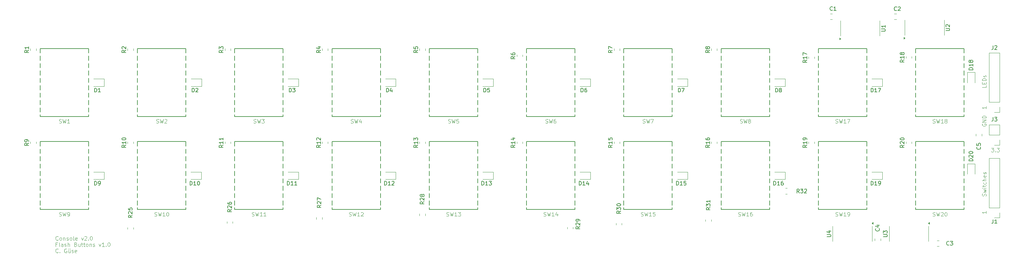
<source format=gbr>
%TF.GenerationSoftware,KiCad,Pcbnew,8.0.4*%
%TF.CreationDate,2024-09-17T23:37:22+02:00*%
%TF.ProjectId,Buttons_Flash,42757474-6f6e-4735-9f46-6c6173682e6b,rev?*%
%TF.SameCoordinates,Original*%
%TF.FileFunction,Legend,Top*%
%TF.FilePolarity,Positive*%
%FSLAX46Y46*%
G04 Gerber Fmt 4.6, Leading zero omitted, Abs format (unit mm)*
G04 Created by KiCad (PCBNEW 8.0.4) date 2024-09-17 23:37:22*
%MOMM*%
%LPD*%
G01*
G04 APERTURE LIST*
%ADD10C,0.100000*%
%ADD11C,0.150000*%
%ADD12C,0.120000*%
%ADD13C,0.152400*%
G04 APERTURE END LIST*
D10*
X268872419Y-109172306D02*
X268872419Y-109743734D01*
X268872419Y-109458020D02*
X267872419Y-109458020D01*
X267872419Y-109458020D02*
X268015276Y-109553258D01*
X268015276Y-109553258D02*
X268110514Y-109648496D01*
X268110514Y-109648496D02*
X268158133Y-109743734D01*
X30375312Y-143557292D02*
X30327693Y-143604912D01*
X30327693Y-143604912D02*
X30184836Y-143652531D01*
X30184836Y-143652531D02*
X30089598Y-143652531D01*
X30089598Y-143652531D02*
X29946741Y-143604912D01*
X29946741Y-143604912D02*
X29851503Y-143509673D01*
X29851503Y-143509673D02*
X29803884Y-143414435D01*
X29803884Y-143414435D02*
X29756265Y-143223959D01*
X29756265Y-143223959D02*
X29756265Y-143081102D01*
X29756265Y-143081102D02*
X29803884Y-142890626D01*
X29803884Y-142890626D02*
X29851503Y-142795388D01*
X29851503Y-142795388D02*
X29946741Y-142700150D01*
X29946741Y-142700150D02*
X30089598Y-142652531D01*
X30089598Y-142652531D02*
X30184836Y-142652531D01*
X30184836Y-142652531D02*
X30327693Y-142700150D01*
X30327693Y-142700150D02*
X30375312Y-142747769D01*
X30946741Y-143652531D02*
X30851503Y-143604912D01*
X30851503Y-143604912D02*
X30803884Y-143557292D01*
X30803884Y-143557292D02*
X30756265Y-143462054D01*
X30756265Y-143462054D02*
X30756265Y-143176340D01*
X30756265Y-143176340D02*
X30803884Y-143081102D01*
X30803884Y-143081102D02*
X30851503Y-143033483D01*
X30851503Y-143033483D02*
X30946741Y-142985864D01*
X30946741Y-142985864D02*
X31089598Y-142985864D01*
X31089598Y-142985864D02*
X31184836Y-143033483D01*
X31184836Y-143033483D02*
X31232455Y-143081102D01*
X31232455Y-143081102D02*
X31280074Y-143176340D01*
X31280074Y-143176340D02*
X31280074Y-143462054D01*
X31280074Y-143462054D02*
X31232455Y-143557292D01*
X31232455Y-143557292D02*
X31184836Y-143604912D01*
X31184836Y-143604912D02*
X31089598Y-143652531D01*
X31089598Y-143652531D02*
X30946741Y-143652531D01*
X31708646Y-142985864D02*
X31708646Y-143652531D01*
X31708646Y-143081102D02*
X31756265Y-143033483D01*
X31756265Y-143033483D02*
X31851503Y-142985864D01*
X31851503Y-142985864D02*
X31994360Y-142985864D01*
X31994360Y-142985864D02*
X32089598Y-143033483D01*
X32089598Y-143033483D02*
X32137217Y-143128721D01*
X32137217Y-143128721D02*
X32137217Y-143652531D01*
X32565789Y-143604912D02*
X32661027Y-143652531D01*
X32661027Y-143652531D02*
X32851503Y-143652531D01*
X32851503Y-143652531D02*
X32946741Y-143604912D01*
X32946741Y-143604912D02*
X32994360Y-143509673D01*
X32994360Y-143509673D02*
X32994360Y-143462054D01*
X32994360Y-143462054D02*
X32946741Y-143366816D01*
X32946741Y-143366816D02*
X32851503Y-143319197D01*
X32851503Y-143319197D02*
X32708646Y-143319197D01*
X32708646Y-143319197D02*
X32613408Y-143271578D01*
X32613408Y-143271578D02*
X32565789Y-143176340D01*
X32565789Y-143176340D02*
X32565789Y-143128721D01*
X32565789Y-143128721D02*
X32613408Y-143033483D01*
X32613408Y-143033483D02*
X32708646Y-142985864D01*
X32708646Y-142985864D02*
X32851503Y-142985864D01*
X32851503Y-142985864D02*
X32946741Y-143033483D01*
X33565789Y-143652531D02*
X33470551Y-143604912D01*
X33470551Y-143604912D02*
X33422932Y-143557292D01*
X33422932Y-143557292D02*
X33375313Y-143462054D01*
X33375313Y-143462054D02*
X33375313Y-143176340D01*
X33375313Y-143176340D02*
X33422932Y-143081102D01*
X33422932Y-143081102D02*
X33470551Y-143033483D01*
X33470551Y-143033483D02*
X33565789Y-142985864D01*
X33565789Y-142985864D02*
X33708646Y-142985864D01*
X33708646Y-142985864D02*
X33803884Y-143033483D01*
X33803884Y-143033483D02*
X33851503Y-143081102D01*
X33851503Y-143081102D02*
X33899122Y-143176340D01*
X33899122Y-143176340D02*
X33899122Y-143462054D01*
X33899122Y-143462054D02*
X33851503Y-143557292D01*
X33851503Y-143557292D02*
X33803884Y-143604912D01*
X33803884Y-143604912D02*
X33708646Y-143652531D01*
X33708646Y-143652531D02*
X33565789Y-143652531D01*
X34470551Y-143652531D02*
X34375313Y-143604912D01*
X34375313Y-143604912D02*
X34327694Y-143509673D01*
X34327694Y-143509673D02*
X34327694Y-142652531D01*
X35232456Y-143604912D02*
X35137218Y-143652531D01*
X35137218Y-143652531D02*
X34946742Y-143652531D01*
X34946742Y-143652531D02*
X34851504Y-143604912D01*
X34851504Y-143604912D02*
X34803885Y-143509673D01*
X34803885Y-143509673D02*
X34803885Y-143128721D01*
X34803885Y-143128721D02*
X34851504Y-143033483D01*
X34851504Y-143033483D02*
X34946742Y-142985864D01*
X34946742Y-142985864D02*
X35137218Y-142985864D01*
X35137218Y-142985864D02*
X35232456Y-143033483D01*
X35232456Y-143033483D02*
X35280075Y-143128721D01*
X35280075Y-143128721D02*
X35280075Y-143223959D01*
X35280075Y-143223959D02*
X34803885Y-143319197D01*
X36375314Y-142985864D02*
X36613409Y-143652531D01*
X36613409Y-143652531D02*
X36851504Y-142985864D01*
X37184838Y-142747769D02*
X37232457Y-142700150D01*
X37232457Y-142700150D02*
X37327695Y-142652531D01*
X37327695Y-142652531D02*
X37565790Y-142652531D01*
X37565790Y-142652531D02*
X37661028Y-142700150D01*
X37661028Y-142700150D02*
X37708647Y-142747769D01*
X37708647Y-142747769D02*
X37756266Y-142843007D01*
X37756266Y-142843007D02*
X37756266Y-142938245D01*
X37756266Y-142938245D02*
X37708647Y-143081102D01*
X37708647Y-143081102D02*
X37137219Y-143652531D01*
X37137219Y-143652531D02*
X37756266Y-143652531D01*
X38184838Y-143557292D02*
X38232457Y-143604912D01*
X38232457Y-143604912D02*
X38184838Y-143652531D01*
X38184838Y-143652531D02*
X38137219Y-143604912D01*
X38137219Y-143604912D02*
X38184838Y-143557292D01*
X38184838Y-143557292D02*
X38184838Y-143652531D01*
X38851504Y-142652531D02*
X38946742Y-142652531D01*
X38946742Y-142652531D02*
X39041980Y-142700150D01*
X39041980Y-142700150D02*
X39089599Y-142747769D01*
X39089599Y-142747769D02*
X39137218Y-142843007D01*
X39137218Y-142843007D02*
X39184837Y-143033483D01*
X39184837Y-143033483D02*
X39184837Y-143271578D01*
X39184837Y-143271578D02*
X39137218Y-143462054D01*
X39137218Y-143462054D02*
X39089599Y-143557292D01*
X39089599Y-143557292D02*
X39041980Y-143604912D01*
X39041980Y-143604912D02*
X38946742Y-143652531D01*
X38946742Y-143652531D02*
X38851504Y-143652531D01*
X38851504Y-143652531D02*
X38756266Y-143604912D01*
X38756266Y-143604912D02*
X38708647Y-143557292D01*
X38708647Y-143557292D02*
X38661028Y-143462054D01*
X38661028Y-143462054D02*
X38613409Y-143271578D01*
X38613409Y-143271578D02*
X38613409Y-143033483D01*
X38613409Y-143033483D02*
X38661028Y-142843007D01*
X38661028Y-142843007D02*
X38708647Y-142747769D01*
X38708647Y-142747769D02*
X38756266Y-142700150D01*
X38756266Y-142700150D02*
X38851504Y-142652531D01*
X30137217Y-144738665D02*
X29803884Y-144738665D01*
X29803884Y-145262475D02*
X29803884Y-144262475D01*
X29803884Y-144262475D02*
X30280074Y-144262475D01*
X30803884Y-145262475D02*
X30708646Y-145214856D01*
X30708646Y-145214856D02*
X30661027Y-145119617D01*
X30661027Y-145119617D02*
X30661027Y-144262475D01*
X31613408Y-145262475D02*
X31613408Y-144738665D01*
X31613408Y-144738665D02*
X31565789Y-144643427D01*
X31565789Y-144643427D02*
X31470551Y-144595808D01*
X31470551Y-144595808D02*
X31280075Y-144595808D01*
X31280075Y-144595808D02*
X31184837Y-144643427D01*
X31613408Y-145214856D02*
X31518170Y-145262475D01*
X31518170Y-145262475D02*
X31280075Y-145262475D01*
X31280075Y-145262475D02*
X31184837Y-145214856D01*
X31184837Y-145214856D02*
X31137218Y-145119617D01*
X31137218Y-145119617D02*
X31137218Y-145024379D01*
X31137218Y-145024379D02*
X31184837Y-144929141D01*
X31184837Y-144929141D02*
X31280075Y-144881522D01*
X31280075Y-144881522D02*
X31518170Y-144881522D01*
X31518170Y-144881522D02*
X31613408Y-144833903D01*
X32041980Y-145214856D02*
X32137218Y-145262475D01*
X32137218Y-145262475D02*
X32327694Y-145262475D01*
X32327694Y-145262475D02*
X32422932Y-145214856D01*
X32422932Y-145214856D02*
X32470551Y-145119617D01*
X32470551Y-145119617D02*
X32470551Y-145071998D01*
X32470551Y-145071998D02*
X32422932Y-144976760D01*
X32422932Y-144976760D02*
X32327694Y-144929141D01*
X32327694Y-144929141D02*
X32184837Y-144929141D01*
X32184837Y-144929141D02*
X32089599Y-144881522D01*
X32089599Y-144881522D02*
X32041980Y-144786284D01*
X32041980Y-144786284D02*
X32041980Y-144738665D01*
X32041980Y-144738665D02*
X32089599Y-144643427D01*
X32089599Y-144643427D02*
X32184837Y-144595808D01*
X32184837Y-144595808D02*
X32327694Y-144595808D01*
X32327694Y-144595808D02*
X32422932Y-144643427D01*
X32899123Y-145262475D02*
X32899123Y-144262475D01*
X33327694Y-145262475D02*
X33327694Y-144738665D01*
X33327694Y-144738665D02*
X33280075Y-144643427D01*
X33280075Y-144643427D02*
X33184837Y-144595808D01*
X33184837Y-144595808D02*
X33041980Y-144595808D01*
X33041980Y-144595808D02*
X32946742Y-144643427D01*
X32946742Y-144643427D02*
X32899123Y-144691046D01*
X34899123Y-144738665D02*
X35041980Y-144786284D01*
X35041980Y-144786284D02*
X35089599Y-144833903D01*
X35089599Y-144833903D02*
X35137218Y-144929141D01*
X35137218Y-144929141D02*
X35137218Y-145071998D01*
X35137218Y-145071998D02*
X35089599Y-145167236D01*
X35089599Y-145167236D02*
X35041980Y-145214856D01*
X35041980Y-145214856D02*
X34946742Y-145262475D01*
X34946742Y-145262475D02*
X34565790Y-145262475D01*
X34565790Y-145262475D02*
X34565790Y-144262475D01*
X34565790Y-144262475D02*
X34899123Y-144262475D01*
X34899123Y-144262475D02*
X34994361Y-144310094D01*
X34994361Y-144310094D02*
X35041980Y-144357713D01*
X35041980Y-144357713D02*
X35089599Y-144452951D01*
X35089599Y-144452951D02*
X35089599Y-144548189D01*
X35089599Y-144548189D02*
X35041980Y-144643427D01*
X35041980Y-144643427D02*
X34994361Y-144691046D01*
X34994361Y-144691046D02*
X34899123Y-144738665D01*
X34899123Y-144738665D02*
X34565790Y-144738665D01*
X35994361Y-144595808D02*
X35994361Y-145262475D01*
X35565790Y-144595808D02*
X35565790Y-145119617D01*
X35565790Y-145119617D02*
X35613409Y-145214856D01*
X35613409Y-145214856D02*
X35708647Y-145262475D01*
X35708647Y-145262475D02*
X35851504Y-145262475D01*
X35851504Y-145262475D02*
X35946742Y-145214856D01*
X35946742Y-145214856D02*
X35994361Y-145167236D01*
X36327695Y-144595808D02*
X36708647Y-144595808D01*
X36470552Y-144262475D02*
X36470552Y-145119617D01*
X36470552Y-145119617D02*
X36518171Y-145214856D01*
X36518171Y-145214856D02*
X36613409Y-145262475D01*
X36613409Y-145262475D02*
X36708647Y-145262475D01*
X36899124Y-144595808D02*
X37280076Y-144595808D01*
X37041981Y-144262475D02*
X37041981Y-145119617D01*
X37041981Y-145119617D02*
X37089600Y-145214856D01*
X37089600Y-145214856D02*
X37184838Y-145262475D01*
X37184838Y-145262475D02*
X37280076Y-145262475D01*
X37756267Y-145262475D02*
X37661029Y-145214856D01*
X37661029Y-145214856D02*
X37613410Y-145167236D01*
X37613410Y-145167236D02*
X37565791Y-145071998D01*
X37565791Y-145071998D02*
X37565791Y-144786284D01*
X37565791Y-144786284D02*
X37613410Y-144691046D01*
X37613410Y-144691046D02*
X37661029Y-144643427D01*
X37661029Y-144643427D02*
X37756267Y-144595808D01*
X37756267Y-144595808D02*
X37899124Y-144595808D01*
X37899124Y-144595808D02*
X37994362Y-144643427D01*
X37994362Y-144643427D02*
X38041981Y-144691046D01*
X38041981Y-144691046D02*
X38089600Y-144786284D01*
X38089600Y-144786284D02*
X38089600Y-145071998D01*
X38089600Y-145071998D02*
X38041981Y-145167236D01*
X38041981Y-145167236D02*
X37994362Y-145214856D01*
X37994362Y-145214856D02*
X37899124Y-145262475D01*
X37899124Y-145262475D02*
X37756267Y-145262475D01*
X38518172Y-144595808D02*
X38518172Y-145262475D01*
X38518172Y-144691046D02*
X38565791Y-144643427D01*
X38565791Y-144643427D02*
X38661029Y-144595808D01*
X38661029Y-144595808D02*
X38803886Y-144595808D01*
X38803886Y-144595808D02*
X38899124Y-144643427D01*
X38899124Y-144643427D02*
X38946743Y-144738665D01*
X38946743Y-144738665D02*
X38946743Y-145262475D01*
X39375315Y-145214856D02*
X39470553Y-145262475D01*
X39470553Y-145262475D02*
X39661029Y-145262475D01*
X39661029Y-145262475D02*
X39756267Y-145214856D01*
X39756267Y-145214856D02*
X39803886Y-145119617D01*
X39803886Y-145119617D02*
X39803886Y-145071998D01*
X39803886Y-145071998D02*
X39756267Y-144976760D01*
X39756267Y-144976760D02*
X39661029Y-144929141D01*
X39661029Y-144929141D02*
X39518172Y-144929141D01*
X39518172Y-144929141D02*
X39422934Y-144881522D01*
X39422934Y-144881522D02*
X39375315Y-144786284D01*
X39375315Y-144786284D02*
X39375315Y-144738665D01*
X39375315Y-144738665D02*
X39422934Y-144643427D01*
X39422934Y-144643427D02*
X39518172Y-144595808D01*
X39518172Y-144595808D02*
X39661029Y-144595808D01*
X39661029Y-144595808D02*
X39756267Y-144643427D01*
X40899125Y-144595808D02*
X41137220Y-145262475D01*
X41137220Y-145262475D02*
X41375315Y-144595808D01*
X42280077Y-145262475D02*
X41708649Y-145262475D01*
X41994363Y-145262475D02*
X41994363Y-144262475D01*
X41994363Y-144262475D02*
X41899125Y-144405332D01*
X41899125Y-144405332D02*
X41803887Y-144500570D01*
X41803887Y-144500570D02*
X41708649Y-144548189D01*
X42708649Y-145167236D02*
X42756268Y-145214856D01*
X42756268Y-145214856D02*
X42708649Y-145262475D01*
X42708649Y-145262475D02*
X42661030Y-145214856D01*
X42661030Y-145214856D02*
X42708649Y-145167236D01*
X42708649Y-145167236D02*
X42708649Y-145262475D01*
X43375315Y-144262475D02*
X43470553Y-144262475D01*
X43470553Y-144262475D02*
X43565791Y-144310094D01*
X43565791Y-144310094D02*
X43613410Y-144357713D01*
X43613410Y-144357713D02*
X43661029Y-144452951D01*
X43661029Y-144452951D02*
X43708648Y-144643427D01*
X43708648Y-144643427D02*
X43708648Y-144881522D01*
X43708648Y-144881522D02*
X43661029Y-145071998D01*
X43661029Y-145071998D02*
X43613410Y-145167236D01*
X43613410Y-145167236D02*
X43565791Y-145214856D01*
X43565791Y-145214856D02*
X43470553Y-145262475D01*
X43470553Y-145262475D02*
X43375315Y-145262475D01*
X43375315Y-145262475D02*
X43280077Y-145214856D01*
X43280077Y-145214856D02*
X43232458Y-145167236D01*
X43232458Y-145167236D02*
X43184839Y-145071998D01*
X43184839Y-145071998D02*
X43137220Y-144881522D01*
X43137220Y-144881522D02*
X43137220Y-144643427D01*
X43137220Y-144643427D02*
X43184839Y-144452951D01*
X43184839Y-144452951D02*
X43232458Y-144357713D01*
X43232458Y-144357713D02*
X43280077Y-144310094D01*
X43280077Y-144310094D02*
X43375315Y-144262475D01*
X30375312Y-146777180D02*
X30327693Y-146824800D01*
X30327693Y-146824800D02*
X30184836Y-146872419D01*
X30184836Y-146872419D02*
X30089598Y-146872419D01*
X30089598Y-146872419D02*
X29946741Y-146824800D01*
X29946741Y-146824800D02*
X29851503Y-146729561D01*
X29851503Y-146729561D02*
X29803884Y-146634323D01*
X29803884Y-146634323D02*
X29756265Y-146443847D01*
X29756265Y-146443847D02*
X29756265Y-146300990D01*
X29756265Y-146300990D02*
X29803884Y-146110514D01*
X29803884Y-146110514D02*
X29851503Y-146015276D01*
X29851503Y-146015276D02*
X29946741Y-145920038D01*
X29946741Y-145920038D02*
X30089598Y-145872419D01*
X30089598Y-145872419D02*
X30184836Y-145872419D01*
X30184836Y-145872419D02*
X30327693Y-145920038D01*
X30327693Y-145920038D02*
X30375312Y-145967657D01*
X30803884Y-146777180D02*
X30851503Y-146824800D01*
X30851503Y-146824800D02*
X30803884Y-146872419D01*
X30803884Y-146872419D02*
X30756265Y-146824800D01*
X30756265Y-146824800D02*
X30803884Y-146777180D01*
X30803884Y-146777180D02*
X30803884Y-146872419D01*
X32565788Y-145920038D02*
X32470550Y-145872419D01*
X32470550Y-145872419D02*
X32327693Y-145872419D01*
X32327693Y-145872419D02*
X32184836Y-145920038D01*
X32184836Y-145920038D02*
X32089598Y-146015276D01*
X32089598Y-146015276D02*
X32041979Y-146110514D01*
X32041979Y-146110514D02*
X31994360Y-146300990D01*
X31994360Y-146300990D02*
X31994360Y-146443847D01*
X31994360Y-146443847D02*
X32041979Y-146634323D01*
X32041979Y-146634323D02*
X32089598Y-146729561D01*
X32089598Y-146729561D02*
X32184836Y-146824800D01*
X32184836Y-146824800D02*
X32327693Y-146872419D01*
X32327693Y-146872419D02*
X32422931Y-146872419D01*
X32422931Y-146872419D02*
X32565788Y-146824800D01*
X32565788Y-146824800D02*
X32613407Y-146777180D01*
X32613407Y-146777180D02*
X32613407Y-146443847D01*
X32613407Y-146443847D02*
X32422931Y-146443847D01*
X33470550Y-146205752D02*
X33470550Y-146872419D01*
X33041979Y-146205752D02*
X33041979Y-146729561D01*
X33041979Y-146729561D02*
X33089598Y-146824800D01*
X33089598Y-146824800D02*
X33184836Y-146872419D01*
X33184836Y-146872419D02*
X33327693Y-146872419D01*
X33327693Y-146872419D02*
X33422931Y-146824800D01*
X33422931Y-146824800D02*
X33470550Y-146777180D01*
X33089598Y-145872419D02*
X33137217Y-145920038D01*
X33137217Y-145920038D02*
X33089598Y-145967657D01*
X33089598Y-145967657D02*
X33041979Y-145920038D01*
X33041979Y-145920038D02*
X33089598Y-145872419D01*
X33089598Y-145872419D02*
X33089598Y-145967657D01*
X33470550Y-145872419D02*
X33518169Y-145920038D01*
X33518169Y-145920038D02*
X33470550Y-145967657D01*
X33470550Y-145967657D02*
X33422931Y-145920038D01*
X33422931Y-145920038D02*
X33470550Y-145872419D01*
X33470550Y-145872419D02*
X33470550Y-145967657D01*
X33899122Y-146824800D02*
X33994360Y-146872419D01*
X33994360Y-146872419D02*
X34184836Y-146872419D01*
X34184836Y-146872419D02*
X34280074Y-146824800D01*
X34280074Y-146824800D02*
X34327693Y-146729561D01*
X34327693Y-146729561D02*
X34327693Y-146681942D01*
X34327693Y-146681942D02*
X34280074Y-146586704D01*
X34280074Y-146586704D02*
X34184836Y-146539085D01*
X34184836Y-146539085D02*
X34041979Y-146539085D01*
X34041979Y-146539085D02*
X33946741Y-146491466D01*
X33946741Y-146491466D02*
X33899122Y-146396228D01*
X33899122Y-146396228D02*
X33899122Y-146348609D01*
X33899122Y-146348609D02*
X33946741Y-146253371D01*
X33946741Y-146253371D02*
X34041979Y-146205752D01*
X34041979Y-146205752D02*
X34184836Y-146205752D01*
X34184836Y-146205752D02*
X34280074Y-146253371D01*
X35137217Y-146824800D02*
X35041979Y-146872419D01*
X35041979Y-146872419D02*
X34851503Y-146872419D01*
X34851503Y-146872419D02*
X34756265Y-146824800D01*
X34756265Y-146824800D02*
X34708646Y-146729561D01*
X34708646Y-146729561D02*
X34708646Y-146348609D01*
X34708646Y-146348609D02*
X34756265Y-146253371D01*
X34756265Y-146253371D02*
X34851503Y-146205752D01*
X34851503Y-146205752D02*
X35041979Y-146205752D01*
X35041979Y-146205752D02*
X35137217Y-146253371D01*
X35137217Y-146253371D02*
X35184836Y-146348609D01*
X35184836Y-146348609D02*
X35184836Y-146443847D01*
X35184836Y-146443847D02*
X34708646Y-146539085D01*
X268872419Y-103719925D02*
X268872419Y-104196115D01*
X268872419Y-104196115D02*
X267872419Y-104196115D01*
X268348609Y-103386591D02*
X268348609Y-103053258D01*
X268872419Y-102910401D02*
X268872419Y-103386591D01*
X268872419Y-103386591D02*
X267872419Y-103386591D01*
X267872419Y-103386591D02*
X267872419Y-102910401D01*
X268872419Y-102481829D02*
X267872419Y-102481829D01*
X267872419Y-102481829D02*
X267872419Y-102243734D01*
X267872419Y-102243734D02*
X267920038Y-102100877D01*
X267920038Y-102100877D02*
X268015276Y-102005639D01*
X268015276Y-102005639D02*
X268110514Y-101958020D01*
X268110514Y-101958020D02*
X268300990Y-101910401D01*
X268300990Y-101910401D02*
X268443847Y-101910401D01*
X268443847Y-101910401D02*
X268634323Y-101958020D01*
X268634323Y-101958020D02*
X268729561Y-102005639D01*
X268729561Y-102005639D02*
X268824800Y-102100877D01*
X268824800Y-102100877D02*
X268872419Y-102243734D01*
X268872419Y-102243734D02*
X268872419Y-102481829D01*
X268824800Y-101529448D02*
X268872419Y-101434210D01*
X268872419Y-101434210D02*
X268872419Y-101243734D01*
X268872419Y-101243734D02*
X268824800Y-101148496D01*
X268824800Y-101148496D02*
X268729561Y-101100877D01*
X268729561Y-101100877D02*
X268681942Y-101100877D01*
X268681942Y-101100877D02*
X268586704Y-101148496D01*
X268586704Y-101148496D02*
X268539085Y-101243734D01*
X268539085Y-101243734D02*
X268539085Y-101386591D01*
X268539085Y-101386591D02*
X268491466Y-101481829D01*
X268491466Y-101481829D02*
X268396228Y-101529448D01*
X268396228Y-101529448D02*
X268348609Y-101529448D01*
X268348609Y-101529448D02*
X268253371Y-101481829D01*
X268253371Y-101481829D02*
X268205752Y-101386591D01*
X268205752Y-101386591D02*
X268205752Y-101243734D01*
X268205752Y-101243734D02*
X268253371Y-101148496D01*
X270208646Y-119872419D02*
X270827693Y-119872419D01*
X270827693Y-119872419D02*
X270494360Y-120253371D01*
X270494360Y-120253371D02*
X270637217Y-120253371D01*
X270637217Y-120253371D02*
X270732455Y-120300990D01*
X270732455Y-120300990D02*
X270780074Y-120348609D01*
X270780074Y-120348609D02*
X270827693Y-120443847D01*
X270827693Y-120443847D02*
X270827693Y-120681942D01*
X270827693Y-120681942D02*
X270780074Y-120777180D01*
X270780074Y-120777180D02*
X270732455Y-120824800D01*
X270732455Y-120824800D02*
X270637217Y-120872419D01*
X270637217Y-120872419D02*
X270351503Y-120872419D01*
X270351503Y-120872419D02*
X270256265Y-120824800D01*
X270256265Y-120824800D02*
X270208646Y-120777180D01*
X271256265Y-120777180D02*
X271303884Y-120824800D01*
X271303884Y-120824800D02*
X271256265Y-120872419D01*
X271256265Y-120872419D02*
X271208646Y-120824800D01*
X271208646Y-120824800D02*
X271256265Y-120777180D01*
X271256265Y-120777180D02*
X271256265Y-120872419D01*
X271637217Y-119872419D02*
X272256264Y-119872419D01*
X272256264Y-119872419D02*
X271922931Y-120253371D01*
X271922931Y-120253371D02*
X272065788Y-120253371D01*
X272065788Y-120253371D02*
X272161026Y-120300990D01*
X272161026Y-120300990D02*
X272208645Y-120348609D01*
X272208645Y-120348609D02*
X272256264Y-120443847D01*
X272256264Y-120443847D02*
X272256264Y-120681942D01*
X272256264Y-120681942D02*
X272208645Y-120777180D01*
X272208645Y-120777180D02*
X272161026Y-120824800D01*
X272161026Y-120824800D02*
X272065788Y-120872419D01*
X272065788Y-120872419D02*
X271780074Y-120872419D01*
X271780074Y-120872419D02*
X271684836Y-120824800D01*
X271684836Y-120824800D02*
X271637217Y-120777180D01*
X268872419Y-136172306D02*
X268872419Y-136743734D01*
X268872419Y-136458020D02*
X267872419Y-136458020D01*
X267872419Y-136458020D02*
X268015276Y-136553258D01*
X268015276Y-136553258D02*
X268110514Y-136648496D01*
X268110514Y-136648496D02*
X268158133Y-136743734D01*
X268824800Y-132243734D02*
X268872419Y-132100877D01*
X268872419Y-132100877D02*
X268872419Y-131862782D01*
X268872419Y-131862782D02*
X268824800Y-131767544D01*
X268824800Y-131767544D02*
X268777180Y-131719925D01*
X268777180Y-131719925D02*
X268681942Y-131672306D01*
X268681942Y-131672306D02*
X268586704Y-131672306D01*
X268586704Y-131672306D02*
X268491466Y-131719925D01*
X268491466Y-131719925D02*
X268443847Y-131767544D01*
X268443847Y-131767544D02*
X268396228Y-131862782D01*
X268396228Y-131862782D02*
X268348609Y-132053258D01*
X268348609Y-132053258D02*
X268300990Y-132148496D01*
X268300990Y-132148496D02*
X268253371Y-132196115D01*
X268253371Y-132196115D02*
X268158133Y-132243734D01*
X268158133Y-132243734D02*
X268062895Y-132243734D01*
X268062895Y-132243734D02*
X267967657Y-132196115D01*
X267967657Y-132196115D02*
X267920038Y-132148496D01*
X267920038Y-132148496D02*
X267872419Y-132053258D01*
X267872419Y-132053258D02*
X267872419Y-131815163D01*
X267872419Y-131815163D02*
X267920038Y-131672306D01*
X268205752Y-131338972D02*
X268872419Y-131148496D01*
X268872419Y-131148496D02*
X268396228Y-130958020D01*
X268396228Y-130958020D02*
X268872419Y-130767544D01*
X268872419Y-130767544D02*
X268205752Y-130577068D01*
X268872419Y-130196115D02*
X268205752Y-130196115D01*
X267872419Y-130196115D02*
X267920038Y-130243734D01*
X267920038Y-130243734D02*
X267967657Y-130196115D01*
X267967657Y-130196115D02*
X267920038Y-130148496D01*
X267920038Y-130148496D02*
X267872419Y-130196115D01*
X267872419Y-130196115D02*
X267967657Y-130196115D01*
X268205752Y-129862782D02*
X268205752Y-129481830D01*
X267872419Y-129719925D02*
X268729561Y-129719925D01*
X268729561Y-129719925D02*
X268824800Y-129672306D01*
X268824800Y-129672306D02*
X268872419Y-129577068D01*
X268872419Y-129577068D02*
X268872419Y-129481830D01*
X268824800Y-128719925D02*
X268872419Y-128815163D01*
X268872419Y-128815163D02*
X268872419Y-129005639D01*
X268872419Y-129005639D02*
X268824800Y-129100877D01*
X268824800Y-129100877D02*
X268777180Y-129148496D01*
X268777180Y-129148496D02*
X268681942Y-129196115D01*
X268681942Y-129196115D02*
X268396228Y-129196115D01*
X268396228Y-129196115D02*
X268300990Y-129148496D01*
X268300990Y-129148496D02*
X268253371Y-129100877D01*
X268253371Y-129100877D02*
X268205752Y-129005639D01*
X268205752Y-129005639D02*
X268205752Y-128815163D01*
X268205752Y-128815163D02*
X268253371Y-128719925D01*
X268872419Y-128291353D02*
X267872419Y-128291353D01*
X268872419Y-127862782D02*
X268348609Y-127862782D01*
X268348609Y-127862782D02*
X268253371Y-127910401D01*
X268253371Y-127910401D02*
X268205752Y-128005639D01*
X268205752Y-128005639D02*
X268205752Y-128148496D01*
X268205752Y-128148496D02*
X268253371Y-128243734D01*
X268253371Y-128243734D02*
X268300990Y-128291353D01*
X268824800Y-127005639D02*
X268872419Y-127100877D01*
X268872419Y-127100877D02*
X268872419Y-127291353D01*
X268872419Y-127291353D02*
X268824800Y-127386591D01*
X268824800Y-127386591D02*
X268729561Y-127434210D01*
X268729561Y-127434210D02*
X268348609Y-127434210D01*
X268348609Y-127434210D02*
X268253371Y-127386591D01*
X268253371Y-127386591D02*
X268205752Y-127291353D01*
X268205752Y-127291353D02*
X268205752Y-127100877D01*
X268205752Y-127100877D02*
X268253371Y-127005639D01*
X268253371Y-127005639D02*
X268348609Y-126958020D01*
X268348609Y-126958020D02*
X268443847Y-126958020D01*
X268443847Y-126958020D02*
X268539085Y-127434210D01*
X268824800Y-126577067D02*
X268872419Y-126481829D01*
X268872419Y-126481829D02*
X268872419Y-126291353D01*
X268872419Y-126291353D02*
X268824800Y-126196115D01*
X268824800Y-126196115D02*
X268729561Y-126148496D01*
X268729561Y-126148496D02*
X268681942Y-126148496D01*
X268681942Y-126148496D02*
X268586704Y-126196115D01*
X268586704Y-126196115D02*
X268539085Y-126291353D01*
X268539085Y-126291353D02*
X268539085Y-126434210D01*
X268539085Y-126434210D02*
X268491466Y-126529448D01*
X268491466Y-126529448D02*
X268396228Y-126577067D01*
X268396228Y-126577067D02*
X268348609Y-126577067D01*
X268348609Y-126577067D02*
X268253371Y-126529448D01*
X268253371Y-126529448D02*
X268205752Y-126434210D01*
X268205752Y-126434210D02*
X268205752Y-126291353D01*
X268205752Y-126291353D02*
X268253371Y-126196115D01*
X267920038Y-113672306D02*
X267872419Y-113767544D01*
X267872419Y-113767544D02*
X267872419Y-113910401D01*
X267872419Y-113910401D02*
X267920038Y-114053258D01*
X267920038Y-114053258D02*
X268015276Y-114148496D01*
X268015276Y-114148496D02*
X268110514Y-114196115D01*
X268110514Y-114196115D02*
X268300990Y-114243734D01*
X268300990Y-114243734D02*
X268443847Y-114243734D01*
X268443847Y-114243734D02*
X268634323Y-114196115D01*
X268634323Y-114196115D02*
X268729561Y-114148496D01*
X268729561Y-114148496D02*
X268824800Y-114053258D01*
X268824800Y-114053258D02*
X268872419Y-113910401D01*
X268872419Y-113910401D02*
X268872419Y-113815163D01*
X268872419Y-113815163D02*
X268824800Y-113672306D01*
X268824800Y-113672306D02*
X268777180Y-113624687D01*
X268777180Y-113624687D02*
X268443847Y-113624687D01*
X268443847Y-113624687D02*
X268443847Y-113815163D01*
X268872419Y-113196115D02*
X267872419Y-113196115D01*
X267872419Y-113196115D02*
X268872419Y-112624687D01*
X268872419Y-112624687D02*
X267872419Y-112624687D01*
X268872419Y-112148496D02*
X267872419Y-112148496D01*
X267872419Y-112148496D02*
X267872419Y-111910401D01*
X267872419Y-111910401D02*
X267920038Y-111767544D01*
X267920038Y-111767544D02*
X268015276Y-111672306D01*
X268015276Y-111672306D02*
X268110514Y-111624687D01*
X268110514Y-111624687D02*
X268300990Y-111577068D01*
X268300990Y-111577068D02*
X268443847Y-111577068D01*
X268443847Y-111577068D02*
X268634323Y-111624687D01*
X268634323Y-111624687D02*
X268729561Y-111672306D01*
X268729561Y-111672306D02*
X268824800Y-111767544D01*
X268824800Y-111767544D02*
X268872419Y-111910401D01*
X268872419Y-111910401D02*
X268872419Y-112148496D01*
D11*
X114285714Y-129454819D02*
X114285714Y-128454819D01*
X114285714Y-128454819D02*
X114523809Y-128454819D01*
X114523809Y-128454819D02*
X114666666Y-128502438D01*
X114666666Y-128502438D02*
X114761904Y-128597676D01*
X114761904Y-128597676D02*
X114809523Y-128692914D01*
X114809523Y-128692914D02*
X114857142Y-128883390D01*
X114857142Y-128883390D02*
X114857142Y-129026247D01*
X114857142Y-129026247D02*
X114809523Y-129216723D01*
X114809523Y-129216723D02*
X114761904Y-129311961D01*
X114761904Y-129311961D02*
X114666666Y-129407200D01*
X114666666Y-129407200D02*
X114523809Y-129454819D01*
X114523809Y-129454819D02*
X114285714Y-129454819D01*
X115809523Y-129454819D02*
X115238095Y-129454819D01*
X115523809Y-129454819D02*
X115523809Y-128454819D01*
X115523809Y-128454819D02*
X115428571Y-128597676D01*
X115428571Y-128597676D02*
X115333333Y-128692914D01*
X115333333Y-128692914D02*
X115238095Y-128740533D01*
X116190476Y-128550057D02*
X116238095Y-128502438D01*
X116238095Y-128502438D02*
X116333333Y-128454819D01*
X116333333Y-128454819D02*
X116571428Y-128454819D01*
X116571428Y-128454819D02*
X116666666Y-128502438D01*
X116666666Y-128502438D02*
X116714285Y-128550057D01*
X116714285Y-128550057D02*
X116761904Y-128645295D01*
X116761904Y-128645295D02*
X116761904Y-128740533D01*
X116761904Y-128740533D02*
X116714285Y-128883390D01*
X116714285Y-128883390D02*
X116142857Y-129454819D01*
X116142857Y-129454819D02*
X116761904Y-129454819D01*
X222804819Y-119142857D02*
X222328628Y-119476190D01*
X222804819Y-119714285D02*
X221804819Y-119714285D01*
X221804819Y-119714285D02*
X221804819Y-119333333D01*
X221804819Y-119333333D02*
X221852438Y-119238095D01*
X221852438Y-119238095D02*
X221900057Y-119190476D01*
X221900057Y-119190476D02*
X221995295Y-119142857D01*
X221995295Y-119142857D02*
X222138152Y-119142857D01*
X222138152Y-119142857D02*
X222233390Y-119190476D01*
X222233390Y-119190476D02*
X222281009Y-119238095D01*
X222281009Y-119238095D02*
X222328628Y-119333333D01*
X222328628Y-119333333D02*
X222328628Y-119714285D01*
X222804819Y-118190476D02*
X222804819Y-118761904D01*
X222804819Y-118476190D02*
X221804819Y-118476190D01*
X221804819Y-118476190D02*
X221947676Y-118571428D01*
X221947676Y-118571428D02*
X222042914Y-118666666D01*
X222042914Y-118666666D02*
X222090533Y-118761904D01*
X222804819Y-117714285D02*
X222804819Y-117523809D01*
X222804819Y-117523809D02*
X222757200Y-117428571D01*
X222757200Y-117428571D02*
X222709580Y-117380952D01*
X222709580Y-117380952D02*
X222566723Y-117285714D01*
X222566723Y-117285714D02*
X222376247Y-117238095D01*
X222376247Y-117238095D02*
X221995295Y-117238095D01*
X221995295Y-117238095D02*
X221900057Y-117285714D01*
X221900057Y-117285714D02*
X221852438Y-117333333D01*
X221852438Y-117333333D02*
X221804819Y-117428571D01*
X221804819Y-117428571D02*
X221804819Y-117619047D01*
X221804819Y-117619047D02*
X221852438Y-117714285D01*
X221852438Y-117714285D02*
X221900057Y-117761904D01*
X221900057Y-117761904D02*
X221995295Y-117809523D01*
X221995295Y-117809523D02*
X222233390Y-117809523D01*
X222233390Y-117809523D02*
X222328628Y-117761904D01*
X222328628Y-117761904D02*
X222376247Y-117714285D01*
X222376247Y-117714285D02*
X222423866Y-117619047D01*
X222423866Y-117619047D02*
X222423866Y-117428571D01*
X222423866Y-117428571D02*
X222376247Y-117333333D01*
X222376247Y-117333333D02*
X222328628Y-117285714D01*
X222328628Y-117285714D02*
X222233390Y-117238095D01*
D10*
X55666667Y-113409800D02*
X55809524Y-113457419D01*
X55809524Y-113457419D02*
X56047619Y-113457419D01*
X56047619Y-113457419D02*
X56142857Y-113409800D01*
X56142857Y-113409800D02*
X56190476Y-113362180D01*
X56190476Y-113362180D02*
X56238095Y-113266942D01*
X56238095Y-113266942D02*
X56238095Y-113171704D01*
X56238095Y-113171704D02*
X56190476Y-113076466D01*
X56190476Y-113076466D02*
X56142857Y-113028847D01*
X56142857Y-113028847D02*
X56047619Y-112981228D01*
X56047619Y-112981228D02*
X55857143Y-112933609D01*
X55857143Y-112933609D02*
X55761905Y-112885990D01*
X55761905Y-112885990D02*
X55714286Y-112838371D01*
X55714286Y-112838371D02*
X55666667Y-112743133D01*
X55666667Y-112743133D02*
X55666667Y-112647895D01*
X55666667Y-112647895D02*
X55714286Y-112552657D01*
X55714286Y-112552657D02*
X55761905Y-112505038D01*
X55761905Y-112505038D02*
X55857143Y-112457419D01*
X55857143Y-112457419D02*
X56095238Y-112457419D01*
X56095238Y-112457419D02*
X56238095Y-112505038D01*
X56571429Y-112457419D02*
X56809524Y-113457419D01*
X56809524Y-113457419D02*
X57000000Y-112743133D01*
X57000000Y-112743133D02*
X57190476Y-113457419D01*
X57190476Y-113457419D02*
X57428572Y-112457419D01*
X57761905Y-112552657D02*
X57809524Y-112505038D01*
X57809524Y-112505038D02*
X57904762Y-112457419D01*
X57904762Y-112457419D02*
X58142857Y-112457419D01*
X58142857Y-112457419D02*
X58238095Y-112505038D01*
X58238095Y-112505038D02*
X58285714Y-112552657D01*
X58285714Y-112552657D02*
X58333333Y-112647895D01*
X58333333Y-112647895D02*
X58333333Y-112743133D01*
X58333333Y-112743133D02*
X58285714Y-112885990D01*
X58285714Y-112885990D02*
X57714286Y-113457419D01*
X57714286Y-113457419D02*
X58333333Y-113457419D01*
X230190476Y-137409800D02*
X230333333Y-137457419D01*
X230333333Y-137457419D02*
X230571428Y-137457419D01*
X230571428Y-137457419D02*
X230666666Y-137409800D01*
X230666666Y-137409800D02*
X230714285Y-137362180D01*
X230714285Y-137362180D02*
X230761904Y-137266942D01*
X230761904Y-137266942D02*
X230761904Y-137171704D01*
X230761904Y-137171704D02*
X230714285Y-137076466D01*
X230714285Y-137076466D02*
X230666666Y-137028847D01*
X230666666Y-137028847D02*
X230571428Y-136981228D01*
X230571428Y-136981228D02*
X230380952Y-136933609D01*
X230380952Y-136933609D02*
X230285714Y-136885990D01*
X230285714Y-136885990D02*
X230238095Y-136838371D01*
X230238095Y-136838371D02*
X230190476Y-136743133D01*
X230190476Y-136743133D02*
X230190476Y-136647895D01*
X230190476Y-136647895D02*
X230238095Y-136552657D01*
X230238095Y-136552657D02*
X230285714Y-136505038D01*
X230285714Y-136505038D02*
X230380952Y-136457419D01*
X230380952Y-136457419D02*
X230619047Y-136457419D01*
X230619047Y-136457419D02*
X230761904Y-136505038D01*
X231095238Y-136457419D02*
X231333333Y-137457419D01*
X231333333Y-137457419D02*
X231523809Y-136743133D01*
X231523809Y-136743133D02*
X231714285Y-137457419D01*
X231714285Y-137457419D02*
X231952381Y-136457419D01*
X232857142Y-137457419D02*
X232285714Y-137457419D01*
X232571428Y-137457419D02*
X232571428Y-136457419D01*
X232571428Y-136457419D02*
X232476190Y-136600276D01*
X232476190Y-136600276D02*
X232380952Y-136695514D01*
X232380952Y-136695514D02*
X232285714Y-136743133D01*
X233333333Y-137457419D02*
X233523809Y-137457419D01*
X233523809Y-137457419D02*
X233619047Y-137409800D01*
X233619047Y-137409800D02*
X233666666Y-137362180D01*
X233666666Y-137362180D02*
X233761904Y-137219323D01*
X233761904Y-137219323D02*
X233809523Y-137028847D01*
X233809523Y-137028847D02*
X233809523Y-136647895D01*
X233809523Y-136647895D02*
X233761904Y-136552657D01*
X233761904Y-136552657D02*
X233714285Y-136505038D01*
X233714285Y-136505038D02*
X233619047Y-136457419D01*
X233619047Y-136457419D02*
X233428571Y-136457419D01*
X233428571Y-136457419D02*
X233333333Y-136505038D01*
X233333333Y-136505038D02*
X233285714Y-136552657D01*
X233285714Y-136552657D02*
X233238095Y-136647895D01*
X233238095Y-136647895D02*
X233238095Y-136885990D01*
X233238095Y-136885990D02*
X233285714Y-136981228D01*
X233285714Y-136981228D02*
X233333333Y-137028847D01*
X233333333Y-137028847D02*
X233428571Y-137076466D01*
X233428571Y-137076466D02*
X233619047Y-137076466D01*
X233619047Y-137076466D02*
X233714285Y-137028847D01*
X233714285Y-137028847D02*
X233761904Y-136981228D01*
X233761904Y-136981228D02*
X233809523Y-136885990D01*
D11*
X139285714Y-129454819D02*
X139285714Y-128454819D01*
X139285714Y-128454819D02*
X139523809Y-128454819D01*
X139523809Y-128454819D02*
X139666666Y-128502438D01*
X139666666Y-128502438D02*
X139761904Y-128597676D01*
X139761904Y-128597676D02*
X139809523Y-128692914D01*
X139809523Y-128692914D02*
X139857142Y-128883390D01*
X139857142Y-128883390D02*
X139857142Y-129026247D01*
X139857142Y-129026247D02*
X139809523Y-129216723D01*
X139809523Y-129216723D02*
X139761904Y-129311961D01*
X139761904Y-129311961D02*
X139666666Y-129407200D01*
X139666666Y-129407200D02*
X139523809Y-129454819D01*
X139523809Y-129454819D02*
X139285714Y-129454819D01*
X140809523Y-129454819D02*
X140238095Y-129454819D01*
X140523809Y-129454819D02*
X140523809Y-128454819D01*
X140523809Y-128454819D02*
X140428571Y-128597676D01*
X140428571Y-128597676D02*
X140333333Y-128692914D01*
X140333333Y-128692914D02*
X140238095Y-128740533D01*
X141142857Y-128454819D02*
X141761904Y-128454819D01*
X141761904Y-128454819D02*
X141428571Y-128835771D01*
X141428571Y-128835771D02*
X141571428Y-128835771D01*
X141571428Y-128835771D02*
X141666666Y-128883390D01*
X141666666Y-128883390D02*
X141714285Y-128931009D01*
X141714285Y-128931009D02*
X141761904Y-129026247D01*
X141761904Y-129026247D02*
X141761904Y-129264342D01*
X141761904Y-129264342D02*
X141714285Y-129359580D01*
X141714285Y-129359580D02*
X141666666Y-129407200D01*
X141666666Y-129407200D02*
X141571428Y-129454819D01*
X141571428Y-129454819D02*
X141285714Y-129454819D01*
X141285714Y-129454819D02*
X141190476Y-129407200D01*
X141190476Y-129407200D02*
X141142857Y-129359580D01*
X270666666Y-93454819D02*
X270666666Y-94169104D01*
X270666666Y-94169104D02*
X270619047Y-94311961D01*
X270619047Y-94311961D02*
X270523809Y-94407200D01*
X270523809Y-94407200D02*
X270380952Y-94454819D01*
X270380952Y-94454819D02*
X270285714Y-94454819D01*
X271095238Y-93550057D02*
X271142857Y-93502438D01*
X271142857Y-93502438D02*
X271238095Y-93454819D01*
X271238095Y-93454819D02*
X271476190Y-93454819D01*
X271476190Y-93454819D02*
X271571428Y-93502438D01*
X271571428Y-93502438D02*
X271619047Y-93550057D01*
X271619047Y-93550057D02*
X271666666Y-93645295D01*
X271666666Y-93645295D02*
X271666666Y-93740533D01*
X271666666Y-93740533D02*
X271619047Y-93883390D01*
X271619047Y-93883390D02*
X271047619Y-94454819D01*
X271047619Y-94454819D02*
X271666666Y-94454819D01*
X97954819Y-134642857D02*
X97478628Y-134976190D01*
X97954819Y-135214285D02*
X96954819Y-135214285D01*
X96954819Y-135214285D02*
X96954819Y-134833333D01*
X96954819Y-134833333D02*
X97002438Y-134738095D01*
X97002438Y-134738095D02*
X97050057Y-134690476D01*
X97050057Y-134690476D02*
X97145295Y-134642857D01*
X97145295Y-134642857D02*
X97288152Y-134642857D01*
X97288152Y-134642857D02*
X97383390Y-134690476D01*
X97383390Y-134690476D02*
X97431009Y-134738095D01*
X97431009Y-134738095D02*
X97478628Y-134833333D01*
X97478628Y-134833333D02*
X97478628Y-135214285D01*
X97050057Y-134261904D02*
X97002438Y-134214285D01*
X97002438Y-134214285D02*
X96954819Y-134119047D01*
X96954819Y-134119047D02*
X96954819Y-133880952D01*
X96954819Y-133880952D02*
X97002438Y-133785714D01*
X97002438Y-133785714D02*
X97050057Y-133738095D01*
X97050057Y-133738095D02*
X97145295Y-133690476D01*
X97145295Y-133690476D02*
X97240533Y-133690476D01*
X97240533Y-133690476D02*
X97383390Y-133738095D01*
X97383390Y-133738095D02*
X97954819Y-134309523D01*
X97954819Y-134309523D02*
X97954819Y-133690476D01*
X96954819Y-133357142D02*
X96954819Y-132690476D01*
X96954819Y-132690476D02*
X97954819Y-133119047D01*
X172804819Y-94666666D02*
X172328628Y-94999999D01*
X172804819Y-95238094D02*
X171804819Y-95238094D01*
X171804819Y-95238094D02*
X171804819Y-94857142D01*
X171804819Y-94857142D02*
X171852438Y-94761904D01*
X171852438Y-94761904D02*
X171900057Y-94714285D01*
X171900057Y-94714285D02*
X171995295Y-94666666D01*
X171995295Y-94666666D02*
X172138152Y-94666666D01*
X172138152Y-94666666D02*
X172233390Y-94714285D01*
X172233390Y-94714285D02*
X172281009Y-94761904D01*
X172281009Y-94761904D02*
X172328628Y-94857142D01*
X172328628Y-94857142D02*
X172328628Y-95238094D01*
X171804819Y-94333332D02*
X171804819Y-93666666D01*
X171804819Y-93666666D02*
X172804819Y-94095237D01*
X267359580Y-119616666D02*
X267407200Y-119664285D01*
X267407200Y-119664285D02*
X267454819Y-119807142D01*
X267454819Y-119807142D02*
X267454819Y-119902380D01*
X267454819Y-119902380D02*
X267407200Y-120045237D01*
X267407200Y-120045237D02*
X267311961Y-120140475D01*
X267311961Y-120140475D02*
X267216723Y-120188094D01*
X267216723Y-120188094D02*
X267026247Y-120235713D01*
X267026247Y-120235713D02*
X266883390Y-120235713D01*
X266883390Y-120235713D02*
X266692914Y-120188094D01*
X266692914Y-120188094D02*
X266597676Y-120140475D01*
X266597676Y-120140475D02*
X266502438Y-120045237D01*
X266502438Y-120045237D02*
X266454819Y-119902380D01*
X266454819Y-119902380D02*
X266454819Y-119807142D01*
X266454819Y-119807142D02*
X266502438Y-119664285D01*
X266502438Y-119664285D02*
X266550057Y-119616666D01*
X266454819Y-118711904D02*
X266454819Y-119188094D01*
X266454819Y-119188094D02*
X266931009Y-119235713D01*
X266931009Y-119235713D02*
X266883390Y-119188094D01*
X266883390Y-119188094D02*
X266835771Y-119092856D01*
X266835771Y-119092856D02*
X266835771Y-118854761D01*
X266835771Y-118854761D02*
X266883390Y-118759523D01*
X266883390Y-118759523D02*
X266931009Y-118711904D01*
X266931009Y-118711904D02*
X267026247Y-118664285D01*
X267026247Y-118664285D02*
X267264342Y-118664285D01*
X267264342Y-118664285D02*
X267359580Y-118711904D01*
X267359580Y-118711904D02*
X267407200Y-118759523D01*
X267407200Y-118759523D02*
X267454819Y-118854761D01*
X267454819Y-118854761D02*
X267454819Y-119092856D01*
X267454819Y-119092856D02*
X267407200Y-119188094D01*
X267407200Y-119188094D02*
X267359580Y-119235713D01*
D10*
X80190476Y-137409800D02*
X80333333Y-137457419D01*
X80333333Y-137457419D02*
X80571428Y-137457419D01*
X80571428Y-137457419D02*
X80666666Y-137409800D01*
X80666666Y-137409800D02*
X80714285Y-137362180D01*
X80714285Y-137362180D02*
X80761904Y-137266942D01*
X80761904Y-137266942D02*
X80761904Y-137171704D01*
X80761904Y-137171704D02*
X80714285Y-137076466D01*
X80714285Y-137076466D02*
X80666666Y-137028847D01*
X80666666Y-137028847D02*
X80571428Y-136981228D01*
X80571428Y-136981228D02*
X80380952Y-136933609D01*
X80380952Y-136933609D02*
X80285714Y-136885990D01*
X80285714Y-136885990D02*
X80238095Y-136838371D01*
X80238095Y-136838371D02*
X80190476Y-136743133D01*
X80190476Y-136743133D02*
X80190476Y-136647895D01*
X80190476Y-136647895D02*
X80238095Y-136552657D01*
X80238095Y-136552657D02*
X80285714Y-136505038D01*
X80285714Y-136505038D02*
X80380952Y-136457419D01*
X80380952Y-136457419D02*
X80619047Y-136457419D01*
X80619047Y-136457419D02*
X80761904Y-136505038D01*
X81095238Y-136457419D02*
X81333333Y-137457419D01*
X81333333Y-137457419D02*
X81523809Y-136743133D01*
X81523809Y-136743133D02*
X81714285Y-137457419D01*
X81714285Y-137457419D02*
X81952381Y-136457419D01*
X82857142Y-137457419D02*
X82285714Y-137457419D01*
X82571428Y-137457419D02*
X82571428Y-136457419D01*
X82571428Y-136457419D02*
X82476190Y-136600276D01*
X82476190Y-136600276D02*
X82380952Y-136695514D01*
X82380952Y-136695514D02*
X82285714Y-136743133D01*
X83809523Y-137457419D02*
X83238095Y-137457419D01*
X83523809Y-137457419D02*
X83523809Y-136457419D01*
X83523809Y-136457419D02*
X83428571Y-136600276D01*
X83428571Y-136600276D02*
X83333333Y-136695514D01*
X83333333Y-136695514D02*
X83238095Y-136743133D01*
D11*
X22804819Y-94666666D02*
X22328628Y-94999999D01*
X22804819Y-95238094D02*
X21804819Y-95238094D01*
X21804819Y-95238094D02*
X21804819Y-94857142D01*
X21804819Y-94857142D02*
X21852438Y-94761904D01*
X21852438Y-94761904D02*
X21900057Y-94714285D01*
X21900057Y-94714285D02*
X21995295Y-94666666D01*
X21995295Y-94666666D02*
X22138152Y-94666666D01*
X22138152Y-94666666D02*
X22233390Y-94714285D01*
X22233390Y-94714285D02*
X22281009Y-94761904D01*
X22281009Y-94761904D02*
X22328628Y-94857142D01*
X22328628Y-94857142D02*
X22328628Y-95238094D01*
X22804819Y-93714285D02*
X22804819Y-94285713D01*
X22804819Y-93999999D02*
X21804819Y-93999999D01*
X21804819Y-93999999D02*
X21947676Y-94095237D01*
X21947676Y-94095237D02*
X22042914Y-94190475D01*
X22042914Y-94190475D02*
X22090533Y-94285713D01*
D10*
X180666667Y-113409800D02*
X180809524Y-113457419D01*
X180809524Y-113457419D02*
X181047619Y-113457419D01*
X181047619Y-113457419D02*
X181142857Y-113409800D01*
X181142857Y-113409800D02*
X181190476Y-113362180D01*
X181190476Y-113362180D02*
X181238095Y-113266942D01*
X181238095Y-113266942D02*
X181238095Y-113171704D01*
X181238095Y-113171704D02*
X181190476Y-113076466D01*
X181190476Y-113076466D02*
X181142857Y-113028847D01*
X181142857Y-113028847D02*
X181047619Y-112981228D01*
X181047619Y-112981228D02*
X180857143Y-112933609D01*
X180857143Y-112933609D02*
X180761905Y-112885990D01*
X180761905Y-112885990D02*
X180714286Y-112838371D01*
X180714286Y-112838371D02*
X180666667Y-112743133D01*
X180666667Y-112743133D02*
X180666667Y-112647895D01*
X180666667Y-112647895D02*
X180714286Y-112552657D01*
X180714286Y-112552657D02*
X180761905Y-112505038D01*
X180761905Y-112505038D02*
X180857143Y-112457419D01*
X180857143Y-112457419D02*
X181095238Y-112457419D01*
X181095238Y-112457419D02*
X181238095Y-112505038D01*
X181571429Y-112457419D02*
X181809524Y-113457419D01*
X181809524Y-113457419D02*
X182000000Y-112743133D01*
X182000000Y-112743133D02*
X182190476Y-113457419D01*
X182190476Y-113457419D02*
X182428572Y-112457419D01*
X182714286Y-112457419D02*
X183380952Y-112457419D01*
X183380952Y-112457419D02*
X182952381Y-113457419D01*
X205190476Y-137409800D02*
X205333333Y-137457419D01*
X205333333Y-137457419D02*
X205571428Y-137457419D01*
X205571428Y-137457419D02*
X205666666Y-137409800D01*
X205666666Y-137409800D02*
X205714285Y-137362180D01*
X205714285Y-137362180D02*
X205761904Y-137266942D01*
X205761904Y-137266942D02*
X205761904Y-137171704D01*
X205761904Y-137171704D02*
X205714285Y-137076466D01*
X205714285Y-137076466D02*
X205666666Y-137028847D01*
X205666666Y-137028847D02*
X205571428Y-136981228D01*
X205571428Y-136981228D02*
X205380952Y-136933609D01*
X205380952Y-136933609D02*
X205285714Y-136885990D01*
X205285714Y-136885990D02*
X205238095Y-136838371D01*
X205238095Y-136838371D02*
X205190476Y-136743133D01*
X205190476Y-136743133D02*
X205190476Y-136647895D01*
X205190476Y-136647895D02*
X205238095Y-136552657D01*
X205238095Y-136552657D02*
X205285714Y-136505038D01*
X205285714Y-136505038D02*
X205380952Y-136457419D01*
X205380952Y-136457419D02*
X205619047Y-136457419D01*
X205619047Y-136457419D02*
X205761904Y-136505038D01*
X206095238Y-136457419D02*
X206333333Y-137457419D01*
X206333333Y-137457419D02*
X206523809Y-136743133D01*
X206523809Y-136743133D02*
X206714285Y-137457419D01*
X206714285Y-137457419D02*
X206952381Y-136457419D01*
X207857142Y-137457419D02*
X207285714Y-137457419D01*
X207571428Y-137457419D02*
X207571428Y-136457419D01*
X207571428Y-136457419D02*
X207476190Y-136600276D01*
X207476190Y-136600276D02*
X207380952Y-136695514D01*
X207380952Y-136695514D02*
X207285714Y-136743133D01*
X208714285Y-136457419D02*
X208523809Y-136457419D01*
X208523809Y-136457419D02*
X208428571Y-136505038D01*
X208428571Y-136505038D02*
X208380952Y-136552657D01*
X208380952Y-136552657D02*
X208285714Y-136695514D01*
X208285714Y-136695514D02*
X208238095Y-136885990D01*
X208238095Y-136885990D02*
X208238095Y-137266942D01*
X208238095Y-137266942D02*
X208285714Y-137362180D01*
X208285714Y-137362180D02*
X208333333Y-137409800D01*
X208333333Y-137409800D02*
X208428571Y-137457419D01*
X208428571Y-137457419D02*
X208619047Y-137457419D01*
X208619047Y-137457419D02*
X208714285Y-137409800D01*
X208714285Y-137409800D02*
X208761904Y-137362180D01*
X208761904Y-137362180D02*
X208809523Y-137266942D01*
X208809523Y-137266942D02*
X208809523Y-137028847D01*
X208809523Y-137028847D02*
X208761904Y-136933609D01*
X208761904Y-136933609D02*
X208714285Y-136885990D01*
X208714285Y-136885990D02*
X208619047Y-136838371D01*
X208619047Y-136838371D02*
X208428571Y-136838371D01*
X208428571Y-136838371D02*
X208333333Y-136885990D01*
X208333333Y-136885990D02*
X208285714Y-136933609D01*
X208285714Y-136933609D02*
X208238095Y-137028847D01*
D11*
X64285714Y-129454819D02*
X64285714Y-128454819D01*
X64285714Y-128454819D02*
X64523809Y-128454819D01*
X64523809Y-128454819D02*
X64666666Y-128502438D01*
X64666666Y-128502438D02*
X64761904Y-128597676D01*
X64761904Y-128597676D02*
X64809523Y-128692914D01*
X64809523Y-128692914D02*
X64857142Y-128883390D01*
X64857142Y-128883390D02*
X64857142Y-129026247D01*
X64857142Y-129026247D02*
X64809523Y-129216723D01*
X64809523Y-129216723D02*
X64761904Y-129311961D01*
X64761904Y-129311961D02*
X64666666Y-129407200D01*
X64666666Y-129407200D02*
X64523809Y-129454819D01*
X64523809Y-129454819D02*
X64285714Y-129454819D01*
X65809523Y-129454819D02*
X65238095Y-129454819D01*
X65523809Y-129454819D02*
X65523809Y-128454819D01*
X65523809Y-128454819D02*
X65428571Y-128597676D01*
X65428571Y-128597676D02*
X65333333Y-128692914D01*
X65333333Y-128692914D02*
X65238095Y-128740533D01*
X66428571Y-128454819D02*
X66523809Y-128454819D01*
X66523809Y-128454819D02*
X66619047Y-128502438D01*
X66619047Y-128502438D02*
X66666666Y-128550057D01*
X66666666Y-128550057D02*
X66714285Y-128645295D01*
X66714285Y-128645295D02*
X66761904Y-128835771D01*
X66761904Y-128835771D02*
X66761904Y-129073866D01*
X66761904Y-129073866D02*
X66714285Y-129264342D01*
X66714285Y-129264342D02*
X66666666Y-129359580D01*
X66666666Y-129359580D02*
X66619047Y-129407200D01*
X66619047Y-129407200D02*
X66523809Y-129454819D01*
X66523809Y-129454819D02*
X66428571Y-129454819D01*
X66428571Y-129454819D02*
X66333333Y-129407200D01*
X66333333Y-129407200D02*
X66285714Y-129359580D01*
X66285714Y-129359580D02*
X66238095Y-129264342D01*
X66238095Y-129264342D02*
X66190476Y-129073866D01*
X66190476Y-129073866D02*
X66190476Y-128835771D01*
X66190476Y-128835771D02*
X66238095Y-128645295D01*
X66238095Y-128645295D02*
X66285714Y-128550057D01*
X66285714Y-128550057D02*
X66333333Y-128502438D01*
X66333333Y-128502438D02*
X66428571Y-128454819D01*
X197804819Y-94666666D02*
X197328628Y-94999999D01*
X197804819Y-95238094D02*
X196804819Y-95238094D01*
X196804819Y-95238094D02*
X196804819Y-94857142D01*
X196804819Y-94857142D02*
X196852438Y-94761904D01*
X196852438Y-94761904D02*
X196900057Y-94714285D01*
X196900057Y-94714285D02*
X196995295Y-94666666D01*
X196995295Y-94666666D02*
X197138152Y-94666666D01*
X197138152Y-94666666D02*
X197233390Y-94714285D01*
X197233390Y-94714285D02*
X197281009Y-94761904D01*
X197281009Y-94761904D02*
X197328628Y-94857142D01*
X197328628Y-94857142D02*
X197328628Y-95238094D01*
X197233390Y-94095237D02*
X197185771Y-94190475D01*
X197185771Y-94190475D02*
X197138152Y-94238094D01*
X197138152Y-94238094D02*
X197042914Y-94285713D01*
X197042914Y-94285713D02*
X196995295Y-94285713D01*
X196995295Y-94285713D02*
X196900057Y-94238094D01*
X196900057Y-94238094D02*
X196852438Y-94190475D01*
X196852438Y-94190475D02*
X196804819Y-94095237D01*
X196804819Y-94095237D02*
X196804819Y-93904761D01*
X196804819Y-93904761D02*
X196852438Y-93809523D01*
X196852438Y-93809523D02*
X196900057Y-93761904D01*
X196900057Y-93761904D02*
X196995295Y-93714285D01*
X196995295Y-93714285D02*
X197042914Y-93714285D01*
X197042914Y-93714285D02*
X197138152Y-93761904D01*
X197138152Y-93761904D02*
X197185771Y-93809523D01*
X197185771Y-93809523D02*
X197233390Y-93904761D01*
X197233390Y-93904761D02*
X197233390Y-94095237D01*
X197233390Y-94095237D02*
X197281009Y-94190475D01*
X197281009Y-94190475D02*
X197328628Y-94238094D01*
X197328628Y-94238094D02*
X197423866Y-94285713D01*
X197423866Y-94285713D02*
X197614342Y-94285713D01*
X197614342Y-94285713D02*
X197709580Y-94238094D01*
X197709580Y-94238094D02*
X197757200Y-94190475D01*
X197757200Y-94190475D02*
X197804819Y-94095237D01*
X197804819Y-94095237D02*
X197804819Y-93904761D01*
X197804819Y-93904761D02*
X197757200Y-93809523D01*
X197757200Y-93809523D02*
X197709580Y-93761904D01*
X197709580Y-93761904D02*
X197614342Y-93714285D01*
X197614342Y-93714285D02*
X197423866Y-93714285D01*
X197423866Y-93714285D02*
X197328628Y-93761904D01*
X197328628Y-93761904D02*
X197281009Y-93809523D01*
X197281009Y-93809523D02*
X197233390Y-93904761D01*
X270666666Y-111954819D02*
X270666666Y-112669104D01*
X270666666Y-112669104D02*
X270619047Y-112811961D01*
X270619047Y-112811961D02*
X270523809Y-112907200D01*
X270523809Y-112907200D02*
X270380952Y-112954819D01*
X270380952Y-112954819D02*
X270285714Y-112954819D01*
X271047619Y-111954819D02*
X271666666Y-111954819D01*
X271666666Y-111954819D02*
X271333333Y-112335771D01*
X271333333Y-112335771D02*
X271476190Y-112335771D01*
X271476190Y-112335771D02*
X271571428Y-112383390D01*
X271571428Y-112383390D02*
X271619047Y-112431009D01*
X271619047Y-112431009D02*
X271666666Y-112526247D01*
X271666666Y-112526247D02*
X271666666Y-112764342D01*
X271666666Y-112764342D02*
X271619047Y-112859580D01*
X271619047Y-112859580D02*
X271571428Y-112907200D01*
X271571428Y-112907200D02*
X271476190Y-112954819D01*
X271476190Y-112954819D02*
X271190476Y-112954819D01*
X271190476Y-112954819D02*
X271095238Y-112907200D01*
X271095238Y-112907200D02*
X271047619Y-112859580D01*
X97804819Y-119142857D02*
X97328628Y-119476190D01*
X97804819Y-119714285D02*
X96804819Y-119714285D01*
X96804819Y-119714285D02*
X96804819Y-119333333D01*
X96804819Y-119333333D02*
X96852438Y-119238095D01*
X96852438Y-119238095D02*
X96900057Y-119190476D01*
X96900057Y-119190476D02*
X96995295Y-119142857D01*
X96995295Y-119142857D02*
X97138152Y-119142857D01*
X97138152Y-119142857D02*
X97233390Y-119190476D01*
X97233390Y-119190476D02*
X97281009Y-119238095D01*
X97281009Y-119238095D02*
X97328628Y-119333333D01*
X97328628Y-119333333D02*
X97328628Y-119714285D01*
X97804819Y-118190476D02*
X97804819Y-118761904D01*
X97804819Y-118476190D02*
X96804819Y-118476190D01*
X96804819Y-118476190D02*
X96947676Y-118571428D01*
X96947676Y-118571428D02*
X97042914Y-118666666D01*
X97042914Y-118666666D02*
X97090533Y-118761904D01*
X96900057Y-117809523D02*
X96852438Y-117761904D01*
X96852438Y-117761904D02*
X96804819Y-117666666D01*
X96804819Y-117666666D02*
X96804819Y-117428571D01*
X96804819Y-117428571D02*
X96852438Y-117333333D01*
X96852438Y-117333333D02*
X96900057Y-117285714D01*
X96900057Y-117285714D02*
X96995295Y-117238095D01*
X96995295Y-117238095D02*
X97090533Y-117238095D01*
X97090533Y-117238095D02*
X97233390Y-117285714D01*
X97233390Y-117285714D02*
X97804819Y-117857142D01*
X97804819Y-117857142D02*
X97804819Y-117238095D01*
X227954819Y-142761904D02*
X228764342Y-142761904D01*
X228764342Y-142761904D02*
X228859580Y-142714285D01*
X228859580Y-142714285D02*
X228907200Y-142666666D01*
X228907200Y-142666666D02*
X228954819Y-142571428D01*
X228954819Y-142571428D02*
X228954819Y-142380952D01*
X228954819Y-142380952D02*
X228907200Y-142285714D01*
X228907200Y-142285714D02*
X228859580Y-142238095D01*
X228859580Y-142238095D02*
X228764342Y-142190476D01*
X228764342Y-142190476D02*
X227954819Y-142190476D01*
X228288152Y-141285714D02*
X228954819Y-141285714D01*
X227907200Y-141523809D02*
X228621485Y-141761904D01*
X228621485Y-141761904D02*
X228621485Y-141142857D01*
X64824405Y-105454819D02*
X64824405Y-104454819D01*
X64824405Y-104454819D02*
X65062500Y-104454819D01*
X65062500Y-104454819D02*
X65205357Y-104502438D01*
X65205357Y-104502438D02*
X65300595Y-104597676D01*
X65300595Y-104597676D02*
X65348214Y-104692914D01*
X65348214Y-104692914D02*
X65395833Y-104883390D01*
X65395833Y-104883390D02*
X65395833Y-105026247D01*
X65395833Y-105026247D02*
X65348214Y-105216723D01*
X65348214Y-105216723D02*
X65300595Y-105311961D01*
X65300595Y-105311961D02*
X65205357Y-105407200D01*
X65205357Y-105407200D02*
X65062500Y-105454819D01*
X65062500Y-105454819D02*
X64824405Y-105454819D01*
X65776786Y-104550057D02*
X65824405Y-104502438D01*
X65824405Y-104502438D02*
X65919643Y-104454819D01*
X65919643Y-104454819D02*
X66157738Y-104454819D01*
X66157738Y-104454819D02*
X66252976Y-104502438D01*
X66252976Y-104502438D02*
X66300595Y-104550057D01*
X66300595Y-104550057D02*
X66348214Y-104645295D01*
X66348214Y-104645295D02*
X66348214Y-104740533D01*
X66348214Y-104740533D02*
X66300595Y-104883390D01*
X66300595Y-104883390D02*
X65729167Y-105454819D01*
X65729167Y-105454819D02*
X66348214Y-105454819D01*
X49454819Y-137230357D02*
X48978628Y-137563690D01*
X49454819Y-137801785D02*
X48454819Y-137801785D01*
X48454819Y-137801785D02*
X48454819Y-137420833D01*
X48454819Y-137420833D02*
X48502438Y-137325595D01*
X48502438Y-137325595D02*
X48550057Y-137277976D01*
X48550057Y-137277976D02*
X48645295Y-137230357D01*
X48645295Y-137230357D02*
X48788152Y-137230357D01*
X48788152Y-137230357D02*
X48883390Y-137277976D01*
X48883390Y-137277976D02*
X48931009Y-137325595D01*
X48931009Y-137325595D02*
X48978628Y-137420833D01*
X48978628Y-137420833D02*
X48978628Y-137801785D01*
X48550057Y-136849404D02*
X48502438Y-136801785D01*
X48502438Y-136801785D02*
X48454819Y-136706547D01*
X48454819Y-136706547D02*
X48454819Y-136468452D01*
X48454819Y-136468452D02*
X48502438Y-136373214D01*
X48502438Y-136373214D02*
X48550057Y-136325595D01*
X48550057Y-136325595D02*
X48645295Y-136277976D01*
X48645295Y-136277976D02*
X48740533Y-136277976D01*
X48740533Y-136277976D02*
X48883390Y-136325595D01*
X48883390Y-136325595D02*
X49454819Y-136897023D01*
X49454819Y-136897023D02*
X49454819Y-136277976D01*
X48454819Y-135373214D02*
X48454819Y-135849404D01*
X48454819Y-135849404D02*
X48931009Y-135897023D01*
X48931009Y-135897023D02*
X48883390Y-135849404D01*
X48883390Y-135849404D02*
X48835771Y-135754166D01*
X48835771Y-135754166D02*
X48835771Y-135516071D01*
X48835771Y-135516071D02*
X48883390Y-135420833D01*
X48883390Y-135420833D02*
X48931009Y-135373214D01*
X48931009Y-135373214D02*
X49026247Y-135325595D01*
X49026247Y-135325595D02*
X49264342Y-135325595D01*
X49264342Y-135325595D02*
X49359580Y-135373214D01*
X49359580Y-135373214D02*
X49407200Y-135420833D01*
X49407200Y-135420833D02*
X49454819Y-135516071D01*
X49454819Y-135516071D02*
X49454819Y-135754166D01*
X49454819Y-135754166D02*
X49407200Y-135849404D01*
X49407200Y-135849404D02*
X49359580Y-135897023D01*
X189761905Y-105454819D02*
X189761905Y-104454819D01*
X189761905Y-104454819D02*
X190000000Y-104454819D01*
X190000000Y-104454819D02*
X190142857Y-104502438D01*
X190142857Y-104502438D02*
X190238095Y-104597676D01*
X190238095Y-104597676D02*
X190285714Y-104692914D01*
X190285714Y-104692914D02*
X190333333Y-104883390D01*
X190333333Y-104883390D02*
X190333333Y-105026247D01*
X190333333Y-105026247D02*
X190285714Y-105216723D01*
X190285714Y-105216723D02*
X190238095Y-105311961D01*
X190238095Y-105311961D02*
X190142857Y-105407200D01*
X190142857Y-105407200D02*
X190000000Y-105454819D01*
X190000000Y-105454819D02*
X189761905Y-105454819D01*
X190666667Y-104454819D02*
X191333333Y-104454819D01*
X191333333Y-104454819D02*
X190904762Y-105454819D01*
D10*
X105666667Y-113409800D02*
X105809524Y-113457419D01*
X105809524Y-113457419D02*
X106047619Y-113457419D01*
X106047619Y-113457419D02*
X106142857Y-113409800D01*
X106142857Y-113409800D02*
X106190476Y-113362180D01*
X106190476Y-113362180D02*
X106238095Y-113266942D01*
X106238095Y-113266942D02*
X106238095Y-113171704D01*
X106238095Y-113171704D02*
X106190476Y-113076466D01*
X106190476Y-113076466D02*
X106142857Y-113028847D01*
X106142857Y-113028847D02*
X106047619Y-112981228D01*
X106047619Y-112981228D02*
X105857143Y-112933609D01*
X105857143Y-112933609D02*
X105761905Y-112885990D01*
X105761905Y-112885990D02*
X105714286Y-112838371D01*
X105714286Y-112838371D02*
X105666667Y-112743133D01*
X105666667Y-112743133D02*
X105666667Y-112647895D01*
X105666667Y-112647895D02*
X105714286Y-112552657D01*
X105714286Y-112552657D02*
X105761905Y-112505038D01*
X105761905Y-112505038D02*
X105857143Y-112457419D01*
X105857143Y-112457419D02*
X106095238Y-112457419D01*
X106095238Y-112457419D02*
X106238095Y-112505038D01*
X106571429Y-112457419D02*
X106809524Y-113457419D01*
X106809524Y-113457419D02*
X107000000Y-112743133D01*
X107000000Y-112743133D02*
X107190476Y-113457419D01*
X107190476Y-113457419D02*
X107428572Y-112457419D01*
X108238095Y-112790752D02*
X108238095Y-113457419D01*
X108000000Y-112409800D02*
X107761905Y-113124085D01*
X107761905Y-113124085D02*
X108380952Y-113124085D01*
D11*
X214285714Y-129454819D02*
X214285714Y-128454819D01*
X214285714Y-128454819D02*
X214523809Y-128454819D01*
X214523809Y-128454819D02*
X214666666Y-128502438D01*
X214666666Y-128502438D02*
X214761904Y-128597676D01*
X214761904Y-128597676D02*
X214809523Y-128692914D01*
X214809523Y-128692914D02*
X214857142Y-128883390D01*
X214857142Y-128883390D02*
X214857142Y-129026247D01*
X214857142Y-129026247D02*
X214809523Y-129216723D01*
X214809523Y-129216723D02*
X214761904Y-129311961D01*
X214761904Y-129311961D02*
X214666666Y-129407200D01*
X214666666Y-129407200D02*
X214523809Y-129454819D01*
X214523809Y-129454819D02*
X214285714Y-129454819D01*
X215809523Y-129454819D02*
X215238095Y-129454819D01*
X215523809Y-129454819D02*
X215523809Y-128454819D01*
X215523809Y-128454819D02*
X215428571Y-128597676D01*
X215428571Y-128597676D02*
X215333333Y-128692914D01*
X215333333Y-128692914D02*
X215238095Y-128740533D01*
X216666666Y-128454819D02*
X216476190Y-128454819D01*
X216476190Y-128454819D02*
X216380952Y-128502438D01*
X216380952Y-128502438D02*
X216333333Y-128550057D01*
X216333333Y-128550057D02*
X216238095Y-128692914D01*
X216238095Y-128692914D02*
X216190476Y-128883390D01*
X216190476Y-128883390D02*
X216190476Y-129264342D01*
X216190476Y-129264342D02*
X216238095Y-129359580D01*
X216238095Y-129359580D02*
X216285714Y-129407200D01*
X216285714Y-129407200D02*
X216380952Y-129454819D01*
X216380952Y-129454819D02*
X216571428Y-129454819D01*
X216571428Y-129454819D02*
X216666666Y-129407200D01*
X216666666Y-129407200D02*
X216714285Y-129359580D01*
X216714285Y-129359580D02*
X216761904Y-129264342D01*
X216761904Y-129264342D02*
X216761904Y-129026247D01*
X216761904Y-129026247D02*
X216714285Y-128931009D01*
X216714285Y-128931009D02*
X216666666Y-128883390D01*
X216666666Y-128883390D02*
X216571428Y-128835771D01*
X216571428Y-128835771D02*
X216380952Y-128835771D01*
X216380952Y-128835771D02*
X216285714Y-128883390D01*
X216285714Y-128883390D02*
X216238095Y-128931009D01*
X216238095Y-128931009D02*
X216190476Y-129026247D01*
D10*
X155666667Y-113409800D02*
X155809524Y-113457419D01*
X155809524Y-113457419D02*
X156047619Y-113457419D01*
X156047619Y-113457419D02*
X156142857Y-113409800D01*
X156142857Y-113409800D02*
X156190476Y-113362180D01*
X156190476Y-113362180D02*
X156238095Y-113266942D01*
X156238095Y-113266942D02*
X156238095Y-113171704D01*
X156238095Y-113171704D02*
X156190476Y-113076466D01*
X156190476Y-113076466D02*
X156142857Y-113028847D01*
X156142857Y-113028847D02*
X156047619Y-112981228D01*
X156047619Y-112981228D02*
X155857143Y-112933609D01*
X155857143Y-112933609D02*
X155761905Y-112885990D01*
X155761905Y-112885990D02*
X155714286Y-112838371D01*
X155714286Y-112838371D02*
X155666667Y-112743133D01*
X155666667Y-112743133D02*
X155666667Y-112647895D01*
X155666667Y-112647895D02*
X155714286Y-112552657D01*
X155714286Y-112552657D02*
X155761905Y-112505038D01*
X155761905Y-112505038D02*
X155857143Y-112457419D01*
X155857143Y-112457419D02*
X156095238Y-112457419D01*
X156095238Y-112457419D02*
X156238095Y-112505038D01*
X156571429Y-112457419D02*
X156809524Y-113457419D01*
X156809524Y-113457419D02*
X157000000Y-112743133D01*
X157000000Y-112743133D02*
X157190476Y-113457419D01*
X157190476Y-113457419D02*
X157428572Y-112457419D01*
X158238095Y-112457419D02*
X158047619Y-112457419D01*
X158047619Y-112457419D02*
X157952381Y-112505038D01*
X157952381Y-112505038D02*
X157904762Y-112552657D01*
X157904762Y-112552657D02*
X157809524Y-112695514D01*
X157809524Y-112695514D02*
X157761905Y-112885990D01*
X157761905Y-112885990D02*
X157761905Y-113266942D01*
X157761905Y-113266942D02*
X157809524Y-113362180D01*
X157809524Y-113362180D02*
X157857143Y-113409800D01*
X157857143Y-113409800D02*
X157952381Y-113457419D01*
X157952381Y-113457419D02*
X158142857Y-113457419D01*
X158142857Y-113457419D02*
X158238095Y-113409800D01*
X158238095Y-113409800D02*
X158285714Y-113362180D01*
X158285714Y-113362180D02*
X158333333Y-113266942D01*
X158333333Y-113266942D02*
X158333333Y-113028847D01*
X158333333Y-113028847D02*
X158285714Y-112933609D01*
X158285714Y-112933609D02*
X158238095Y-112885990D01*
X158238095Y-112885990D02*
X158142857Y-112838371D01*
X158142857Y-112838371D02*
X157952381Y-112838371D01*
X157952381Y-112838371D02*
X157857143Y-112885990D01*
X157857143Y-112885990D02*
X157809524Y-112933609D01*
X157809524Y-112933609D02*
X157761905Y-113028847D01*
X205666667Y-113409800D02*
X205809524Y-113457419D01*
X205809524Y-113457419D02*
X206047619Y-113457419D01*
X206047619Y-113457419D02*
X206142857Y-113409800D01*
X206142857Y-113409800D02*
X206190476Y-113362180D01*
X206190476Y-113362180D02*
X206238095Y-113266942D01*
X206238095Y-113266942D02*
X206238095Y-113171704D01*
X206238095Y-113171704D02*
X206190476Y-113076466D01*
X206190476Y-113076466D02*
X206142857Y-113028847D01*
X206142857Y-113028847D02*
X206047619Y-112981228D01*
X206047619Y-112981228D02*
X205857143Y-112933609D01*
X205857143Y-112933609D02*
X205761905Y-112885990D01*
X205761905Y-112885990D02*
X205714286Y-112838371D01*
X205714286Y-112838371D02*
X205666667Y-112743133D01*
X205666667Y-112743133D02*
X205666667Y-112647895D01*
X205666667Y-112647895D02*
X205714286Y-112552657D01*
X205714286Y-112552657D02*
X205761905Y-112505038D01*
X205761905Y-112505038D02*
X205857143Y-112457419D01*
X205857143Y-112457419D02*
X206095238Y-112457419D01*
X206095238Y-112457419D02*
X206238095Y-112505038D01*
X206571429Y-112457419D02*
X206809524Y-113457419D01*
X206809524Y-113457419D02*
X207000000Y-112743133D01*
X207000000Y-112743133D02*
X207190476Y-113457419D01*
X207190476Y-113457419D02*
X207428572Y-112457419D01*
X207952381Y-112885990D02*
X207857143Y-112838371D01*
X207857143Y-112838371D02*
X207809524Y-112790752D01*
X207809524Y-112790752D02*
X207761905Y-112695514D01*
X207761905Y-112695514D02*
X207761905Y-112647895D01*
X207761905Y-112647895D02*
X207809524Y-112552657D01*
X207809524Y-112552657D02*
X207857143Y-112505038D01*
X207857143Y-112505038D02*
X207952381Y-112457419D01*
X207952381Y-112457419D02*
X208142857Y-112457419D01*
X208142857Y-112457419D02*
X208238095Y-112505038D01*
X208238095Y-112505038D02*
X208285714Y-112552657D01*
X208285714Y-112552657D02*
X208333333Y-112647895D01*
X208333333Y-112647895D02*
X208333333Y-112695514D01*
X208333333Y-112695514D02*
X208285714Y-112790752D01*
X208285714Y-112790752D02*
X208238095Y-112838371D01*
X208238095Y-112838371D02*
X208142857Y-112885990D01*
X208142857Y-112885990D02*
X207952381Y-112885990D01*
X207952381Y-112885990D02*
X207857143Y-112933609D01*
X207857143Y-112933609D02*
X207809524Y-112981228D01*
X207809524Y-112981228D02*
X207761905Y-113076466D01*
X207761905Y-113076466D02*
X207761905Y-113266942D01*
X207761905Y-113266942D02*
X207809524Y-113362180D01*
X207809524Y-113362180D02*
X207857143Y-113409800D01*
X207857143Y-113409800D02*
X207952381Y-113457419D01*
X207952381Y-113457419D02*
X208142857Y-113457419D01*
X208142857Y-113457419D02*
X208238095Y-113409800D01*
X208238095Y-113409800D02*
X208285714Y-113362180D01*
X208285714Y-113362180D02*
X208333333Y-113266942D01*
X208333333Y-113266942D02*
X208333333Y-113076466D01*
X208333333Y-113076466D02*
X208285714Y-112981228D01*
X208285714Y-112981228D02*
X208238095Y-112933609D01*
X208238095Y-112933609D02*
X208142857Y-112885990D01*
D11*
X222804819Y-97230357D02*
X222328628Y-97563690D01*
X222804819Y-97801785D02*
X221804819Y-97801785D01*
X221804819Y-97801785D02*
X221804819Y-97420833D01*
X221804819Y-97420833D02*
X221852438Y-97325595D01*
X221852438Y-97325595D02*
X221900057Y-97277976D01*
X221900057Y-97277976D02*
X221995295Y-97230357D01*
X221995295Y-97230357D02*
X222138152Y-97230357D01*
X222138152Y-97230357D02*
X222233390Y-97277976D01*
X222233390Y-97277976D02*
X222281009Y-97325595D01*
X222281009Y-97325595D02*
X222328628Y-97420833D01*
X222328628Y-97420833D02*
X222328628Y-97801785D01*
X222804819Y-96277976D02*
X222804819Y-96849404D01*
X222804819Y-96563690D02*
X221804819Y-96563690D01*
X221804819Y-96563690D02*
X221947676Y-96658928D01*
X221947676Y-96658928D02*
X222042914Y-96754166D01*
X222042914Y-96754166D02*
X222090533Y-96849404D01*
X221804819Y-95944642D02*
X221804819Y-95277976D01*
X221804819Y-95277976D02*
X222804819Y-95706547D01*
X245883333Y-84359580D02*
X245835714Y-84407200D01*
X245835714Y-84407200D02*
X245692857Y-84454819D01*
X245692857Y-84454819D02*
X245597619Y-84454819D01*
X245597619Y-84454819D02*
X245454762Y-84407200D01*
X245454762Y-84407200D02*
X245359524Y-84311961D01*
X245359524Y-84311961D02*
X245311905Y-84216723D01*
X245311905Y-84216723D02*
X245264286Y-84026247D01*
X245264286Y-84026247D02*
X245264286Y-83883390D01*
X245264286Y-83883390D02*
X245311905Y-83692914D01*
X245311905Y-83692914D02*
X245359524Y-83597676D01*
X245359524Y-83597676D02*
X245454762Y-83502438D01*
X245454762Y-83502438D02*
X245597619Y-83454819D01*
X245597619Y-83454819D02*
X245692857Y-83454819D01*
X245692857Y-83454819D02*
X245835714Y-83502438D01*
X245835714Y-83502438D02*
X245883333Y-83550057D01*
X246264286Y-83550057D02*
X246311905Y-83502438D01*
X246311905Y-83502438D02*
X246407143Y-83454819D01*
X246407143Y-83454819D02*
X246645238Y-83454819D01*
X246645238Y-83454819D02*
X246740476Y-83502438D01*
X246740476Y-83502438D02*
X246788095Y-83550057D01*
X246788095Y-83550057D02*
X246835714Y-83645295D01*
X246835714Y-83645295D02*
X246835714Y-83740533D01*
X246835714Y-83740533D02*
X246788095Y-83883390D01*
X246788095Y-83883390D02*
X246216667Y-84454819D01*
X246216667Y-84454819D02*
X246835714Y-84454819D01*
D10*
X55190476Y-137409800D02*
X55333333Y-137457419D01*
X55333333Y-137457419D02*
X55571428Y-137457419D01*
X55571428Y-137457419D02*
X55666666Y-137409800D01*
X55666666Y-137409800D02*
X55714285Y-137362180D01*
X55714285Y-137362180D02*
X55761904Y-137266942D01*
X55761904Y-137266942D02*
X55761904Y-137171704D01*
X55761904Y-137171704D02*
X55714285Y-137076466D01*
X55714285Y-137076466D02*
X55666666Y-137028847D01*
X55666666Y-137028847D02*
X55571428Y-136981228D01*
X55571428Y-136981228D02*
X55380952Y-136933609D01*
X55380952Y-136933609D02*
X55285714Y-136885990D01*
X55285714Y-136885990D02*
X55238095Y-136838371D01*
X55238095Y-136838371D02*
X55190476Y-136743133D01*
X55190476Y-136743133D02*
X55190476Y-136647895D01*
X55190476Y-136647895D02*
X55238095Y-136552657D01*
X55238095Y-136552657D02*
X55285714Y-136505038D01*
X55285714Y-136505038D02*
X55380952Y-136457419D01*
X55380952Y-136457419D02*
X55619047Y-136457419D01*
X55619047Y-136457419D02*
X55761904Y-136505038D01*
X56095238Y-136457419D02*
X56333333Y-137457419D01*
X56333333Y-137457419D02*
X56523809Y-136743133D01*
X56523809Y-136743133D02*
X56714285Y-137457419D01*
X56714285Y-137457419D02*
X56952381Y-136457419D01*
X57857142Y-137457419D02*
X57285714Y-137457419D01*
X57571428Y-137457419D02*
X57571428Y-136457419D01*
X57571428Y-136457419D02*
X57476190Y-136600276D01*
X57476190Y-136600276D02*
X57380952Y-136695514D01*
X57380952Y-136695514D02*
X57285714Y-136743133D01*
X58476190Y-136457419D02*
X58571428Y-136457419D01*
X58571428Y-136457419D02*
X58666666Y-136505038D01*
X58666666Y-136505038D02*
X58714285Y-136552657D01*
X58714285Y-136552657D02*
X58761904Y-136647895D01*
X58761904Y-136647895D02*
X58809523Y-136838371D01*
X58809523Y-136838371D02*
X58809523Y-137076466D01*
X58809523Y-137076466D02*
X58761904Y-137266942D01*
X58761904Y-137266942D02*
X58714285Y-137362180D01*
X58714285Y-137362180D02*
X58666666Y-137409800D01*
X58666666Y-137409800D02*
X58571428Y-137457419D01*
X58571428Y-137457419D02*
X58476190Y-137457419D01*
X58476190Y-137457419D02*
X58380952Y-137409800D01*
X58380952Y-137409800D02*
X58333333Y-137362180D01*
X58333333Y-137362180D02*
X58285714Y-137266942D01*
X58285714Y-137266942D02*
X58238095Y-137076466D01*
X58238095Y-137076466D02*
X58238095Y-136838371D01*
X58238095Y-136838371D02*
X58285714Y-136647895D01*
X58285714Y-136647895D02*
X58333333Y-136552657D01*
X58333333Y-136552657D02*
X58380952Y-136505038D01*
X58380952Y-136505038D02*
X58476190Y-136457419D01*
X230190476Y-113409800D02*
X230333333Y-113457419D01*
X230333333Y-113457419D02*
X230571428Y-113457419D01*
X230571428Y-113457419D02*
X230666666Y-113409800D01*
X230666666Y-113409800D02*
X230714285Y-113362180D01*
X230714285Y-113362180D02*
X230761904Y-113266942D01*
X230761904Y-113266942D02*
X230761904Y-113171704D01*
X230761904Y-113171704D02*
X230714285Y-113076466D01*
X230714285Y-113076466D02*
X230666666Y-113028847D01*
X230666666Y-113028847D02*
X230571428Y-112981228D01*
X230571428Y-112981228D02*
X230380952Y-112933609D01*
X230380952Y-112933609D02*
X230285714Y-112885990D01*
X230285714Y-112885990D02*
X230238095Y-112838371D01*
X230238095Y-112838371D02*
X230190476Y-112743133D01*
X230190476Y-112743133D02*
X230190476Y-112647895D01*
X230190476Y-112647895D02*
X230238095Y-112552657D01*
X230238095Y-112552657D02*
X230285714Y-112505038D01*
X230285714Y-112505038D02*
X230380952Y-112457419D01*
X230380952Y-112457419D02*
X230619047Y-112457419D01*
X230619047Y-112457419D02*
X230761904Y-112505038D01*
X231095238Y-112457419D02*
X231333333Y-113457419D01*
X231333333Y-113457419D02*
X231523809Y-112743133D01*
X231523809Y-112743133D02*
X231714285Y-113457419D01*
X231714285Y-113457419D02*
X231952381Y-112457419D01*
X232857142Y-113457419D02*
X232285714Y-113457419D01*
X232571428Y-113457419D02*
X232571428Y-112457419D01*
X232571428Y-112457419D02*
X232476190Y-112600276D01*
X232476190Y-112600276D02*
X232380952Y-112695514D01*
X232380952Y-112695514D02*
X232285714Y-112743133D01*
X233190476Y-112457419D02*
X233857142Y-112457419D01*
X233857142Y-112457419D02*
X233428571Y-113457419D01*
D11*
X122804819Y-119142857D02*
X122328628Y-119476190D01*
X122804819Y-119714285D02*
X121804819Y-119714285D01*
X121804819Y-119714285D02*
X121804819Y-119333333D01*
X121804819Y-119333333D02*
X121852438Y-119238095D01*
X121852438Y-119238095D02*
X121900057Y-119190476D01*
X121900057Y-119190476D02*
X121995295Y-119142857D01*
X121995295Y-119142857D02*
X122138152Y-119142857D01*
X122138152Y-119142857D02*
X122233390Y-119190476D01*
X122233390Y-119190476D02*
X122281009Y-119238095D01*
X122281009Y-119238095D02*
X122328628Y-119333333D01*
X122328628Y-119333333D02*
X122328628Y-119714285D01*
X122804819Y-118190476D02*
X122804819Y-118761904D01*
X122804819Y-118476190D02*
X121804819Y-118476190D01*
X121804819Y-118476190D02*
X121947676Y-118571428D01*
X121947676Y-118571428D02*
X122042914Y-118666666D01*
X122042914Y-118666666D02*
X122090533Y-118761904D01*
X121804819Y-117857142D02*
X121804819Y-117238095D01*
X121804819Y-117238095D02*
X122185771Y-117571428D01*
X122185771Y-117571428D02*
X122185771Y-117428571D01*
X122185771Y-117428571D02*
X122233390Y-117333333D01*
X122233390Y-117333333D02*
X122281009Y-117285714D01*
X122281009Y-117285714D02*
X122376247Y-117238095D01*
X122376247Y-117238095D02*
X122614342Y-117238095D01*
X122614342Y-117238095D02*
X122709580Y-117285714D01*
X122709580Y-117285714D02*
X122757200Y-117333333D01*
X122757200Y-117333333D02*
X122804819Y-117428571D01*
X122804819Y-117428571D02*
X122804819Y-117714285D01*
X122804819Y-117714285D02*
X122757200Y-117809523D01*
X122757200Y-117809523D02*
X122709580Y-117857142D01*
X220857142Y-131454819D02*
X220523809Y-130978628D01*
X220285714Y-131454819D02*
X220285714Y-130454819D01*
X220285714Y-130454819D02*
X220666666Y-130454819D01*
X220666666Y-130454819D02*
X220761904Y-130502438D01*
X220761904Y-130502438D02*
X220809523Y-130550057D01*
X220809523Y-130550057D02*
X220857142Y-130645295D01*
X220857142Y-130645295D02*
X220857142Y-130788152D01*
X220857142Y-130788152D02*
X220809523Y-130883390D01*
X220809523Y-130883390D02*
X220761904Y-130931009D01*
X220761904Y-130931009D02*
X220666666Y-130978628D01*
X220666666Y-130978628D02*
X220285714Y-130978628D01*
X221190476Y-130454819D02*
X221809523Y-130454819D01*
X221809523Y-130454819D02*
X221476190Y-130835771D01*
X221476190Y-130835771D02*
X221619047Y-130835771D01*
X221619047Y-130835771D02*
X221714285Y-130883390D01*
X221714285Y-130883390D02*
X221761904Y-130931009D01*
X221761904Y-130931009D02*
X221809523Y-131026247D01*
X221809523Y-131026247D02*
X221809523Y-131264342D01*
X221809523Y-131264342D02*
X221761904Y-131359580D01*
X221761904Y-131359580D02*
X221714285Y-131407200D01*
X221714285Y-131407200D02*
X221619047Y-131454819D01*
X221619047Y-131454819D02*
X221333333Y-131454819D01*
X221333333Y-131454819D02*
X221238095Y-131407200D01*
X221238095Y-131407200D02*
X221190476Y-131359580D01*
X222190476Y-130550057D02*
X222238095Y-130502438D01*
X222238095Y-130502438D02*
X222333333Y-130454819D01*
X222333333Y-130454819D02*
X222571428Y-130454819D01*
X222571428Y-130454819D02*
X222666666Y-130502438D01*
X222666666Y-130502438D02*
X222714285Y-130550057D01*
X222714285Y-130550057D02*
X222761904Y-130645295D01*
X222761904Y-130645295D02*
X222761904Y-130740533D01*
X222761904Y-130740533D02*
X222714285Y-130883390D01*
X222714285Y-130883390D02*
X222142857Y-131454819D01*
X222142857Y-131454819D02*
X222761904Y-131454819D01*
X265454819Y-99714285D02*
X264454819Y-99714285D01*
X264454819Y-99714285D02*
X264454819Y-99476190D01*
X264454819Y-99476190D02*
X264502438Y-99333333D01*
X264502438Y-99333333D02*
X264597676Y-99238095D01*
X264597676Y-99238095D02*
X264692914Y-99190476D01*
X264692914Y-99190476D02*
X264883390Y-99142857D01*
X264883390Y-99142857D02*
X265026247Y-99142857D01*
X265026247Y-99142857D02*
X265216723Y-99190476D01*
X265216723Y-99190476D02*
X265311961Y-99238095D01*
X265311961Y-99238095D02*
X265407200Y-99333333D01*
X265407200Y-99333333D02*
X265454819Y-99476190D01*
X265454819Y-99476190D02*
X265454819Y-99714285D01*
X265454819Y-98190476D02*
X265454819Y-98761904D01*
X265454819Y-98476190D02*
X264454819Y-98476190D01*
X264454819Y-98476190D02*
X264597676Y-98571428D01*
X264597676Y-98571428D02*
X264692914Y-98666666D01*
X264692914Y-98666666D02*
X264740533Y-98761904D01*
X264883390Y-97619047D02*
X264835771Y-97714285D01*
X264835771Y-97714285D02*
X264788152Y-97761904D01*
X264788152Y-97761904D02*
X264692914Y-97809523D01*
X264692914Y-97809523D02*
X264645295Y-97809523D01*
X264645295Y-97809523D02*
X264550057Y-97761904D01*
X264550057Y-97761904D02*
X264502438Y-97714285D01*
X264502438Y-97714285D02*
X264454819Y-97619047D01*
X264454819Y-97619047D02*
X264454819Y-97428571D01*
X264454819Y-97428571D02*
X264502438Y-97333333D01*
X264502438Y-97333333D02*
X264550057Y-97285714D01*
X264550057Y-97285714D02*
X264645295Y-97238095D01*
X264645295Y-97238095D02*
X264692914Y-97238095D01*
X264692914Y-97238095D02*
X264788152Y-97285714D01*
X264788152Y-97285714D02*
X264835771Y-97333333D01*
X264835771Y-97333333D02*
X264883390Y-97428571D01*
X264883390Y-97428571D02*
X264883390Y-97619047D01*
X264883390Y-97619047D02*
X264931009Y-97714285D01*
X264931009Y-97714285D02*
X264978628Y-97761904D01*
X264978628Y-97761904D02*
X265073866Y-97809523D01*
X265073866Y-97809523D02*
X265264342Y-97809523D01*
X265264342Y-97809523D02*
X265359580Y-97761904D01*
X265359580Y-97761904D02*
X265407200Y-97714285D01*
X265407200Y-97714285D02*
X265454819Y-97619047D01*
X265454819Y-97619047D02*
X265454819Y-97428571D01*
X265454819Y-97428571D02*
X265407200Y-97333333D01*
X265407200Y-97333333D02*
X265359580Y-97285714D01*
X265359580Y-97285714D02*
X265264342Y-97238095D01*
X265264342Y-97238095D02*
X265073866Y-97238095D01*
X265073866Y-97238095D02*
X264978628Y-97285714D01*
X264978628Y-97285714D02*
X264931009Y-97333333D01*
X264931009Y-97333333D02*
X264883390Y-97428571D01*
X258509818Y-89611904D02*
X259319341Y-89611904D01*
X259319341Y-89611904D02*
X259414579Y-89564285D01*
X259414579Y-89564285D02*
X259462199Y-89516666D01*
X259462199Y-89516666D02*
X259509818Y-89421428D01*
X259509818Y-89421428D02*
X259509818Y-89230952D01*
X259509818Y-89230952D02*
X259462199Y-89135714D01*
X259462199Y-89135714D02*
X259414579Y-89088095D01*
X259414579Y-89088095D02*
X259319341Y-89040476D01*
X259319341Y-89040476D02*
X258509818Y-89040476D01*
X258605056Y-88611904D02*
X258557437Y-88564285D01*
X258557437Y-88564285D02*
X258509818Y-88469047D01*
X258509818Y-88469047D02*
X258509818Y-88230952D01*
X258509818Y-88230952D02*
X258557437Y-88135714D01*
X258557437Y-88135714D02*
X258605056Y-88088095D01*
X258605056Y-88088095D02*
X258700294Y-88040476D01*
X258700294Y-88040476D02*
X258795532Y-88040476D01*
X258795532Y-88040476D02*
X258938389Y-88088095D01*
X258938389Y-88088095D02*
X259509818Y-88659523D01*
X259509818Y-88659523D02*
X259509818Y-88040476D01*
D10*
X130666667Y-113409800D02*
X130809524Y-113457419D01*
X130809524Y-113457419D02*
X131047619Y-113457419D01*
X131047619Y-113457419D02*
X131142857Y-113409800D01*
X131142857Y-113409800D02*
X131190476Y-113362180D01*
X131190476Y-113362180D02*
X131238095Y-113266942D01*
X131238095Y-113266942D02*
X131238095Y-113171704D01*
X131238095Y-113171704D02*
X131190476Y-113076466D01*
X131190476Y-113076466D02*
X131142857Y-113028847D01*
X131142857Y-113028847D02*
X131047619Y-112981228D01*
X131047619Y-112981228D02*
X130857143Y-112933609D01*
X130857143Y-112933609D02*
X130761905Y-112885990D01*
X130761905Y-112885990D02*
X130714286Y-112838371D01*
X130714286Y-112838371D02*
X130666667Y-112743133D01*
X130666667Y-112743133D02*
X130666667Y-112647895D01*
X130666667Y-112647895D02*
X130714286Y-112552657D01*
X130714286Y-112552657D02*
X130761905Y-112505038D01*
X130761905Y-112505038D02*
X130857143Y-112457419D01*
X130857143Y-112457419D02*
X131095238Y-112457419D01*
X131095238Y-112457419D02*
X131238095Y-112505038D01*
X131571429Y-112457419D02*
X131809524Y-113457419D01*
X131809524Y-113457419D02*
X132000000Y-112743133D01*
X132000000Y-112743133D02*
X132190476Y-113457419D01*
X132190476Y-113457419D02*
X132428572Y-112457419D01*
X133285714Y-112457419D02*
X132809524Y-112457419D01*
X132809524Y-112457419D02*
X132761905Y-112933609D01*
X132761905Y-112933609D02*
X132809524Y-112885990D01*
X132809524Y-112885990D02*
X132904762Y-112838371D01*
X132904762Y-112838371D02*
X133142857Y-112838371D01*
X133142857Y-112838371D02*
X133238095Y-112885990D01*
X133238095Y-112885990D02*
X133285714Y-112933609D01*
X133285714Y-112933609D02*
X133333333Y-113028847D01*
X133333333Y-113028847D02*
X133333333Y-113266942D01*
X133333333Y-113266942D02*
X133285714Y-113362180D01*
X133285714Y-113362180D02*
X133238095Y-113409800D01*
X133238095Y-113409800D02*
X133142857Y-113457419D01*
X133142857Y-113457419D02*
X132904762Y-113457419D01*
X132904762Y-113457419D02*
X132809524Y-113409800D01*
X132809524Y-113409800D02*
X132761905Y-113362180D01*
D11*
X39761905Y-129454819D02*
X39761905Y-128454819D01*
X39761905Y-128454819D02*
X40000000Y-128454819D01*
X40000000Y-128454819D02*
X40142857Y-128502438D01*
X40142857Y-128502438D02*
X40238095Y-128597676D01*
X40238095Y-128597676D02*
X40285714Y-128692914D01*
X40285714Y-128692914D02*
X40333333Y-128883390D01*
X40333333Y-128883390D02*
X40333333Y-129026247D01*
X40333333Y-129026247D02*
X40285714Y-129216723D01*
X40285714Y-129216723D02*
X40238095Y-129311961D01*
X40238095Y-129311961D02*
X40142857Y-129407200D01*
X40142857Y-129407200D02*
X40000000Y-129454819D01*
X40000000Y-129454819D02*
X39761905Y-129454819D01*
X40809524Y-129454819D02*
X41000000Y-129454819D01*
X41000000Y-129454819D02*
X41095238Y-129407200D01*
X41095238Y-129407200D02*
X41142857Y-129359580D01*
X41142857Y-129359580D02*
X41238095Y-129216723D01*
X41238095Y-129216723D02*
X41285714Y-129026247D01*
X41285714Y-129026247D02*
X41285714Y-128645295D01*
X41285714Y-128645295D02*
X41238095Y-128550057D01*
X41238095Y-128550057D02*
X41190476Y-128502438D01*
X41190476Y-128502438D02*
X41095238Y-128454819D01*
X41095238Y-128454819D02*
X40904762Y-128454819D01*
X40904762Y-128454819D02*
X40809524Y-128502438D01*
X40809524Y-128502438D02*
X40761905Y-128550057D01*
X40761905Y-128550057D02*
X40714286Y-128645295D01*
X40714286Y-128645295D02*
X40714286Y-128883390D01*
X40714286Y-128883390D02*
X40761905Y-128978628D01*
X40761905Y-128978628D02*
X40809524Y-129026247D01*
X40809524Y-129026247D02*
X40904762Y-129073866D01*
X40904762Y-129073866D02*
X41095238Y-129073866D01*
X41095238Y-129073866D02*
X41190476Y-129026247D01*
X41190476Y-129026247D02*
X41238095Y-128978628D01*
X41238095Y-128978628D02*
X41285714Y-128883390D01*
X122804819Y-94666666D02*
X122328628Y-94999999D01*
X122804819Y-95238094D02*
X121804819Y-95238094D01*
X121804819Y-95238094D02*
X121804819Y-94857142D01*
X121804819Y-94857142D02*
X121852438Y-94761904D01*
X121852438Y-94761904D02*
X121900057Y-94714285D01*
X121900057Y-94714285D02*
X121995295Y-94666666D01*
X121995295Y-94666666D02*
X122138152Y-94666666D01*
X122138152Y-94666666D02*
X122233390Y-94714285D01*
X122233390Y-94714285D02*
X122281009Y-94761904D01*
X122281009Y-94761904D02*
X122328628Y-94857142D01*
X122328628Y-94857142D02*
X122328628Y-95238094D01*
X121804819Y-93761904D02*
X121804819Y-94238094D01*
X121804819Y-94238094D02*
X122281009Y-94285713D01*
X122281009Y-94285713D02*
X122233390Y-94238094D01*
X122233390Y-94238094D02*
X122185771Y-94142856D01*
X122185771Y-94142856D02*
X122185771Y-93904761D01*
X122185771Y-93904761D02*
X122233390Y-93809523D01*
X122233390Y-93809523D02*
X122281009Y-93761904D01*
X122281009Y-93761904D02*
X122376247Y-93714285D01*
X122376247Y-93714285D02*
X122614342Y-93714285D01*
X122614342Y-93714285D02*
X122709580Y-93761904D01*
X122709580Y-93761904D02*
X122757200Y-93809523D01*
X122757200Y-93809523D02*
X122804819Y-93904761D01*
X122804819Y-93904761D02*
X122804819Y-94142856D01*
X122804819Y-94142856D02*
X122757200Y-94238094D01*
X122757200Y-94238094D02*
X122709580Y-94285713D01*
X74954819Y-135730357D02*
X74478628Y-136063690D01*
X74954819Y-136301785D02*
X73954819Y-136301785D01*
X73954819Y-136301785D02*
X73954819Y-135920833D01*
X73954819Y-135920833D02*
X74002438Y-135825595D01*
X74002438Y-135825595D02*
X74050057Y-135777976D01*
X74050057Y-135777976D02*
X74145295Y-135730357D01*
X74145295Y-135730357D02*
X74288152Y-135730357D01*
X74288152Y-135730357D02*
X74383390Y-135777976D01*
X74383390Y-135777976D02*
X74431009Y-135825595D01*
X74431009Y-135825595D02*
X74478628Y-135920833D01*
X74478628Y-135920833D02*
X74478628Y-136301785D01*
X74050057Y-135349404D02*
X74002438Y-135301785D01*
X74002438Y-135301785D02*
X73954819Y-135206547D01*
X73954819Y-135206547D02*
X73954819Y-134968452D01*
X73954819Y-134968452D02*
X74002438Y-134873214D01*
X74002438Y-134873214D02*
X74050057Y-134825595D01*
X74050057Y-134825595D02*
X74145295Y-134777976D01*
X74145295Y-134777976D02*
X74240533Y-134777976D01*
X74240533Y-134777976D02*
X74383390Y-134825595D01*
X74383390Y-134825595D02*
X74954819Y-135397023D01*
X74954819Y-135397023D02*
X74954819Y-134777976D01*
X73954819Y-133920833D02*
X73954819Y-134111309D01*
X73954819Y-134111309D02*
X74002438Y-134206547D01*
X74002438Y-134206547D02*
X74050057Y-134254166D01*
X74050057Y-134254166D02*
X74192914Y-134349404D01*
X74192914Y-134349404D02*
X74383390Y-134397023D01*
X74383390Y-134397023D02*
X74764342Y-134397023D01*
X74764342Y-134397023D02*
X74859580Y-134349404D01*
X74859580Y-134349404D02*
X74907200Y-134301785D01*
X74907200Y-134301785D02*
X74954819Y-134206547D01*
X74954819Y-134206547D02*
X74954819Y-134016071D01*
X74954819Y-134016071D02*
X74907200Y-133920833D01*
X74907200Y-133920833D02*
X74859580Y-133873214D01*
X74859580Y-133873214D02*
X74764342Y-133825595D01*
X74764342Y-133825595D02*
X74526247Y-133825595D01*
X74526247Y-133825595D02*
X74431009Y-133873214D01*
X74431009Y-133873214D02*
X74383390Y-133920833D01*
X74383390Y-133920833D02*
X74335771Y-134016071D01*
X74335771Y-134016071D02*
X74335771Y-134206547D01*
X74335771Y-134206547D02*
X74383390Y-134301785D01*
X74383390Y-134301785D02*
X74431009Y-134349404D01*
X74431009Y-134349404D02*
X74526247Y-134397023D01*
X172804819Y-119142857D02*
X172328628Y-119476190D01*
X172804819Y-119714285D02*
X171804819Y-119714285D01*
X171804819Y-119714285D02*
X171804819Y-119333333D01*
X171804819Y-119333333D02*
X171852438Y-119238095D01*
X171852438Y-119238095D02*
X171900057Y-119190476D01*
X171900057Y-119190476D02*
X171995295Y-119142857D01*
X171995295Y-119142857D02*
X172138152Y-119142857D01*
X172138152Y-119142857D02*
X172233390Y-119190476D01*
X172233390Y-119190476D02*
X172281009Y-119238095D01*
X172281009Y-119238095D02*
X172328628Y-119333333D01*
X172328628Y-119333333D02*
X172328628Y-119714285D01*
X172804819Y-118190476D02*
X172804819Y-118761904D01*
X172804819Y-118476190D02*
X171804819Y-118476190D01*
X171804819Y-118476190D02*
X171947676Y-118571428D01*
X171947676Y-118571428D02*
X172042914Y-118666666D01*
X172042914Y-118666666D02*
X172090533Y-118761904D01*
X171804819Y-117285714D02*
X171804819Y-117761904D01*
X171804819Y-117761904D02*
X172281009Y-117809523D01*
X172281009Y-117809523D02*
X172233390Y-117761904D01*
X172233390Y-117761904D02*
X172185771Y-117666666D01*
X172185771Y-117666666D02*
X172185771Y-117428571D01*
X172185771Y-117428571D02*
X172233390Y-117333333D01*
X172233390Y-117333333D02*
X172281009Y-117285714D01*
X172281009Y-117285714D02*
X172376247Y-117238095D01*
X172376247Y-117238095D02*
X172614342Y-117238095D01*
X172614342Y-117238095D02*
X172709580Y-117285714D01*
X172709580Y-117285714D02*
X172757200Y-117333333D01*
X172757200Y-117333333D02*
X172804819Y-117428571D01*
X172804819Y-117428571D02*
X172804819Y-117666666D01*
X172804819Y-117666666D02*
X172757200Y-117761904D01*
X172757200Y-117761904D02*
X172709580Y-117809523D01*
X47804819Y-119142857D02*
X47328628Y-119476190D01*
X47804819Y-119714285D02*
X46804819Y-119714285D01*
X46804819Y-119714285D02*
X46804819Y-119333333D01*
X46804819Y-119333333D02*
X46852438Y-119238095D01*
X46852438Y-119238095D02*
X46900057Y-119190476D01*
X46900057Y-119190476D02*
X46995295Y-119142857D01*
X46995295Y-119142857D02*
X47138152Y-119142857D01*
X47138152Y-119142857D02*
X47233390Y-119190476D01*
X47233390Y-119190476D02*
X47281009Y-119238095D01*
X47281009Y-119238095D02*
X47328628Y-119333333D01*
X47328628Y-119333333D02*
X47328628Y-119714285D01*
X47804819Y-118190476D02*
X47804819Y-118761904D01*
X47804819Y-118476190D02*
X46804819Y-118476190D01*
X46804819Y-118476190D02*
X46947676Y-118571428D01*
X46947676Y-118571428D02*
X47042914Y-118666666D01*
X47042914Y-118666666D02*
X47090533Y-118761904D01*
X46804819Y-117571428D02*
X46804819Y-117476190D01*
X46804819Y-117476190D02*
X46852438Y-117380952D01*
X46852438Y-117380952D02*
X46900057Y-117333333D01*
X46900057Y-117333333D02*
X46995295Y-117285714D01*
X46995295Y-117285714D02*
X47185771Y-117238095D01*
X47185771Y-117238095D02*
X47423866Y-117238095D01*
X47423866Y-117238095D02*
X47614342Y-117285714D01*
X47614342Y-117285714D02*
X47709580Y-117333333D01*
X47709580Y-117333333D02*
X47757200Y-117380952D01*
X47757200Y-117380952D02*
X47804819Y-117476190D01*
X47804819Y-117476190D02*
X47804819Y-117571428D01*
X47804819Y-117571428D02*
X47757200Y-117666666D01*
X47757200Y-117666666D02*
X47709580Y-117714285D01*
X47709580Y-117714285D02*
X47614342Y-117761904D01*
X47614342Y-117761904D02*
X47423866Y-117809523D01*
X47423866Y-117809523D02*
X47185771Y-117809523D01*
X47185771Y-117809523D02*
X46995295Y-117761904D01*
X46995295Y-117761904D02*
X46900057Y-117714285D01*
X46900057Y-117714285D02*
X46852438Y-117666666D01*
X46852438Y-117666666D02*
X46804819Y-117571428D01*
D10*
X180190476Y-137409800D02*
X180333333Y-137457419D01*
X180333333Y-137457419D02*
X180571428Y-137457419D01*
X180571428Y-137457419D02*
X180666666Y-137409800D01*
X180666666Y-137409800D02*
X180714285Y-137362180D01*
X180714285Y-137362180D02*
X180761904Y-137266942D01*
X180761904Y-137266942D02*
X180761904Y-137171704D01*
X180761904Y-137171704D02*
X180714285Y-137076466D01*
X180714285Y-137076466D02*
X180666666Y-137028847D01*
X180666666Y-137028847D02*
X180571428Y-136981228D01*
X180571428Y-136981228D02*
X180380952Y-136933609D01*
X180380952Y-136933609D02*
X180285714Y-136885990D01*
X180285714Y-136885990D02*
X180238095Y-136838371D01*
X180238095Y-136838371D02*
X180190476Y-136743133D01*
X180190476Y-136743133D02*
X180190476Y-136647895D01*
X180190476Y-136647895D02*
X180238095Y-136552657D01*
X180238095Y-136552657D02*
X180285714Y-136505038D01*
X180285714Y-136505038D02*
X180380952Y-136457419D01*
X180380952Y-136457419D02*
X180619047Y-136457419D01*
X180619047Y-136457419D02*
X180761904Y-136505038D01*
X181095238Y-136457419D02*
X181333333Y-137457419D01*
X181333333Y-137457419D02*
X181523809Y-136743133D01*
X181523809Y-136743133D02*
X181714285Y-137457419D01*
X181714285Y-137457419D02*
X181952381Y-136457419D01*
X182857142Y-137457419D02*
X182285714Y-137457419D01*
X182571428Y-137457419D02*
X182571428Y-136457419D01*
X182571428Y-136457419D02*
X182476190Y-136600276D01*
X182476190Y-136600276D02*
X182380952Y-136695514D01*
X182380952Y-136695514D02*
X182285714Y-136743133D01*
X183761904Y-136457419D02*
X183285714Y-136457419D01*
X183285714Y-136457419D02*
X183238095Y-136933609D01*
X183238095Y-136933609D02*
X183285714Y-136885990D01*
X183285714Y-136885990D02*
X183380952Y-136838371D01*
X183380952Y-136838371D02*
X183619047Y-136838371D01*
X183619047Y-136838371D02*
X183714285Y-136885990D01*
X183714285Y-136885990D02*
X183761904Y-136933609D01*
X183761904Y-136933609D02*
X183809523Y-137028847D01*
X183809523Y-137028847D02*
X183809523Y-137266942D01*
X183809523Y-137266942D02*
X183761904Y-137362180D01*
X183761904Y-137362180D02*
X183714285Y-137409800D01*
X183714285Y-137409800D02*
X183619047Y-137457419D01*
X183619047Y-137457419D02*
X183380952Y-137457419D01*
X183380952Y-137457419D02*
X183285714Y-137409800D01*
X183285714Y-137409800D02*
X183238095Y-137362180D01*
X155190476Y-137409800D02*
X155333333Y-137457419D01*
X155333333Y-137457419D02*
X155571428Y-137457419D01*
X155571428Y-137457419D02*
X155666666Y-137409800D01*
X155666666Y-137409800D02*
X155714285Y-137362180D01*
X155714285Y-137362180D02*
X155761904Y-137266942D01*
X155761904Y-137266942D02*
X155761904Y-137171704D01*
X155761904Y-137171704D02*
X155714285Y-137076466D01*
X155714285Y-137076466D02*
X155666666Y-137028847D01*
X155666666Y-137028847D02*
X155571428Y-136981228D01*
X155571428Y-136981228D02*
X155380952Y-136933609D01*
X155380952Y-136933609D02*
X155285714Y-136885990D01*
X155285714Y-136885990D02*
X155238095Y-136838371D01*
X155238095Y-136838371D02*
X155190476Y-136743133D01*
X155190476Y-136743133D02*
X155190476Y-136647895D01*
X155190476Y-136647895D02*
X155238095Y-136552657D01*
X155238095Y-136552657D02*
X155285714Y-136505038D01*
X155285714Y-136505038D02*
X155380952Y-136457419D01*
X155380952Y-136457419D02*
X155619047Y-136457419D01*
X155619047Y-136457419D02*
X155761904Y-136505038D01*
X156095238Y-136457419D02*
X156333333Y-137457419D01*
X156333333Y-137457419D02*
X156523809Y-136743133D01*
X156523809Y-136743133D02*
X156714285Y-137457419D01*
X156714285Y-137457419D02*
X156952381Y-136457419D01*
X157857142Y-137457419D02*
X157285714Y-137457419D01*
X157571428Y-137457419D02*
X157571428Y-136457419D01*
X157571428Y-136457419D02*
X157476190Y-136600276D01*
X157476190Y-136600276D02*
X157380952Y-136695514D01*
X157380952Y-136695514D02*
X157285714Y-136743133D01*
X158714285Y-136790752D02*
X158714285Y-137457419D01*
X158476190Y-136409800D02*
X158238095Y-137124085D01*
X158238095Y-137124085D02*
X158857142Y-137124085D01*
D11*
X239285714Y-105454819D02*
X239285714Y-104454819D01*
X239285714Y-104454819D02*
X239523809Y-104454819D01*
X239523809Y-104454819D02*
X239666666Y-104502438D01*
X239666666Y-104502438D02*
X239761904Y-104597676D01*
X239761904Y-104597676D02*
X239809523Y-104692914D01*
X239809523Y-104692914D02*
X239857142Y-104883390D01*
X239857142Y-104883390D02*
X239857142Y-105026247D01*
X239857142Y-105026247D02*
X239809523Y-105216723D01*
X239809523Y-105216723D02*
X239761904Y-105311961D01*
X239761904Y-105311961D02*
X239666666Y-105407200D01*
X239666666Y-105407200D02*
X239523809Y-105454819D01*
X239523809Y-105454819D02*
X239285714Y-105454819D01*
X240809523Y-105454819D02*
X240238095Y-105454819D01*
X240523809Y-105454819D02*
X240523809Y-104454819D01*
X240523809Y-104454819D02*
X240428571Y-104597676D01*
X240428571Y-104597676D02*
X240333333Y-104692914D01*
X240333333Y-104692914D02*
X240238095Y-104740533D01*
X241142857Y-104454819D02*
X241809523Y-104454819D01*
X241809523Y-104454819D02*
X241380952Y-105454819D01*
X114761905Y-105454819D02*
X114761905Y-104454819D01*
X114761905Y-104454819D02*
X115000000Y-104454819D01*
X115000000Y-104454819D02*
X115142857Y-104502438D01*
X115142857Y-104502438D02*
X115238095Y-104597676D01*
X115238095Y-104597676D02*
X115285714Y-104692914D01*
X115285714Y-104692914D02*
X115333333Y-104883390D01*
X115333333Y-104883390D02*
X115333333Y-105026247D01*
X115333333Y-105026247D02*
X115285714Y-105216723D01*
X115285714Y-105216723D02*
X115238095Y-105311961D01*
X115238095Y-105311961D02*
X115142857Y-105407200D01*
X115142857Y-105407200D02*
X115000000Y-105454819D01*
X115000000Y-105454819D02*
X114761905Y-105454819D01*
X116190476Y-104788152D02*
X116190476Y-105454819D01*
X115952381Y-104407200D02*
X115714286Y-105121485D01*
X115714286Y-105121485D02*
X116333333Y-105121485D01*
X242454819Y-142761904D02*
X243264342Y-142761904D01*
X243264342Y-142761904D02*
X243359580Y-142714285D01*
X243359580Y-142714285D02*
X243407200Y-142666666D01*
X243407200Y-142666666D02*
X243454819Y-142571428D01*
X243454819Y-142571428D02*
X243454819Y-142380952D01*
X243454819Y-142380952D02*
X243407200Y-142285714D01*
X243407200Y-142285714D02*
X243359580Y-142238095D01*
X243359580Y-142238095D02*
X243264342Y-142190476D01*
X243264342Y-142190476D02*
X242454819Y-142190476D01*
X242454819Y-141809523D02*
X242454819Y-141190476D01*
X242454819Y-141190476D02*
X242835771Y-141523809D01*
X242835771Y-141523809D02*
X242835771Y-141380952D01*
X242835771Y-141380952D02*
X242883390Y-141285714D01*
X242883390Y-141285714D02*
X242931009Y-141238095D01*
X242931009Y-141238095D02*
X243026247Y-141190476D01*
X243026247Y-141190476D02*
X243264342Y-141190476D01*
X243264342Y-141190476D02*
X243359580Y-141238095D01*
X243359580Y-141238095D02*
X243407200Y-141285714D01*
X243407200Y-141285714D02*
X243454819Y-141380952D01*
X243454819Y-141380952D02*
X243454819Y-141666666D01*
X243454819Y-141666666D02*
X243407200Y-141761904D01*
X243407200Y-141761904D02*
X243359580Y-141809523D01*
X174954819Y-136142857D02*
X174478628Y-136476190D01*
X174954819Y-136714285D02*
X173954819Y-136714285D01*
X173954819Y-136714285D02*
X173954819Y-136333333D01*
X173954819Y-136333333D02*
X174002438Y-136238095D01*
X174002438Y-136238095D02*
X174050057Y-136190476D01*
X174050057Y-136190476D02*
X174145295Y-136142857D01*
X174145295Y-136142857D02*
X174288152Y-136142857D01*
X174288152Y-136142857D02*
X174383390Y-136190476D01*
X174383390Y-136190476D02*
X174431009Y-136238095D01*
X174431009Y-136238095D02*
X174478628Y-136333333D01*
X174478628Y-136333333D02*
X174478628Y-136714285D01*
X173954819Y-135809523D02*
X173954819Y-135190476D01*
X173954819Y-135190476D02*
X174335771Y-135523809D01*
X174335771Y-135523809D02*
X174335771Y-135380952D01*
X174335771Y-135380952D02*
X174383390Y-135285714D01*
X174383390Y-135285714D02*
X174431009Y-135238095D01*
X174431009Y-135238095D02*
X174526247Y-135190476D01*
X174526247Y-135190476D02*
X174764342Y-135190476D01*
X174764342Y-135190476D02*
X174859580Y-135238095D01*
X174859580Y-135238095D02*
X174907200Y-135285714D01*
X174907200Y-135285714D02*
X174954819Y-135380952D01*
X174954819Y-135380952D02*
X174954819Y-135666666D01*
X174954819Y-135666666D02*
X174907200Y-135761904D01*
X174907200Y-135761904D02*
X174859580Y-135809523D01*
X173954819Y-134571428D02*
X173954819Y-134476190D01*
X173954819Y-134476190D02*
X174002438Y-134380952D01*
X174002438Y-134380952D02*
X174050057Y-134333333D01*
X174050057Y-134333333D02*
X174145295Y-134285714D01*
X174145295Y-134285714D02*
X174335771Y-134238095D01*
X174335771Y-134238095D02*
X174573866Y-134238095D01*
X174573866Y-134238095D02*
X174764342Y-134285714D01*
X174764342Y-134285714D02*
X174859580Y-134333333D01*
X174859580Y-134333333D02*
X174907200Y-134380952D01*
X174907200Y-134380952D02*
X174954819Y-134476190D01*
X174954819Y-134476190D02*
X174954819Y-134571428D01*
X174954819Y-134571428D02*
X174907200Y-134666666D01*
X174907200Y-134666666D02*
X174859580Y-134714285D01*
X174859580Y-134714285D02*
X174764342Y-134761904D01*
X174764342Y-134761904D02*
X174573866Y-134809523D01*
X174573866Y-134809523D02*
X174335771Y-134809523D01*
X174335771Y-134809523D02*
X174145295Y-134761904D01*
X174145295Y-134761904D02*
X174050057Y-134714285D01*
X174050057Y-134714285D02*
X174002438Y-134666666D01*
X174002438Y-134666666D02*
X173954819Y-134571428D01*
D10*
X105190476Y-137409800D02*
X105333333Y-137457419D01*
X105333333Y-137457419D02*
X105571428Y-137457419D01*
X105571428Y-137457419D02*
X105666666Y-137409800D01*
X105666666Y-137409800D02*
X105714285Y-137362180D01*
X105714285Y-137362180D02*
X105761904Y-137266942D01*
X105761904Y-137266942D02*
X105761904Y-137171704D01*
X105761904Y-137171704D02*
X105714285Y-137076466D01*
X105714285Y-137076466D02*
X105666666Y-137028847D01*
X105666666Y-137028847D02*
X105571428Y-136981228D01*
X105571428Y-136981228D02*
X105380952Y-136933609D01*
X105380952Y-136933609D02*
X105285714Y-136885990D01*
X105285714Y-136885990D02*
X105238095Y-136838371D01*
X105238095Y-136838371D02*
X105190476Y-136743133D01*
X105190476Y-136743133D02*
X105190476Y-136647895D01*
X105190476Y-136647895D02*
X105238095Y-136552657D01*
X105238095Y-136552657D02*
X105285714Y-136505038D01*
X105285714Y-136505038D02*
X105380952Y-136457419D01*
X105380952Y-136457419D02*
X105619047Y-136457419D01*
X105619047Y-136457419D02*
X105761904Y-136505038D01*
X106095238Y-136457419D02*
X106333333Y-137457419D01*
X106333333Y-137457419D02*
X106523809Y-136743133D01*
X106523809Y-136743133D02*
X106714285Y-137457419D01*
X106714285Y-137457419D02*
X106952381Y-136457419D01*
X107857142Y-137457419D02*
X107285714Y-137457419D01*
X107571428Y-137457419D02*
X107571428Y-136457419D01*
X107571428Y-136457419D02*
X107476190Y-136600276D01*
X107476190Y-136600276D02*
X107380952Y-136695514D01*
X107380952Y-136695514D02*
X107285714Y-136743133D01*
X108238095Y-136552657D02*
X108285714Y-136505038D01*
X108285714Y-136505038D02*
X108380952Y-136457419D01*
X108380952Y-136457419D02*
X108619047Y-136457419D01*
X108619047Y-136457419D02*
X108714285Y-136505038D01*
X108714285Y-136505038D02*
X108761904Y-136552657D01*
X108761904Y-136552657D02*
X108809523Y-136647895D01*
X108809523Y-136647895D02*
X108809523Y-136743133D01*
X108809523Y-136743133D02*
X108761904Y-136885990D01*
X108761904Y-136885990D02*
X108190476Y-137457419D01*
X108190476Y-137457419D02*
X108809523Y-137457419D01*
D11*
X124454819Y-133730357D02*
X123978628Y-134063690D01*
X124454819Y-134301785D02*
X123454819Y-134301785D01*
X123454819Y-134301785D02*
X123454819Y-133920833D01*
X123454819Y-133920833D02*
X123502438Y-133825595D01*
X123502438Y-133825595D02*
X123550057Y-133777976D01*
X123550057Y-133777976D02*
X123645295Y-133730357D01*
X123645295Y-133730357D02*
X123788152Y-133730357D01*
X123788152Y-133730357D02*
X123883390Y-133777976D01*
X123883390Y-133777976D02*
X123931009Y-133825595D01*
X123931009Y-133825595D02*
X123978628Y-133920833D01*
X123978628Y-133920833D02*
X123978628Y-134301785D01*
X123550057Y-133349404D02*
X123502438Y-133301785D01*
X123502438Y-133301785D02*
X123454819Y-133206547D01*
X123454819Y-133206547D02*
X123454819Y-132968452D01*
X123454819Y-132968452D02*
X123502438Y-132873214D01*
X123502438Y-132873214D02*
X123550057Y-132825595D01*
X123550057Y-132825595D02*
X123645295Y-132777976D01*
X123645295Y-132777976D02*
X123740533Y-132777976D01*
X123740533Y-132777976D02*
X123883390Y-132825595D01*
X123883390Y-132825595D02*
X124454819Y-133397023D01*
X124454819Y-133397023D02*
X124454819Y-132777976D01*
X123883390Y-132206547D02*
X123835771Y-132301785D01*
X123835771Y-132301785D02*
X123788152Y-132349404D01*
X123788152Y-132349404D02*
X123692914Y-132397023D01*
X123692914Y-132397023D02*
X123645295Y-132397023D01*
X123645295Y-132397023D02*
X123550057Y-132349404D01*
X123550057Y-132349404D02*
X123502438Y-132301785D01*
X123502438Y-132301785D02*
X123454819Y-132206547D01*
X123454819Y-132206547D02*
X123454819Y-132016071D01*
X123454819Y-132016071D02*
X123502438Y-131920833D01*
X123502438Y-131920833D02*
X123550057Y-131873214D01*
X123550057Y-131873214D02*
X123645295Y-131825595D01*
X123645295Y-131825595D02*
X123692914Y-131825595D01*
X123692914Y-131825595D02*
X123788152Y-131873214D01*
X123788152Y-131873214D02*
X123835771Y-131920833D01*
X123835771Y-131920833D02*
X123883390Y-132016071D01*
X123883390Y-132016071D02*
X123883390Y-132206547D01*
X123883390Y-132206547D02*
X123931009Y-132301785D01*
X123931009Y-132301785D02*
X123978628Y-132349404D01*
X123978628Y-132349404D02*
X124073866Y-132397023D01*
X124073866Y-132397023D02*
X124264342Y-132397023D01*
X124264342Y-132397023D02*
X124359580Y-132349404D01*
X124359580Y-132349404D02*
X124407200Y-132301785D01*
X124407200Y-132301785D02*
X124454819Y-132206547D01*
X124454819Y-132206547D02*
X124454819Y-132016071D01*
X124454819Y-132016071D02*
X124407200Y-131920833D01*
X124407200Y-131920833D02*
X124359580Y-131873214D01*
X124359580Y-131873214D02*
X124264342Y-131825595D01*
X124264342Y-131825595D02*
X124073866Y-131825595D01*
X124073866Y-131825595D02*
X123978628Y-131873214D01*
X123978628Y-131873214D02*
X123931009Y-131920833D01*
X123931009Y-131920833D02*
X123883390Y-132016071D01*
X197954819Y-135230357D02*
X197478628Y-135563690D01*
X197954819Y-135801785D02*
X196954819Y-135801785D01*
X196954819Y-135801785D02*
X196954819Y-135420833D01*
X196954819Y-135420833D02*
X197002438Y-135325595D01*
X197002438Y-135325595D02*
X197050057Y-135277976D01*
X197050057Y-135277976D02*
X197145295Y-135230357D01*
X197145295Y-135230357D02*
X197288152Y-135230357D01*
X197288152Y-135230357D02*
X197383390Y-135277976D01*
X197383390Y-135277976D02*
X197431009Y-135325595D01*
X197431009Y-135325595D02*
X197478628Y-135420833D01*
X197478628Y-135420833D02*
X197478628Y-135801785D01*
X196954819Y-134897023D02*
X196954819Y-134277976D01*
X196954819Y-134277976D02*
X197335771Y-134611309D01*
X197335771Y-134611309D02*
X197335771Y-134468452D01*
X197335771Y-134468452D02*
X197383390Y-134373214D01*
X197383390Y-134373214D02*
X197431009Y-134325595D01*
X197431009Y-134325595D02*
X197526247Y-134277976D01*
X197526247Y-134277976D02*
X197764342Y-134277976D01*
X197764342Y-134277976D02*
X197859580Y-134325595D01*
X197859580Y-134325595D02*
X197907200Y-134373214D01*
X197907200Y-134373214D02*
X197954819Y-134468452D01*
X197954819Y-134468452D02*
X197954819Y-134754166D01*
X197954819Y-134754166D02*
X197907200Y-134849404D01*
X197907200Y-134849404D02*
X197859580Y-134897023D01*
X197954819Y-133325595D02*
X197954819Y-133897023D01*
X197954819Y-133611309D02*
X196954819Y-133611309D01*
X196954819Y-133611309D02*
X197097676Y-133706547D01*
X197097676Y-133706547D02*
X197192914Y-133801785D01*
X197192914Y-133801785D02*
X197240533Y-133897023D01*
X89285714Y-129454819D02*
X89285714Y-128454819D01*
X89285714Y-128454819D02*
X89523809Y-128454819D01*
X89523809Y-128454819D02*
X89666666Y-128502438D01*
X89666666Y-128502438D02*
X89761904Y-128597676D01*
X89761904Y-128597676D02*
X89809523Y-128692914D01*
X89809523Y-128692914D02*
X89857142Y-128883390D01*
X89857142Y-128883390D02*
X89857142Y-129026247D01*
X89857142Y-129026247D02*
X89809523Y-129216723D01*
X89809523Y-129216723D02*
X89761904Y-129311961D01*
X89761904Y-129311961D02*
X89666666Y-129407200D01*
X89666666Y-129407200D02*
X89523809Y-129454819D01*
X89523809Y-129454819D02*
X89285714Y-129454819D01*
X90809523Y-129454819D02*
X90238095Y-129454819D01*
X90523809Y-129454819D02*
X90523809Y-128454819D01*
X90523809Y-128454819D02*
X90428571Y-128597676D01*
X90428571Y-128597676D02*
X90333333Y-128692914D01*
X90333333Y-128692914D02*
X90238095Y-128740533D01*
X91761904Y-129454819D02*
X91190476Y-129454819D01*
X91476190Y-129454819D02*
X91476190Y-128454819D01*
X91476190Y-128454819D02*
X91380952Y-128597676D01*
X91380952Y-128597676D02*
X91285714Y-128692914D01*
X91285714Y-128692914D02*
X91190476Y-128740533D01*
D10*
X130190476Y-137409800D02*
X130333333Y-137457419D01*
X130333333Y-137457419D02*
X130571428Y-137457419D01*
X130571428Y-137457419D02*
X130666666Y-137409800D01*
X130666666Y-137409800D02*
X130714285Y-137362180D01*
X130714285Y-137362180D02*
X130761904Y-137266942D01*
X130761904Y-137266942D02*
X130761904Y-137171704D01*
X130761904Y-137171704D02*
X130714285Y-137076466D01*
X130714285Y-137076466D02*
X130666666Y-137028847D01*
X130666666Y-137028847D02*
X130571428Y-136981228D01*
X130571428Y-136981228D02*
X130380952Y-136933609D01*
X130380952Y-136933609D02*
X130285714Y-136885990D01*
X130285714Y-136885990D02*
X130238095Y-136838371D01*
X130238095Y-136838371D02*
X130190476Y-136743133D01*
X130190476Y-136743133D02*
X130190476Y-136647895D01*
X130190476Y-136647895D02*
X130238095Y-136552657D01*
X130238095Y-136552657D02*
X130285714Y-136505038D01*
X130285714Y-136505038D02*
X130380952Y-136457419D01*
X130380952Y-136457419D02*
X130619047Y-136457419D01*
X130619047Y-136457419D02*
X130761904Y-136505038D01*
X131095238Y-136457419D02*
X131333333Y-137457419D01*
X131333333Y-137457419D02*
X131523809Y-136743133D01*
X131523809Y-136743133D02*
X131714285Y-137457419D01*
X131714285Y-137457419D02*
X131952381Y-136457419D01*
X132857142Y-137457419D02*
X132285714Y-137457419D01*
X132571428Y-137457419D02*
X132571428Y-136457419D01*
X132571428Y-136457419D02*
X132476190Y-136600276D01*
X132476190Y-136600276D02*
X132380952Y-136695514D01*
X132380952Y-136695514D02*
X132285714Y-136743133D01*
X133190476Y-136457419D02*
X133809523Y-136457419D01*
X133809523Y-136457419D02*
X133476190Y-136838371D01*
X133476190Y-136838371D02*
X133619047Y-136838371D01*
X133619047Y-136838371D02*
X133714285Y-136885990D01*
X133714285Y-136885990D02*
X133761904Y-136933609D01*
X133761904Y-136933609D02*
X133809523Y-137028847D01*
X133809523Y-137028847D02*
X133809523Y-137266942D01*
X133809523Y-137266942D02*
X133761904Y-137362180D01*
X133761904Y-137362180D02*
X133714285Y-137409800D01*
X133714285Y-137409800D02*
X133619047Y-137457419D01*
X133619047Y-137457419D02*
X133333333Y-137457419D01*
X133333333Y-137457419D02*
X133238095Y-137409800D01*
X133238095Y-137409800D02*
X133190476Y-137362180D01*
D11*
X259333333Y-144859580D02*
X259285714Y-144907200D01*
X259285714Y-144907200D02*
X259142857Y-144954819D01*
X259142857Y-144954819D02*
X259047619Y-144954819D01*
X259047619Y-144954819D02*
X258904762Y-144907200D01*
X258904762Y-144907200D02*
X258809524Y-144811961D01*
X258809524Y-144811961D02*
X258761905Y-144716723D01*
X258761905Y-144716723D02*
X258714286Y-144526247D01*
X258714286Y-144526247D02*
X258714286Y-144383390D01*
X258714286Y-144383390D02*
X258761905Y-144192914D01*
X258761905Y-144192914D02*
X258809524Y-144097676D01*
X258809524Y-144097676D02*
X258904762Y-144002438D01*
X258904762Y-144002438D02*
X259047619Y-143954819D01*
X259047619Y-143954819D02*
X259142857Y-143954819D01*
X259142857Y-143954819D02*
X259285714Y-144002438D01*
X259285714Y-144002438D02*
X259333333Y-144050057D01*
X259666667Y-143954819D02*
X260285714Y-143954819D01*
X260285714Y-143954819D02*
X259952381Y-144335771D01*
X259952381Y-144335771D02*
X260095238Y-144335771D01*
X260095238Y-144335771D02*
X260190476Y-144383390D01*
X260190476Y-144383390D02*
X260238095Y-144431009D01*
X260238095Y-144431009D02*
X260285714Y-144526247D01*
X260285714Y-144526247D02*
X260285714Y-144764342D01*
X260285714Y-144764342D02*
X260238095Y-144859580D01*
X260238095Y-144859580D02*
X260190476Y-144907200D01*
X260190476Y-144907200D02*
X260095238Y-144954819D01*
X260095238Y-144954819D02*
X259809524Y-144954819D01*
X259809524Y-144954819D02*
X259714286Y-144907200D01*
X259714286Y-144907200D02*
X259666667Y-144859580D01*
D10*
X30666667Y-113409800D02*
X30809524Y-113457419D01*
X30809524Y-113457419D02*
X31047619Y-113457419D01*
X31047619Y-113457419D02*
X31142857Y-113409800D01*
X31142857Y-113409800D02*
X31190476Y-113362180D01*
X31190476Y-113362180D02*
X31238095Y-113266942D01*
X31238095Y-113266942D02*
X31238095Y-113171704D01*
X31238095Y-113171704D02*
X31190476Y-113076466D01*
X31190476Y-113076466D02*
X31142857Y-113028847D01*
X31142857Y-113028847D02*
X31047619Y-112981228D01*
X31047619Y-112981228D02*
X30857143Y-112933609D01*
X30857143Y-112933609D02*
X30761905Y-112885990D01*
X30761905Y-112885990D02*
X30714286Y-112838371D01*
X30714286Y-112838371D02*
X30666667Y-112743133D01*
X30666667Y-112743133D02*
X30666667Y-112647895D01*
X30666667Y-112647895D02*
X30714286Y-112552657D01*
X30714286Y-112552657D02*
X30761905Y-112505038D01*
X30761905Y-112505038D02*
X30857143Y-112457419D01*
X30857143Y-112457419D02*
X31095238Y-112457419D01*
X31095238Y-112457419D02*
X31238095Y-112505038D01*
X31571429Y-112457419D02*
X31809524Y-113457419D01*
X31809524Y-113457419D02*
X32000000Y-112743133D01*
X32000000Y-112743133D02*
X32190476Y-113457419D01*
X32190476Y-113457419D02*
X32428572Y-112457419D01*
X33333333Y-113457419D02*
X32761905Y-113457419D01*
X33047619Y-113457419D02*
X33047619Y-112457419D01*
X33047619Y-112457419D02*
X32952381Y-112600276D01*
X32952381Y-112600276D02*
X32857143Y-112695514D01*
X32857143Y-112695514D02*
X32761905Y-112743133D01*
D11*
X72804819Y-119142857D02*
X72328628Y-119476190D01*
X72804819Y-119714285D02*
X71804819Y-119714285D01*
X71804819Y-119714285D02*
X71804819Y-119333333D01*
X71804819Y-119333333D02*
X71852438Y-119238095D01*
X71852438Y-119238095D02*
X71900057Y-119190476D01*
X71900057Y-119190476D02*
X71995295Y-119142857D01*
X71995295Y-119142857D02*
X72138152Y-119142857D01*
X72138152Y-119142857D02*
X72233390Y-119190476D01*
X72233390Y-119190476D02*
X72281009Y-119238095D01*
X72281009Y-119238095D02*
X72328628Y-119333333D01*
X72328628Y-119333333D02*
X72328628Y-119714285D01*
X72804819Y-118190476D02*
X72804819Y-118761904D01*
X72804819Y-118476190D02*
X71804819Y-118476190D01*
X71804819Y-118476190D02*
X71947676Y-118571428D01*
X71947676Y-118571428D02*
X72042914Y-118666666D01*
X72042914Y-118666666D02*
X72090533Y-118761904D01*
X72804819Y-117238095D02*
X72804819Y-117809523D01*
X72804819Y-117523809D02*
X71804819Y-117523809D01*
X71804819Y-117523809D02*
X71947676Y-117619047D01*
X71947676Y-117619047D02*
X72042914Y-117714285D01*
X72042914Y-117714285D02*
X72090533Y-117809523D01*
D10*
X30666667Y-137409800D02*
X30809524Y-137457419D01*
X30809524Y-137457419D02*
X31047619Y-137457419D01*
X31047619Y-137457419D02*
X31142857Y-137409800D01*
X31142857Y-137409800D02*
X31190476Y-137362180D01*
X31190476Y-137362180D02*
X31238095Y-137266942D01*
X31238095Y-137266942D02*
X31238095Y-137171704D01*
X31238095Y-137171704D02*
X31190476Y-137076466D01*
X31190476Y-137076466D02*
X31142857Y-137028847D01*
X31142857Y-137028847D02*
X31047619Y-136981228D01*
X31047619Y-136981228D02*
X30857143Y-136933609D01*
X30857143Y-136933609D02*
X30761905Y-136885990D01*
X30761905Y-136885990D02*
X30714286Y-136838371D01*
X30714286Y-136838371D02*
X30666667Y-136743133D01*
X30666667Y-136743133D02*
X30666667Y-136647895D01*
X30666667Y-136647895D02*
X30714286Y-136552657D01*
X30714286Y-136552657D02*
X30761905Y-136505038D01*
X30761905Y-136505038D02*
X30857143Y-136457419D01*
X30857143Y-136457419D02*
X31095238Y-136457419D01*
X31095238Y-136457419D02*
X31238095Y-136505038D01*
X31571429Y-136457419D02*
X31809524Y-137457419D01*
X31809524Y-137457419D02*
X32000000Y-136743133D01*
X32000000Y-136743133D02*
X32190476Y-137457419D01*
X32190476Y-137457419D02*
X32428572Y-136457419D01*
X32857143Y-137457419D02*
X33047619Y-137457419D01*
X33047619Y-137457419D02*
X33142857Y-137409800D01*
X33142857Y-137409800D02*
X33190476Y-137362180D01*
X33190476Y-137362180D02*
X33285714Y-137219323D01*
X33285714Y-137219323D02*
X33333333Y-137028847D01*
X33333333Y-137028847D02*
X33333333Y-136647895D01*
X33333333Y-136647895D02*
X33285714Y-136552657D01*
X33285714Y-136552657D02*
X33238095Y-136505038D01*
X33238095Y-136505038D02*
X33142857Y-136457419D01*
X33142857Y-136457419D02*
X32952381Y-136457419D01*
X32952381Y-136457419D02*
X32857143Y-136505038D01*
X32857143Y-136505038D02*
X32809524Y-136552657D01*
X32809524Y-136552657D02*
X32761905Y-136647895D01*
X32761905Y-136647895D02*
X32761905Y-136885990D01*
X32761905Y-136885990D02*
X32809524Y-136981228D01*
X32809524Y-136981228D02*
X32857143Y-137028847D01*
X32857143Y-137028847D02*
X32952381Y-137076466D01*
X32952381Y-137076466D02*
X33142857Y-137076466D01*
X33142857Y-137076466D02*
X33238095Y-137028847D01*
X33238095Y-137028847D02*
X33285714Y-136981228D01*
X33285714Y-136981228D02*
X33333333Y-136885990D01*
D11*
X164454819Y-140142857D02*
X163978628Y-140476190D01*
X164454819Y-140714285D02*
X163454819Y-140714285D01*
X163454819Y-140714285D02*
X163454819Y-140333333D01*
X163454819Y-140333333D02*
X163502438Y-140238095D01*
X163502438Y-140238095D02*
X163550057Y-140190476D01*
X163550057Y-140190476D02*
X163645295Y-140142857D01*
X163645295Y-140142857D02*
X163788152Y-140142857D01*
X163788152Y-140142857D02*
X163883390Y-140190476D01*
X163883390Y-140190476D02*
X163931009Y-140238095D01*
X163931009Y-140238095D02*
X163978628Y-140333333D01*
X163978628Y-140333333D02*
X163978628Y-140714285D01*
X163550057Y-139761904D02*
X163502438Y-139714285D01*
X163502438Y-139714285D02*
X163454819Y-139619047D01*
X163454819Y-139619047D02*
X163454819Y-139380952D01*
X163454819Y-139380952D02*
X163502438Y-139285714D01*
X163502438Y-139285714D02*
X163550057Y-139238095D01*
X163550057Y-139238095D02*
X163645295Y-139190476D01*
X163645295Y-139190476D02*
X163740533Y-139190476D01*
X163740533Y-139190476D02*
X163883390Y-139238095D01*
X163883390Y-139238095D02*
X164454819Y-139809523D01*
X164454819Y-139809523D02*
X164454819Y-139190476D01*
X164454819Y-138714285D02*
X164454819Y-138523809D01*
X164454819Y-138523809D02*
X164407200Y-138428571D01*
X164407200Y-138428571D02*
X164359580Y-138380952D01*
X164359580Y-138380952D02*
X164216723Y-138285714D01*
X164216723Y-138285714D02*
X164026247Y-138238095D01*
X164026247Y-138238095D02*
X163645295Y-138238095D01*
X163645295Y-138238095D02*
X163550057Y-138285714D01*
X163550057Y-138285714D02*
X163502438Y-138333333D01*
X163502438Y-138333333D02*
X163454819Y-138428571D01*
X163454819Y-138428571D02*
X163454819Y-138619047D01*
X163454819Y-138619047D02*
X163502438Y-138714285D01*
X163502438Y-138714285D02*
X163550057Y-138761904D01*
X163550057Y-138761904D02*
X163645295Y-138809523D01*
X163645295Y-138809523D02*
X163883390Y-138809523D01*
X163883390Y-138809523D02*
X163978628Y-138761904D01*
X163978628Y-138761904D02*
X164026247Y-138714285D01*
X164026247Y-138714285D02*
X164073866Y-138619047D01*
X164073866Y-138619047D02*
X164073866Y-138428571D01*
X164073866Y-138428571D02*
X164026247Y-138333333D01*
X164026247Y-138333333D02*
X163978628Y-138285714D01*
X163978628Y-138285714D02*
X163883390Y-138238095D01*
X241954819Y-89761904D02*
X242764342Y-89761904D01*
X242764342Y-89761904D02*
X242859580Y-89714285D01*
X242859580Y-89714285D02*
X242907200Y-89666666D01*
X242907200Y-89666666D02*
X242954819Y-89571428D01*
X242954819Y-89571428D02*
X242954819Y-89380952D01*
X242954819Y-89380952D02*
X242907200Y-89285714D01*
X242907200Y-89285714D02*
X242859580Y-89238095D01*
X242859580Y-89238095D02*
X242764342Y-89190476D01*
X242764342Y-89190476D02*
X241954819Y-89190476D01*
X242954819Y-88190476D02*
X242954819Y-88761904D01*
X242954819Y-88476190D02*
X241954819Y-88476190D01*
X241954819Y-88476190D02*
X242097676Y-88571428D01*
X242097676Y-88571428D02*
X242192914Y-88666666D01*
X242192914Y-88666666D02*
X242240533Y-88761904D01*
X164285714Y-129454819D02*
X164285714Y-128454819D01*
X164285714Y-128454819D02*
X164523809Y-128454819D01*
X164523809Y-128454819D02*
X164666666Y-128502438D01*
X164666666Y-128502438D02*
X164761904Y-128597676D01*
X164761904Y-128597676D02*
X164809523Y-128692914D01*
X164809523Y-128692914D02*
X164857142Y-128883390D01*
X164857142Y-128883390D02*
X164857142Y-129026247D01*
X164857142Y-129026247D02*
X164809523Y-129216723D01*
X164809523Y-129216723D02*
X164761904Y-129311961D01*
X164761904Y-129311961D02*
X164666666Y-129407200D01*
X164666666Y-129407200D02*
X164523809Y-129454819D01*
X164523809Y-129454819D02*
X164285714Y-129454819D01*
X165809523Y-129454819D02*
X165238095Y-129454819D01*
X165523809Y-129454819D02*
X165523809Y-128454819D01*
X165523809Y-128454819D02*
X165428571Y-128597676D01*
X165428571Y-128597676D02*
X165333333Y-128692914D01*
X165333333Y-128692914D02*
X165238095Y-128740533D01*
X166666666Y-128788152D02*
X166666666Y-129454819D01*
X166428571Y-128407200D02*
X166190476Y-129121485D01*
X166190476Y-129121485D02*
X166809523Y-129121485D01*
X147804819Y-119142857D02*
X147328628Y-119476190D01*
X147804819Y-119714285D02*
X146804819Y-119714285D01*
X146804819Y-119714285D02*
X146804819Y-119333333D01*
X146804819Y-119333333D02*
X146852438Y-119238095D01*
X146852438Y-119238095D02*
X146900057Y-119190476D01*
X146900057Y-119190476D02*
X146995295Y-119142857D01*
X146995295Y-119142857D02*
X147138152Y-119142857D01*
X147138152Y-119142857D02*
X147233390Y-119190476D01*
X147233390Y-119190476D02*
X147281009Y-119238095D01*
X147281009Y-119238095D02*
X147328628Y-119333333D01*
X147328628Y-119333333D02*
X147328628Y-119714285D01*
X147804819Y-118190476D02*
X147804819Y-118761904D01*
X147804819Y-118476190D02*
X146804819Y-118476190D01*
X146804819Y-118476190D02*
X146947676Y-118571428D01*
X146947676Y-118571428D02*
X147042914Y-118666666D01*
X147042914Y-118666666D02*
X147090533Y-118761904D01*
X147138152Y-117333333D02*
X147804819Y-117333333D01*
X146757200Y-117571428D02*
X147471485Y-117809523D01*
X147471485Y-117809523D02*
X147471485Y-117190476D01*
X197804819Y-119142857D02*
X197328628Y-119476190D01*
X197804819Y-119714285D02*
X196804819Y-119714285D01*
X196804819Y-119714285D02*
X196804819Y-119333333D01*
X196804819Y-119333333D02*
X196852438Y-119238095D01*
X196852438Y-119238095D02*
X196900057Y-119190476D01*
X196900057Y-119190476D02*
X196995295Y-119142857D01*
X196995295Y-119142857D02*
X197138152Y-119142857D01*
X197138152Y-119142857D02*
X197233390Y-119190476D01*
X197233390Y-119190476D02*
X197281009Y-119238095D01*
X197281009Y-119238095D02*
X197328628Y-119333333D01*
X197328628Y-119333333D02*
X197328628Y-119714285D01*
X197804819Y-118190476D02*
X197804819Y-118761904D01*
X197804819Y-118476190D02*
X196804819Y-118476190D01*
X196804819Y-118476190D02*
X196947676Y-118571428D01*
X196947676Y-118571428D02*
X197042914Y-118666666D01*
X197042914Y-118666666D02*
X197090533Y-118761904D01*
X196804819Y-117333333D02*
X196804819Y-117523809D01*
X196804819Y-117523809D02*
X196852438Y-117619047D01*
X196852438Y-117619047D02*
X196900057Y-117666666D01*
X196900057Y-117666666D02*
X197042914Y-117761904D01*
X197042914Y-117761904D02*
X197233390Y-117809523D01*
X197233390Y-117809523D02*
X197614342Y-117809523D01*
X197614342Y-117809523D02*
X197709580Y-117761904D01*
X197709580Y-117761904D02*
X197757200Y-117714285D01*
X197757200Y-117714285D02*
X197804819Y-117619047D01*
X197804819Y-117619047D02*
X197804819Y-117428571D01*
X197804819Y-117428571D02*
X197757200Y-117333333D01*
X197757200Y-117333333D02*
X197709580Y-117285714D01*
X197709580Y-117285714D02*
X197614342Y-117238095D01*
X197614342Y-117238095D02*
X197376247Y-117238095D01*
X197376247Y-117238095D02*
X197281009Y-117285714D01*
X197281009Y-117285714D02*
X197233390Y-117333333D01*
X197233390Y-117333333D02*
X197185771Y-117428571D01*
X197185771Y-117428571D02*
X197185771Y-117619047D01*
X197185771Y-117619047D02*
X197233390Y-117714285D01*
X197233390Y-117714285D02*
X197281009Y-117761904D01*
X197281009Y-117761904D02*
X197376247Y-117809523D01*
X147804819Y-96254166D02*
X147328628Y-96587499D01*
X147804819Y-96825594D02*
X146804819Y-96825594D01*
X146804819Y-96825594D02*
X146804819Y-96444642D01*
X146804819Y-96444642D02*
X146852438Y-96349404D01*
X146852438Y-96349404D02*
X146900057Y-96301785D01*
X146900057Y-96301785D02*
X146995295Y-96254166D01*
X146995295Y-96254166D02*
X147138152Y-96254166D01*
X147138152Y-96254166D02*
X147233390Y-96301785D01*
X147233390Y-96301785D02*
X147281009Y-96349404D01*
X147281009Y-96349404D02*
X147328628Y-96444642D01*
X147328628Y-96444642D02*
X147328628Y-96825594D01*
X146804819Y-95397023D02*
X146804819Y-95587499D01*
X146804819Y-95587499D02*
X146852438Y-95682737D01*
X146852438Y-95682737D02*
X146900057Y-95730356D01*
X146900057Y-95730356D02*
X147042914Y-95825594D01*
X147042914Y-95825594D02*
X147233390Y-95873213D01*
X147233390Y-95873213D02*
X147614342Y-95873213D01*
X147614342Y-95873213D02*
X147709580Y-95825594D01*
X147709580Y-95825594D02*
X147757200Y-95777975D01*
X147757200Y-95777975D02*
X147804819Y-95682737D01*
X147804819Y-95682737D02*
X147804819Y-95492261D01*
X147804819Y-95492261D02*
X147757200Y-95397023D01*
X147757200Y-95397023D02*
X147709580Y-95349404D01*
X147709580Y-95349404D02*
X147614342Y-95301785D01*
X147614342Y-95301785D02*
X147376247Y-95301785D01*
X147376247Y-95301785D02*
X147281009Y-95349404D01*
X147281009Y-95349404D02*
X147233390Y-95397023D01*
X147233390Y-95397023D02*
X147185771Y-95492261D01*
X147185771Y-95492261D02*
X147185771Y-95682737D01*
X147185771Y-95682737D02*
X147233390Y-95777975D01*
X147233390Y-95777975D02*
X147281009Y-95825594D01*
X147281009Y-95825594D02*
X147376247Y-95873213D01*
X265454819Y-123214285D02*
X264454819Y-123214285D01*
X264454819Y-123214285D02*
X264454819Y-122976190D01*
X264454819Y-122976190D02*
X264502438Y-122833333D01*
X264502438Y-122833333D02*
X264597676Y-122738095D01*
X264597676Y-122738095D02*
X264692914Y-122690476D01*
X264692914Y-122690476D02*
X264883390Y-122642857D01*
X264883390Y-122642857D02*
X265026247Y-122642857D01*
X265026247Y-122642857D02*
X265216723Y-122690476D01*
X265216723Y-122690476D02*
X265311961Y-122738095D01*
X265311961Y-122738095D02*
X265407200Y-122833333D01*
X265407200Y-122833333D02*
X265454819Y-122976190D01*
X265454819Y-122976190D02*
X265454819Y-123214285D01*
X264550057Y-122261904D02*
X264502438Y-122214285D01*
X264502438Y-122214285D02*
X264454819Y-122119047D01*
X264454819Y-122119047D02*
X264454819Y-121880952D01*
X264454819Y-121880952D02*
X264502438Y-121785714D01*
X264502438Y-121785714D02*
X264550057Y-121738095D01*
X264550057Y-121738095D02*
X264645295Y-121690476D01*
X264645295Y-121690476D02*
X264740533Y-121690476D01*
X264740533Y-121690476D02*
X264883390Y-121738095D01*
X264883390Y-121738095D02*
X265454819Y-122309523D01*
X265454819Y-122309523D02*
X265454819Y-121690476D01*
X264454819Y-121071428D02*
X264454819Y-120976190D01*
X264454819Y-120976190D02*
X264502438Y-120880952D01*
X264502438Y-120880952D02*
X264550057Y-120833333D01*
X264550057Y-120833333D02*
X264645295Y-120785714D01*
X264645295Y-120785714D02*
X264835771Y-120738095D01*
X264835771Y-120738095D02*
X265073866Y-120738095D01*
X265073866Y-120738095D02*
X265264342Y-120785714D01*
X265264342Y-120785714D02*
X265359580Y-120833333D01*
X265359580Y-120833333D02*
X265407200Y-120880952D01*
X265407200Y-120880952D02*
X265454819Y-120976190D01*
X265454819Y-120976190D02*
X265454819Y-121071428D01*
X265454819Y-121071428D02*
X265407200Y-121166666D01*
X265407200Y-121166666D02*
X265359580Y-121214285D01*
X265359580Y-121214285D02*
X265264342Y-121261904D01*
X265264342Y-121261904D02*
X265073866Y-121309523D01*
X265073866Y-121309523D02*
X264835771Y-121309523D01*
X264835771Y-121309523D02*
X264645295Y-121261904D01*
X264645295Y-121261904D02*
X264550057Y-121214285D01*
X264550057Y-121214285D02*
X264502438Y-121166666D01*
X264502438Y-121166666D02*
X264454819Y-121071428D01*
X72804819Y-94666666D02*
X72328628Y-94999999D01*
X72804819Y-95238094D02*
X71804819Y-95238094D01*
X71804819Y-95238094D02*
X71804819Y-94857142D01*
X71804819Y-94857142D02*
X71852438Y-94761904D01*
X71852438Y-94761904D02*
X71900057Y-94714285D01*
X71900057Y-94714285D02*
X71995295Y-94666666D01*
X71995295Y-94666666D02*
X72138152Y-94666666D01*
X72138152Y-94666666D02*
X72233390Y-94714285D01*
X72233390Y-94714285D02*
X72281009Y-94761904D01*
X72281009Y-94761904D02*
X72328628Y-94857142D01*
X72328628Y-94857142D02*
X72328628Y-95238094D01*
X71804819Y-94333332D02*
X71804819Y-93714285D01*
X71804819Y-93714285D02*
X72185771Y-94047618D01*
X72185771Y-94047618D02*
X72185771Y-93904761D01*
X72185771Y-93904761D02*
X72233390Y-93809523D01*
X72233390Y-93809523D02*
X72281009Y-93761904D01*
X72281009Y-93761904D02*
X72376247Y-93714285D01*
X72376247Y-93714285D02*
X72614342Y-93714285D01*
X72614342Y-93714285D02*
X72709580Y-93761904D01*
X72709580Y-93761904D02*
X72757200Y-93809523D01*
X72757200Y-93809523D02*
X72804819Y-93904761D01*
X72804819Y-93904761D02*
X72804819Y-94190475D01*
X72804819Y-94190475D02*
X72757200Y-94285713D01*
X72757200Y-94285713D02*
X72709580Y-94333332D01*
D10*
X255190476Y-113409800D02*
X255333333Y-113457419D01*
X255333333Y-113457419D02*
X255571428Y-113457419D01*
X255571428Y-113457419D02*
X255666666Y-113409800D01*
X255666666Y-113409800D02*
X255714285Y-113362180D01*
X255714285Y-113362180D02*
X255761904Y-113266942D01*
X255761904Y-113266942D02*
X255761904Y-113171704D01*
X255761904Y-113171704D02*
X255714285Y-113076466D01*
X255714285Y-113076466D02*
X255666666Y-113028847D01*
X255666666Y-113028847D02*
X255571428Y-112981228D01*
X255571428Y-112981228D02*
X255380952Y-112933609D01*
X255380952Y-112933609D02*
X255285714Y-112885990D01*
X255285714Y-112885990D02*
X255238095Y-112838371D01*
X255238095Y-112838371D02*
X255190476Y-112743133D01*
X255190476Y-112743133D02*
X255190476Y-112647895D01*
X255190476Y-112647895D02*
X255238095Y-112552657D01*
X255238095Y-112552657D02*
X255285714Y-112505038D01*
X255285714Y-112505038D02*
X255380952Y-112457419D01*
X255380952Y-112457419D02*
X255619047Y-112457419D01*
X255619047Y-112457419D02*
X255761904Y-112505038D01*
X256095238Y-112457419D02*
X256333333Y-113457419D01*
X256333333Y-113457419D02*
X256523809Y-112743133D01*
X256523809Y-112743133D02*
X256714285Y-113457419D01*
X256714285Y-113457419D02*
X256952381Y-112457419D01*
X257857142Y-113457419D02*
X257285714Y-113457419D01*
X257571428Y-113457419D02*
X257571428Y-112457419D01*
X257571428Y-112457419D02*
X257476190Y-112600276D01*
X257476190Y-112600276D02*
X257380952Y-112695514D01*
X257380952Y-112695514D02*
X257285714Y-112743133D01*
X258428571Y-112885990D02*
X258333333Y-112838371D01*
X258333333Y-112838371D02*
X258285714Y-112790752D01*
X258285714Y-112790752D02*
X258238095Y-112695514D01*
X258238095Y-112695514D02*
X258238095Y-112647895D01*
X258238095Y-112647895D02*
X258285714Y-112552657D01*
X258285714Y-112552657D02*
X258333333Y-112505038D01*
X258333333Y-112505038D02*
X258428571Y-112457419D01*
X258428571Y-112457419D02*
X258619047Y-112457419D01*
X258619047Y-112457419D02*
X258714285Y-112505038D01*
X258714285Y-112505038D02*
X258761904Y-112552657D01*
X258761904Y-112552657D02*
X258809523Y-112647895D01*
X258809523Y-112647895D02*
X258809523Y-112695514D01*
X258809523Y-112695514D02*
X258761904Y-112790752D01*
X258761904Y-112790752D02*
X258714285Y-112838371D01*
X258714285Y-112838371D02*
X258619047Y-112885990D01*
X258619047Y-112885990D02*
X258428571Y-112885990D01*
X258428571Y-112885990D02*
X258333333Y-112933609D01*
X258333333Y-112933609D02*
X258285714Y-112981228D01*
X258285714Y-112981228D02*
X258238095Y-113076466D01*
X258238095Y-113076466D02*
X258238095Y-113266942D01*
X258238095Y-113266942D02*
X258285714Y-113362180D01*
X258285714Y-113362180D02*
X258333333Y-113409800D01*
X258333333Y-113409800D02*
X258428571Y-113457419D01*
X258428571Y-113457419D02*
X258619047Y-113457419D01*
X258619047Y-113457419D02*
X258714285Y-113409800D01*
X258714285Y-113409800D02*
X258761904Y-113362180D01*
X258761904Y-113362180D02*
X258809523Y-113266942D01*
X258809523Y-113266942D02*
X258809523Y-113076466D01*
X258809523Y-113076466D02*
X258761904Y-112981228D01*
X258761904Y-112981228D02*
X258714285Y-112933609D01*
X258714285Y-112933609D02*
X258619047Y-112885990D01*
D11*
X39761905Y-105454819D02*
X39761905Y-104454819D01*
X39761905Y-104454819D02*
X40000000Y-104454819D01*
X40000000Y-104454819D02*
X40142857Y-104502438D01*
X40142857Y-104502438D02*
X40238095Y-104597676D01*
X40238095Y-104597676D02*
X40285714Y-104692914D01*
X40285714Y-104692914D02*
X40333333Y-104883390D01*
X40333333Y-104883390D02*
X40333333Y-105026247D01*
X40333333Y-105026247D02*
X40285714Y-105216723D01*
X40285714Y-105216723D02*
X40238095Y-105311961D01*
X40238095Y-105311961D02*
X40142857Y-105407200D01*
X40142857Y-105407200D02*
X40000000Y-105454819D01*
X40000000Y-105454819D02*
X39761905Y-105454819D01*
X41285714Y-105454819D02*
X40714286Y-105454819D01*
X41000000Y-105454819D02*
X41000000Y-104454819D01*
X41000000Y-104454819D02*
X40904762Y-104597676D01*
X40904762Y-104597676D02*
X40809524Y-104692914D01*
X40809524Y-104692914D02*
X40714286Y-104740533D01*
X270666666Y-138324819D02*
X270666666Y-139039104D01*
X270666666Y-139039104D02*
X270619047Y-139181961D01*
X270619047Y-139181961D02*
X270523809Y-139277200D01*
X270523809Y-139277200D02*
X270380952Y-139324819D01*
X270380952Y-139324819D02*
X270285714Y-139324819D01*
X271666666Y-139324819D02*
X271095238Y-139324819D01*
X271380952Y-139324819D02*
X271380952Y-138324819D01*
X271380952Y-138324819D02*
X271285714Y-138467676D01*
X271285714Y-138467676D02*
X271190476Y-138562914D01*
X271190476Y-138562914D02*
X271095238Y-138610533D01*
X164761905Y-105454819D02*
X164761905Y-104454819D01*
X164761905Y-104454819D02*
X165000000Y-104454819D01*
X165000000Y-104454819D02*
X165142857Y-104502438D01*
X165142857Y-104502438D02*
X165238095Y-104597676D01*
X165238095Y-104597676D02*
X165285714Y-104692914D01*
X165285714Y-104692914D02*
X165333333Y-104883390D01*
X165333333Y-104883390D02*
X165333333Y-105026247D01*
X165333333Y-105026247D02*
X165285714Y-105216723D01*
X165285714Y-105216723D02*
X165238095Y-105311961D01*
X165238095Y-105311961D02*
X165142857Y-105407200D01*
X165142857Y-105407200D02*
X165000000Y-105454819D01*
X165000000Y-105454819D02*
X164761905Y-105454819D01*
X166190476Y-104454819D02*
X166000000Y-104454819D01*
X166000000Y-104454819D02*
X165904762Y-104502438D01*
X165904762Y-104502438D02*
X165857143Y-104550057D01*
X165857143Y-104550057D02*
X165761905Y-104692914D01*
X165761905Y-104692914D02*
X165714286Y-104883390D01*
X165714286Y-104883390D02*
X165714286Y-105264342D01*
X165714286Y-105264342D02*
X165761905Y-105359580D01*
X165761905Y-105359580D02*
X165809524Y-105407200D01*
X165809524Y-105407200D02*
X165904762Y-105454819D01*
X165904762Y-105454819D02*
X166095238Y-105454819D01*
X166095238Y-105454819D02*
X166190476Y-105407200D01*
X166190476Y-105407200D02*
X166238095Y-105359580D01*
X166238095Y-105359580D02*
X166285714Y-105264342D01*
X166285714Y-105264342D02*
X166285714Y-105026247D01*
X166285714Y-105026247D02*
X166238095Y-104931009D01*
X166238095Y-104931009D02*
X166190476Y-104883390D01*
X166190476Y-104883390D02*
X166095238Y-104835771D01*
X166095238Y-104835771D02*
X165904762Y-104835771D01*
X165904762Y-104835771D02*
X165809524Y-104883390D01*
X165809524Y-104883390D02*
X165761905Y-104931009D01*
X165761905Y-104931009D02*
X165714286Y-105026247D01*
D10*
X255190476Y-137409800D02*
X255333333Y-137457419D01*
X255333333Y-137457419D02*
X255571428Y-137457419D01*
X255571428Y-137457419D02*
X255666666Y-137409800D01*
X255666666Y-137409800D02*
X255714285Y-137362180D01*
X255714285Y-137362180D02*
X255761904Y-137266942D01*
X255761904Y-137266942D02*
X255761904Y-137171704D01*
X255761904Y-137171704D02*
X255714285Y-137076466D01*
X255714285Y-137076466D02*
X255666666Y-137028847D01*
X255666666Y-137028847D02*
X255571428Y-136981228D01*
X255571428Y-136981228D02*
X255380952Y-136933609D01*
X255380952Y-136933609D02*
X255285714Y-136885990D01*
X255285714Y-136885990D02*
X255238095Y-136838371D01*
X255238095Y-136838371D02*
X255190476Y-136743133D01*
X255190476Y-136743133D02*
X255190476Y-136647895D01*
X255190476Y-136647895D02*
X255238095Y-136552657D01*
X255238095Y-136552657D02*
X255285714Y-136505038D01*
X255285714Y-136505038D02*
X255380952Y-136457419D01*
X255380952Y-136457419D02*
X255619047Y-136457419D01*
X255619047Y-136457419D02*
X255761904Y-136505038D01*
X256095238Y-136457419D02*
X256333333Y-137457419D01*
X256333333Y-137457419D02*
X256523809Y-136743133D01*
X256523809Y-136743133D02*
X256714285Y-137457419D01*
X256714285Y-137457419D02*
X256952381Y-136457419D01*
X257285714Y-136552657D02*
X257333333Y-136505038D01*
X257333333Y-136505038D02*
X257428571Y-136457419D01*
X257428571Y-136457419D02*
X257666666Y-136457419D01*
X257666666Y-136457419D02*
X257761904Y-136505038D01*
X257761904Y-136505038D02*
X257809523Y-136552657D01*
X257809523Y-136552657D02*
X257857142Y-136647895D01*
X257857142Y-136647895D02*
X257857142Y-136743133D01*
X257857142Y-136743133D02*
X257809523Y-136885990D01*
X257809523Y-136885990D02*
X257238095Y-137457419D01*
X257238095Y-137457419D02*
X257857142Y-137457419D01*
X258476190Y-136457419D02*
X258571428Y-136457419D01*
X258571428Y-136457419D02*
X258666666Y-136505038D01*
X258666666Y-136505038D02*
X258714285Y-136552657D01*
X258714285Y-136552657D02*
X258761904Y-136647895D01*
X258761904Y-136647895D02*
X258809523Y-136838371D01*
X258809523Y-136838371D02*
X258809523Y-137076466D01*
X258809523Y-137076466D02*
X258761904Y-137266942D01*
X258761904Y-137266942D02*
X258714285Y-137362180D01*
X258714285Y-137362180D02*
X258666666Y-137409800D01*
X258666666Y-137409800D02*
X258571428Y-137457419D01*
X258571428Y-137457419D02*
X258476190Y-137457419D01*
X258476190Y-137457419D02*
X258380952Y-137409800D01*
X258380952Y-137409800D02*
X258333333Y-137362180D01*
X258333333Y-137362180D02*
X258285714Y-137266942D01*
X258285714Y-137266942D02*
X258238095Y-137076466D01*
X258238095Y-137076466D02*
X258238095Y-136838371D01*
X258238095Y-136838371D02*
X258285714Y-136647895D01*
X258285714Y-136647895D02*
X258333333Y-136552657D01*
X258333333Y-136552657D02*
X258380952Y-136505038D01*
X258380952Y-136505038D02*
X258476190Y-136457419D01*
D11*
X22804819Y-118666666D02*
X22328628Y-118999999D01*
X22804819Y-119238094D02*
X21804819Y-119238094D01*
X21804819Y-119238094D02*
X21804819Y-118857142D01*
X21804819Y-118857142D02*
X21852438Y-118761904D01*
X21852438Y-118761904D02*
X21900057Y-118714285D01*
X21900057Y-118714285D02*
X21995295Y-118666666D01*
X21995295Y-118666666D02*
X22138152Y-118666666D01*
X22138152Y-118666666D02*
X22233390Y-118714285D01*
X22233390Y-118714285D02*
X22281009Y-118761904D01*
X22281009Y-118761904D02*
X22328628Y-118857142D01*
X22328628Y-118857142D02*
X22328628Y-119238094D01*
X22804819Y-118190475D02*
X22804819Y-117999999D01*
X22804819Y-117999999D02*
X22757200Y-117904761D01*
X22757200Y-117904761D02*
X22709580Y-117857142D01*
X22709580Y-117857142D02*
X22566723Y-117761904D01*
X22566723Y-117761904D02*
X22376247Y-117714285D01*
X22376247Y-117714285D02*
X21995295Y-117714285D01*
X21995295Y-117714285D02*
X21900057Y-117761904D01*
X21900057Y-117761904D02*
X21852438Y-117809523D01*
X21852438Y-117809523D02*
X21804819Y-117904761D01*
X21804819Y-117904761D02*
X21804819Y-118095237D01*
X21804819Y-118095237D02*
X21852438Y-118190475D01*
X21852438Y-118190475D02*
X21900057Y-118238094D01*
X21900057Y-118238094D02*
X21995295Y-118285713D01*
X21995295Y-118285713D02*
X22233390Y-118285713D01*
X22233390Y-118285713D02*
X22328628Y-118238094D01*
X22328628Y-118238094D02*
X22376247Y-118190475D01*
X22376247Y-118190475D02*
X22423866Y-118095237D01*
X22423866Y-118095237D02*
X22423866Y-117904761D01*
X22423866Y-117904761D02*
X22376247Y-117809523D01*
X22376247Y-117809523D02*
X22328628Y-117761904D01*
X22328628Y-117761904D02*
X22233390Y-117714285D01*
X97804819Y-94666666D02*
X97328628Y-94999999D01*
X97804819Y-95238094D02*
X96804819Y-95238094D01*
X96804819Y-95238094D02*
X96804819Y-94857142D01*
X96804819Y-94857142D02*
X96852438Y-94761904D01*
X96852438Y-94761904D02*
X96900057Y-94714285D01*
X96900057Y-94714285D02*
X96995295Y-94666666D01*
X96995295Y-94666666D02*
X97138152Y-94666666D01*
X97138152Y-94666666D02*
X97233390Y-94714285D01*
X97233390Y-94714285D02*
X97281009Y-94761904D01*
X97281009Y-94761904D02*
X97328628Y-94857142D01*
X97328628Y-94857142D02*
X97328628Y-95238094D01*
X97138152Y-93809523D02*
X97804819Y-93809523D01*
X96757200Y-94047618D02*
X97471485Y-94285713D01*
X97471485Y-94285713D02*
X97471485Y-93666666D01*
X47804819Y-94666666D02*
X47328628Y-94999999D01*
X47804819Y-95238094D02*
X46804819Y-95238094D01*
X46804819Y-95238094D02*
X46804819Y-94857142D01*
X46804819Y-94857142D02*
X46852438Y-94761904D01*
X46852438Y-94761904D02*
X46900057Y-94714285D01*
X46900057Y-94714285D02*
X46995295Y-94666666D01*
X46995295Y-94666666D02*
X47138152Y-94666666D01*
X47138152Y-94666666D02*
X47233390Y-94714285D01*
X47233390Y-94714285D02*
X47281009Y-94761904D01*
X47281009Y-94761904D02*
X47328628Y-94857142D01*
X47328628Y-94857142D02*
X47328628Y-95238094D01*
X46900057Y-94285713D02*
X46852438Y-94238094D01*
X46852438Y-94238094D02*
X46804819Y-94142856D01*
X46804819Y-94142856D02*
X46804819Y-93904761D01*
X46804819Y-93904761D02*
X46852438Y-93809523D01*
X46852438Y-93809523D02*
X46900057Y-93761904D01*
X46900057Y-93761904D02*
X46995295Y-93714285D01*
X46995295Y-93714285D02*
X47090533Y-93714285D01*
X47090533Y-93714285D02*
X47233390Y-93761904D01*
X47233390Y-93761904D02*
X47804819Y-94333332D01*
X47804819Y-94333332D02*
X47804819Y-93714285D01*
X229383333Y-84304580D02*
X229335714Y-84352200D01*
X229335714Y-84352200D02*
X229192857Y-84399819D01*
X229192857Y-84399819D02*
X229097619Y-84399819D01*
X229097619Y-84399819D02*
X228954762Y-84352200D01*
X228954762Y-84352200D02*
X228859524Y-84256961D01*
X228859524Y-84256961D02*
X228811905Y-84161723D01*
X228811905Y-84161723D02*
X228764286Y-83971247D01*
X228764286Y-83971247D02*
X228764286Y-83828390D01*
X228764286Y-83828390D02*
X228811905Y-83637914D01*
X228811905Y-83637914D02*
X228859524Y-83542676D01*
X228859524Y-83542676D02*
X228954762Y-83447438D01*
X228954762Y-83447438D02*
X229097619Y-83399819D01*
X229097619Y-83399819D02*
X229192857Y-83399819D01*
X229192857Y-83399819D02*
X229335714Y-83447438D01*
X229335714Y-83447438D02*
X229383333Y-83495057D01*
X230335714Y-84399819D02*
X229764286Y-84399819D01*
X230050000Y-84399819D02*
X230050000Y-83399819D01*
X230050000Y-83399819D02*
X229954762Y-83542676D01*
X229954762Y-83542676D02*
X229859524Y-83637914D01*
X229859524Y-83637914D02*
X229764286Y-83685533D01*
X239285714Y-129454819D02*
X239285714Y-128454819D01*
X239285714Y-128454819D02*
X239523809Y-128454819D01*
X239523809Y-128454819D02*
X239666666Y-128502438D01*
X239666666Y-128502438D02*
X239761904Y-128597676D01*
X239761904Y-128597676D02*
X239809523Y-128692914D01*
X239809523Y-128692914D02*
X239857142Y-128883390D01*
X239857142Y-128883390D02*
X239857142Y-129026247D01*
X239857142Y-129026247D02*
X239809523Y-129216723D01*
X239809523Y-129216723D02*
X239761904Y-129311961D01*
X239761904Y-129311961D02*
X239666666Y-129407200D01*
X239666666Y-129407200D02*
X239523809Y-129454819D01*
X239523809Y-129454819D02*
X239285714Y-129454819D01*
X240809523Y-129454819D02*
X240238095Y-129454819D01*
X240523809Y-129454819D02*
X240523809Y-128454819D01*
X240523809Y-128454819D02*
X240428571Y-128597676D01*
X240428571Y-128597676D02*
X240333333Y-128692914D01*
X240333333Y-128692914D02*
X240238095Y-128740533D01*
X241285714Y-129454819D02*
X241476190Y-129454819D01*
X241476190Y-129454819D02*
X241571428Y-129407200D01*
X241571428Y-129407200D02*
X241619047Y-129359580D01*
X241619047Y-129359580D02*
X241714285Y-129216723D01*
X241714285Y-129216723D02*
X241761904Y-129026247D01*
X241761904Y-129026247D02*
X241761904Y-128645295D01*
X241761904Y-128645295D02*
X241714285Y-128550057D01*
X241714285Y-128550057D02*
X241666666Y-128502438D01*
X241666666Y-128502438D02*
X241571428Y-128454819D01*
X241571428Y-128454819D02*
X241380952Y-128454819D01*
X241380952Y-128454819D02*
X241285714Y-128502438D01*
X241285714Y-128502438D02*
X241238095Y-128550057D01*
X241238095Y-128550057D02*
X241190476Y-128645295D01*
X241190476Y-128645295D02*
X241190476Y-128883390D01*
X241190476Y-128883390D02*
X241238095Y-128978628D01*
X241238095Y-128978628D02*
X241285714Y-129026247D01*
X241285714Y-129026247D02*
X241380952Y-129073866D01*
X241380952Y-129073866D02*
X241571428Y-129073866D01*
X241571428Y-129073866D02*
X241666666Y-129026247D01*
X241666666Y-129026247D02*
X241714285Y-128978628D01*
X241714285Y-128978628D02*
X241761904Y-128883390D01*
D10*
X80666667Y-113409800D02*
X80809524Y-113457419D01*
X80809524Y-113457419D02*
X81047619Y-113457419D01*
X81047619Y-113457419D02*
X81142857Y-113409800D01*
X81142857Y-113409800D02*
X81190476Y-113362180D01*
X81190476Y-113362180D02*
X81238095Y-113266942D01*
X81238095Y-113266942D02*
X81238095Y-113171704D01*
X81238095Y-113171704D02*
X81190476Y-113076466D01*
X81190476Y-113076466D02*
X81142857Y-113028847D01*
X81142857Y-113028847D02*
X81047619Y-112981228D01*
X81047619Y-112981228D02*
X80857143Y-112933609D01*
X80857143Y-112933609D02*
X80761905Y-112885990D01*
X80761905Y-112885990D02*
X80714286Y-112838371D01*
X80714286Y-112838371D02*
X80666667Y-112743133D01*
X80666667Y-112743133D02*
X80666667Y-112647895D01*
X80666667Y-112647895D02*
X80714286Y-112552657D01*
X80714286Y-112552657D02*
X80761905Y-112505038D01*
X80761905Y-112505038D02*
X80857143Y-112457419D01*
X80857143Y-112457419D02*
X81095238Y-112457419D01*
X81095238Y-112457419D02*
X81238095Y-112505038D01*
X81571429Y-112457419D02*
X81809524Y-113457419D01*
X81809524Y-113457419D02*
X82000000Y-112743133D01*
X82000000Y-112743133D02*
X82190476Y-113457419D01*
X82190476Y-113457419D02*
X82428572Y-112457419D01*
X82714286Y-112457419D02*
X83333333Y-112457419D01*
X83333333Y-112457419D02*
X83000000Y-112838371D01*
X83000000Y-112838371D02*
X83142857Y-112838371D01*
X83142857Y-112838371D02*
X83238095Y-112885990D01*
X83238095Y-112885990D02*
X83285714Y-112933609D01*
X83285714Y-112933609D02*
X83333333Y-113028847D01*
X83333333Y-113028847D02*
X83333333Y-113266942D01*
X83333333Y-113266942D02*
X83285714Y-113362180D01*
X83285714Y-113362180D02*
X83238095Y-113409800D01*
X83238095Y-113409800D02*
X83142857Y-113457419D01*
X83142857Y-113457419D02*
X82857143Y-113457419D01*
X82857143Y-113457419D02*
X82761905Y-113409800D01*
X82761905Y-113409800D02*
X82714286Y-113362180D01*
D11*
X89761905Y-105454819D02*
X89761905Y-104454819D01*
X89761905Y-104454819D02*
X90000000Y-104454819D01*
X90000000Y-104454819D02*
X90142857Y-104502438D01*
X90142857Y-104502438D02*
X90238095Y-104597676D01*
X90238095Y-104597676D02*
X90285714Y-104692914D01*
X90285714Y-104692914D02*
X90333333Y-104883390D01*
X90333333Y-104883390D02*
X90333333Y-105026247D01*
X90333333Y-105026247D02*
X90285714Y-105216723D01*
X90285714Y-105216723D02*
X90238095Y-105311961D01*
X90238095Y-105311961D02*
X90142857Y-105407200D01*
X90142857Y-105407200D02*
X90000000Y-105454819D01*
X90000000Y-105454819D02*
X89761905Y-105454819D01*
X90666667Y-104454819D02*
X91285714Y-104454819D01*
X91285714Y-104454819D02*
X90952381Y-104835771D01*
X90952381Y-104835771D02*
X91095238Y-104835771D01*
X91095238Y-104835771D02*
X91190476Y-104883390D01*
X91190476Y-104883390D02*
X91238095Y-104931009D01*
X91238095Y-104931009D02*
X91285714Y-105026247D01*
X91285714Y-105026247D02*
X91285714Y-105264342D01*
X91285714Y-105264342D02*
X91238095Y-105359580D01*
X91238095Y-105359580D02*
X91190476Y-105407200D01*
X91190476Y-105407200D02*
X91095238Y-105454819D01*
X91095238Y-105454819D02*
X90809524Y-105454819D01*
X90809524Y-105454819D02*
X90714286Y-105407200D01*
X90714286Y-105407200D02*
X90666667Y-105359580D01*
X189285714Y-129454819D02*
X189285714Y-128454819D01*
X189285714Y-128454819D02*
X189523809Y-128454819D01*
X189523809Y-128454819D02*
X189666666Y-128502438D01*
X189666666Y-128502438D02*
X189761904Y-128597676D01*
X189761904Y-128597676D02*
X189809523Y-128692914D01*
X189809523Y-128692914D02*
X189857142Y-128883390D01*
X189857142Y-128883390D02*
X189857142Y-129026247D01*
X189857142Y-129026247D02*
X189809523Y-129216723D01*
X189809523Y-129216723D02*
X189761904Y-129311961D01*
X189761904Y-129311961D02*
X189666666Y-129407200D01*
X189666666Y-129407200D02*
X189523809Y-129454819D01*
X189523809Y-129454819D02*
X189285714Y-129454819D01*
X190809523Y-129454819D02*
X190238095Y-129454819D01*
X190523809Y-129454819D02*
X190523809Y-128454819D01*
X190523809Y-128454819D02*
X190428571Y-128597676D01*
X190428571Y-128597676D02*
X190333333Y-128692914D01*
X190333333Y-128692914D02*
X190238095Y-128740533D01*
X191714285Y-128454819D02*
X191238095Y-128454819D01*
X191238095Y-128454819D02*
X191190476Y-128931009D01*
X191190476Y-128931009D02*
X191238095Y-128883390D01*
X191238095Y-128883390D02*
X191333333Y-128835771D01*
X191333333Y-128835771D02*
X191571428Y-128835771D01*
X191571428Y-128835771D02*
X191666666Y-128883390D01*
X191666666Y-128883390D02*
X191714285Y-128931009D01*
X191714285Y-128931009D02*
X191761904Y-129026247D01*
X191761904Y-129026247D02*
X191761904Y-129264342D01*
X191761904Y-129264342D02*
X191714285Y-129359580D01*
X191714285Y-129359580D02*
X191666666Y-129407200D01*
X191666666Y-129407200D02*
X191571428Y-129454819D01*
X191571428Y-129454819D02*
X191333333Y-129454819D01*
X191333333Y-129454819D02*
X191238095Y-129407200D01*
X191238095Y-129407200D02*
X191190476Y-129359580D01*
X247804819Y-119142857D02*
X247328628Y-119476190D01*
X247804819Y-119714285D02*
X246804819Y-119714285D01*
X246804819Y-119714285D02*
X246804819Y-119333333D01*
X246804819Y-119333333D02*
X246852438Y-119238095D01*
X246852438Y-119238095D02*
X246900057Y-119190476D01*
X246900057Y-119190476D02*
X246995295Y-119142857D01*
X246995295Y-119142857D02*
X247138152Y-119142857D01*
X247138152Y-119142857D02*
X247233390Y-119190476D01*
X247233390Y-119190476D02*
X247281009Y-119238095D01*
X247281009Y-119238095D02*
X247328628Y-119333333D01*
X247328628Y-119333333D02*
X247328628Y-119714285D01*
X246900057Y-118761904D02*
X246852438Y-118714285D01*
X246852438Y-118714285D02*
X246804819Y-118619047D01*
X246804819Y-118619047D02*
X246804819Y-118380952D01*
X246804819Y-118380952D02*
X246852438Y-118285714D01*
X246852438Y-118285714D02*
X246900057Y-118238095D01*
X246900057Y-118238095D02*
X246995295Y-118190476D01*
X246995295Y-118190476D02*
X247090533Y-118190476D01*
X247090533Y-118190476D02*
X247233390Y-118238095D01*
X247233390Y-118238095D02*
X247804819Y-118809523D01*
X247804819Y-118809523D02*
X247804819Y-118190476D01*
X246804819Y-117571428D02*
X246804819Y-117476190D01*
X246804819Y-117476190D02*
X246852438Y-117380952D01*
X246852438Y-117380952D02*
X246900057Y-117333333D01*
X246900057Y-117333333D02*
X246995295Y-117285714D01*
X246995295Y-117285714D02*
X247185771Y-117238095D01*
X247185771Y-117238095D02*
X247423866Y-117238095D01*
X247423866Y-117238095D02*
X247614342Y-117285714D01*
X247614342Y-117285714D02*
X247709580Y-117333333D01*
X247709580Y-117333333D02*
X247757200Y-117380952D01*
X247757200Y-117380952D02*
X247804819Y-117476190D01*
X247804819Y-117476190D02*
X247804819Y-117571428D01*
X247804819Y-117571428D02*
X247757200Y-117666666D01*
X247757200Y-117666666D02*
X247709580Y-117714285D01*
X247709580Y-117714285D02*
X247614342Y-117761904D01*
X247614342Y-117761904D02*
X247423866Y-117809523D01*
X247423866Y-117809523D02*
X247185771Y-117809523D01*
X247185771Y-117809523D02*
X246995295Y-117761904D01*
X246995295Y-117761904D02*
X246900057Y-117714285D01*
X246900057Y-117714285D02*
X246852438Y-117666666D01*
X246852438Y-117666666D02*
X246804819Y-117571428D01*
X139761905Y-105454819D02*
X139761905Y-104454819D01*
X139761905Y-104454819D02*
X140000000Y-104454819D01*
X140000000Y-104454819D02*
X140142857Y-104502438D01*
X140142857Y-104502438D02*
X140238095Y-104597676D01*
X140238095Y-104597676D02*
X140285714Y-104692914D01*
X140285714Y-104692914D02*
X140333333Y-104883390D01*
X140333333Y-104883390D02*
X140333333Y-105026247D01*
X140333333Y-105026247D02*
X140285714Y-105216723D01*
X140285714Y-105216723D02*
X140238095Y-105311961D01*
X140238095Y-105311961D02*
X140142857Y-105407200D01*
X140142857Y-105407200D02*
X140000000Y-105454819D01*
X140000000Y-105454819D02*
X139761905Y-105454819D01*
X141238095Y-104454819D02*
X140761905Y-104454819D01*
X140761905Y-104454819D02*
X140714286Y-104931009D01*
X140714286Y-104931009D02*
X140761905Y-104883390D01*
X140761905Y-104883390D02*
X140857143Y-104835771D01*
X140857143Y-104835771D02*
X141095238Y-104835771D01*
X141095238Y-104835771D02*
X141190476Y-104883390D01*
X141190476Y-104883390D02*
X141238095Y-104931009D01*
X141238095Y-104931009D02*
X141285714Y-105026247D01*
X141285714Y-105026247D02*
X141285714Y-105264342D01*
X141285714Y-105264342D02*
X141238095Y-105359580D01*
X141238095Y-105359580D02*
X141190476Y-105407200D01*
X141190476Y-105407200D02*
X141095238Y-105454819D01*
X141095238Y-105454819D02*
X140857143Y-105454819D01*
X140857143Y-105454819D02*
X140761905Y-105407200D01*
X140761905Y-105407200D02*
X140714286Y-105359580D01*
X241359580Y-140666666D02*
X241407200Y-140714285D01*
X241407200Y-140714285D02*
X241454819Y-140857142D01*
X241454819Y-140857142D02*
X241454819Y-140952380D01*
X241454819Y-140952380D02*
X241407200Y-141095237D01*
X241407200Y-141095237D02*
X241311961Y-141190475D01*
X241311961Y-141190475D02*
X241216723Y-141238094D01*
X241216723Y-141238094D02*
X241026247Y-141285713D01*
X241026247Y-141285713D02*
X240883390Y-141285713D01*
X240883390Y-141285713D02*
X240692914Y-141238094D01*
X240692914Y-141238094D02*
X240597676Y-141190475D01*
X240597676Y-141190475D02*
X240502438Y-141095237D01*
X240502438Y-141095237D02*
X240454819Y-140952380D01*
X240454819Y-140952380D02*
X240454819Y-140857142D01*
X240454819Y-140857142D02*
X240502438Y-140714285D01*
X240502438Y-140714285D02*
X240550057Y-140666666D01*
X240788152Y-139809523D02*
X241454819Y-139809523D01*
X240407200Y-140047618D02*
X241121485Y-140285713D01*
X241121485Y-140285713D02*
X241121485Y-139666666D01*
X214761905Y-105454819D02*
X214761905Y-104454819D01*
X214761905Y-104454819D02*
X215000000Y-104454819D01*
X215000000Y-104454819D02*
X215142857Y-104502438D01*
X215142857Y-104502438D02*
X215238095Y-104597676D01*
X215238095Y-104597676D02*
X215285714Y-104692914D01*
X215285714Y-104692914D02*
X215333333Y-104883390D01*
X215333333Y-104883390D02*
X215333333Y-105026247D01*
X215333333Y-105026247D02*
X215285714Y-105216723D01*
X215285714Y-105216723D02*
X215238095Y-105311961D01*
X215238095Y-105311961D02*
X215142857Y-105407200D01*
X215142857Y-105407200D02*
X215000000Y-105454819D01*
X215000000Y-105454819D02*
X214761905Y-105454819D01*
X215904762Y-104883390D02*
X215809524Y-104835771D01*
X215809524Y-104835771D02*
X215761905Y-104788152D01*
X215761905Y-104788152D02*
X215714286Y-104692914D01*
X215714286Y-104692914D02*
X215714286Y-104645295D01*
X215714286Y-104645295D02*
X215761905Y-104550057D01*
X215761905Y-104550057D02*
X215809524Y-104502438D01*
X215809524Y-104502438D02*
X215904762Y-104454819D01*
X215904762Y-104454819D02*
X216095238Y-104454819D01*
X216095238Y-104454819D02*
X216190476Y-104502438D01*
X216190476Y-104502438D02*
X216238095Y-104550057D01*
X216238095Y-104550057D02*
X216285714Y-104645295D01*
X216285714Y-104645295D02*
X216285714Y-104692914D01*
X216285714Y-104692914D02*
X216238095Y-104788152D01*
X216238095Y-104788152D02*
X216190476Y-104835771D01*
X216190476Y-104835771D02*
X216095238Y-104883390D01*
X216095238Y-104883390D02*
X215904762Y-104883390D01*
X215904762Y-104883390D02*
X215809524Y-104931009D01*
X215809524Y-104931009D02*
X215761905Y-104978628D01*
X215761905Y-104978628D02*
X215714286Y-105073866D01*
X215714286Y-105073866D02*
X215714286Y-105264342D01*
X215714286Y-105264342D02*
X215761905Y-105359580D01*
X215761905Y-105359580D02*
X215809524Y-105407200D01*
X215809524Y-105407200D02*
X215904762Y-105454819D01*
X215904762Y-105454819D02*
X216095238Y-105454819D01*
X216095238Y-105454819D02*
X216190476Y-105407200D01*
X216190476Y-105407200D02*
X216238095Y-105359580D01*
X216238095Y-105359580D02*
X216285714Y-105264342D01*
X216285714Y-105264342D02*
X216285714Y-105073866D01*
X216285714Y-105073866D02*
X216238095Y-104978628D01*
X216238095Y-104978628D02*
X216190476Y-104931009D01*
X216190476Y-104931009D02*
X216095238Y-104883390D01*
X247804819Y-97142857D02*
X247328628Y-97476190D01*
X247804819Y-97714285D02*
X246804819Y-97714285D01*
X246804819Y-97714285D02*
X246804819Y-97333333D01*
X246804819Y-97333333D02*
X246852438Y-97238095D01*
X246852438Y-97238095D02*
X246900057Y-97190476D01*
X246900057Y-97190476D02*
X246995295Y-97142857D01*
X246995295Y-97142857D02*
X247138152Y-97142857D01*
X247138152Y-97142857D02*
X247233390Y-97190476D01*
X247233390Y-97190476D02*
X247281009Y-97238095D01*
X247281009Y-97238095D02*
X247328628Y-97333333D01*
X247328628Y-97333333D02*
X247328628Y-97714285D01*
X247804819Y-96190476D02*
X247804819Y-96761904D01*
X247804819Y-96476190D02*
X246804819Y-96476190D01*
X246804819Y-96476190D02*
X246947676Y-96571428D01*
X246947676Y-96571428D02*
X247042914Y-96666666D01*
X247042914Y-96666666D02*
X247090533Y-96761904D01*
X247233390Y-95619047D02*
X247185771Y-95714285D01*
X247185771Y-95714285D02*
X247138152Y-95761904D01*
X247138152Y-95761904D02*
X247042914Y-95809523D01*
X247042914Y-95809523D02*
X246995295Y-95809523D01*
X246995295Y-95809523D02*
X246900057Y-95761904D01*
X246900057Y-95761904D02*
X246852438Y-95714285D01*
X246852438Y-95714285D02*
X246804819Y-95619047D01*
X246804819Y-95619047D02*
X246804819Y-95428571D01*
X246804819Y-95428571D02*
X246852438Y-95333333D01*
X246852438Y-95333333D02*
X246900057Y-95285714D01*
X246900057Y-95285714D02*
X246995295Y-95238095D01*
X246995295Y-95238095D02*
X247042914Y-95238095D01*
X247042914Y-95238095D02*
X247138152Y-95285714D01*
X247138152Y-95285714D02*
X247185771Y-95333333D01*
X247185771Y-95333333D02*
X247233390Y-95428571D01*
X247233390Y-95428571D02*
X247233390Y-95619047D01*
X247233390Y-95619047D02*
X247281009Y-95714285D01*
X247281009Y-95714285D02*
X247328628Y-95761904D01*
X247328628Y-95761904D02*
X247423866Y-95809523D01*
X247423866Y-95809523D02*
X247614342Y-95809523D01*
X247614342Y-95809523D02*
X247709580Y-95761904D01*
X247709580Y-95761904D02*
X247757200Y-95714285D01*
X247757200Y-95714285D02*
X247804819Y-95619047D01*
X247804819Y-95619047D02*
X247804819Y-95428571D01*
X247804819Y-95428571D02*
X247757200Y-95333333D01*
X247757200Y-95333333D02*
X247709580Y-95285714D01*
X247709580Y-95285714D02*
X247614342Y-95238095D01*
X247614342Y-95238095D02*
X247423866Y-95238095D01*
X247423866Y-95238095D02*
X247328628Y-95285714D01*
X247328628Y-95285714D02*
X247281009Y-95333333D01*
X247281009Y-95333333D02*
X247233390Y-95428571D01*
D12*
%TO.C,D12*%
X114500000Y-127960000D02*
X117185000Y-127960000D01*
X117185000Y-126040000D02*
X114500000Y-126040000D01*
X117185000Y-127960000D02*
X117185000Y-126040000D01*
%TO.C,R19*%
X223265000Y-118727064D02*
X223265000Y-118272936D01*
X224735000Y-118727064D02*
X224735000Y-118272936D01*
D13*
%TO.C,SW2*%
X50777000Y-94237000D02*
X50777000Y-95380000D01*
X50777000Y-96142000D02*
X50777000Y-97285000D01*
X50777000Y-98047000D02*
X50777000Y-99190000D01*
X50777000Y-99952000D02*
X50777000Y-101095000D01*
X50777000Y-101857000D02*
X50777000Y-103000000D01*
X50777000Y-103762000D02*
X50777000Y-104905000D01*
X50777000Y-105667000D02*
X50777000Y-106810000D01*
X50777000Y-107572000D02*
X50777000Y-108715000D01*
X50777000Y-109477000D02*
X50777000Y-110620000D01*
X50777000Y-111255000D02*
X50777000Y-111763000D01*
X50777000Y-111763000D02*
X63223000Y-111763000D01*
X63223000Y-94237000D02*
X50777000Y-94237000D01*
X63223000Y-94237000D02*
X63223000Y-95380000D01*
X63223000Y-96142000D02*
X63223000Y-97285000D01*
X63223000Y-98047000D02*
X63223000Y-99190000D01*
X63223000Y-99952000D02*
X63223000Y-101095000D01*
X63223000Y-101857000D02*
X63223000Y-103000000D01*
X63223000Y-103762000D02*
X63223000Y-104905000D01*
X63223000Y-105667000D02*
X63223000Y-106810000D01*
X63223000Y-107572000D02*
X63223000Y-108715000D01*
X63223000Y-109477000D02*
X63223000Y-110620000D01*
X63223000Y-111255000D02*
X63223000Y-111763000D01*
%TO.C,SW19*%
X225777000Y-118237000D02*
X225777000Y-119380000D01*
X225777000Y-120142000D02*
X225777000Y-121285000D01*
X225777000Y-122047000D02*
X225777000Y-123190000D01*
X225777000Y-123952000D02*
X225777000Y-125095000D01*
X225777000Y-125857000D02*
X225777000Y-127000000D01*
X225777000Y-127762000D02*
X225777000Y-128905000D01*
X225777000Y-129667000D02*
X225777000Y-130810000D01*
X225777000Y-131572000D02*
X225777000Y-132715000D01*
X225777000Y-133477000D02*
X225777000Y-134620000D01*
X225777000Y-135255000D02*
X225777000Y-135763000D01*
X225777000Y-135763000D02*
X238223000Y-135763000D01*
X238223000Y-118237000D02*
X225777000Y-118237000D01*
X238223000Y-118237000D02*
X238223000Y-119380000D01*
X238223000Y-120142000D02*
X238223000Y-121285000D01*
X238223000Y-122047000D02*
X238223000Y-123190000D01*
X238223000Y-123952000D02*
X238223000Y-125095000D01*
X238223000Y-125857000D02*
X238223000Y-127000000D01*
X238223000Y-127762000D02*
X238223000Y-128905000D01*
X238223000Y-129667000D02*
X238223000Y-130810000D01*
X238223000Y-131572000D02*
X238223000Y-132715000D01*
X238223000Y-133477000D02*
X238223000Y-134620000D01*
X238223000Y-135255000D02*
X238223000Y-135763000D01*
D12*
%TO.C,D13*%
X139500000Y-127960000D02*
X142185000Y-127960000D01*
X142185000Y-126040000D02*
X139500000Y-126040000D01*
X142185000Y-127960000D02*
X142185000Y-126040000D01*
%TO.C,J2*%
X269670000Y-108080000D02*
X269670000Y-95320000D01*
X272330000Y-95320000D02*
X269670000Y-95320000D01*
X272330000Y-108080000D02*
X269670000Y-108080000D01*
X272330000Y-108080000D02*
X272330000Y-95320000D01*
X272330000Y-109350000D02*
X272330000Y-110680000D01*
X272330000Y-110680000D02*
X271000000Y-110680000D01*
%TO.C,R27*%
X96765000Y-137772936D02*
X96765000Y-138227064D01*
X98235000Y-137772936D02*
X98235000Y-138227064D01*
%TO.C,R7*%
X173265000Y-94727064D02*
X173265000Y-94272936D01*
X174735000Y-94727064D02*
X174735000Y-94272936D01*
%TO.C,C5*%
X266265000Y-116761252D02*
X266265000Y-116238748D01*
X267735000Y-116761252D02*
X267735000Y-116238748D01*
D13*
%TO.C,SW11*%
X75777000Y-118237000D02*
X75777000Y-119380000D01*
X75777000Y-120142000D02*
X75777000Y-121285000D01*
X75777000Y-122047000D02*
X75777000Y-123190000D01*
X75777000Y-123952000D02*
X75777000Y-125095000D01*
X75777000Y-125857000D02*
X75777000Y-127000000D01*
X75777000Y-127762000D02*
X75777000Y-128905000D01*
X75777000Y-129667000D02*
X75777000Y-130810000D01*
X75777000Y-131572000D02*
X75777000Y-132715000D01*
X75777000Y-133477000D02*
X75777000Y-134620000D01*
X75777000Y-135255000D02*
X75777000Y-135763000D01*
X75777000Y-135763000D02*
X88223000Y-135763000D01*
X88223000Y-118237000D02*
X75777000Y-118237000D01*
X88223000Y-118237000D02*
X88223000Y-119380000D01*
X88223000Y-120142000D02*
X88223000Y-121285000D01*
X88223000Y-122047000D02*
X88223000Y-123190000D01*
X88223000Y-123952000D02*
X88223000Y-125095000D01*
X88223000Y-125857000D02*
X88223000Y-127000000D01*
X88223000Y-127762000D02*
X88223000Y-128905000D01*
X88223000Y-129667000D02*
X88223000Y-130810000D01*
X88223000Y-131572000D02*
X88223000Y-132715000D01*
X88223000Y-133477000D02*
X88223000Y-134620000D01*
X88223000Y-135255000D02*
X88223000Y-135763000D01*
D12*
%TO.C,R1*%
X23265000Y-94727064D02*
X23265000Y-94272936D01*
X24735000Y-94727064D02*
X24735000Y-94272936D01*
D13*
%TO.C,SW7*%
X175777000Y-94237000D02*
X175777000Y-95380000D01*
X175777000Y-96142000D02*
X175777000Y-97285000D01*
X175777000Y-98047000D02*
X175777000Y-99190000D01*
X175777000Y-99952000D02*
X175777000Y-101095000D01*
X175777000Y-101857000D02*
X175777000Y-103000000D01*
X175777000Y-103762000D02*
X175777000Y-104905000D01*
X175777000Y-105667000D02*
X175777000Y-106810000D01*
X175777000Y-107572000D02*
X175777000Y-108715000D01*
X175777000Y-109477000D02*
X175777000Y-110620000D01*
X175777000Y-111255000D02*
X175777000Y-111763000D01*
X175777000Y-111763000D02*
X188223000Y-111763000D01*
X188223000Y-94237000D02*
X175777000Y-94237000D01*
X188223000Y-94237000D02*
X188223000Y-95380000D01*
X188223000Y-96142000D02*
X188223000Y-97285000D01*
X188223000Y-98047000D02*
X188223000Y-99190000D01*
X188223000Y-99952000D02*
X188223000Y-101095000D01*
X188223000Y-101857000D02*
X188223000Y-103000000D01*
X188223000Y-103762000D02*
X188223000Y-104905000D01*
X188223000Y-105667000D02*
X188223000Y-106810000D01*
X188223000Y-107572000D02*
X188223000Y-108715000D01*
X188223000Y-109477000D02*
X188223000Y-110620000D01*
X188223000Y-111255000D02*
X188223000Y-111763000D01*
%TO.C,SW16*%
X200777000Y-118237000D02*
X200777000Y-119380000D01*
X200777000Y-120142000D02*
X200777000Y-121285000D01*
X200777000Y-122047000D02*
X200777000Y-123190000D01*
X200777000Y-123952000D02*
X200777000Y-125095000D01*
X200777000Y-125857000D02*
X200777000Y-127000000D01*
X200777000Y-127762000D02*
X200777000Y-128905000D01*
X200777000Y-129667000D02*
X200777000Y-130810000D01*
X200777000Y-131572000D02*
X200777000Y-132715000D01*
X200777000Y-133477000D02*
X200777000Y-134620000D01*
X200777000Y-135255000D02*
X200777000Y-135763000D01*
X200777000Y-135763000D02*
X213223000Y-135763000D01*
X213223000Y-118237000D02*
X200777000Y-118237000D01*
X213223000Y-118237000D02*
X213223000Y-119380000D01*
X213223000Y-120142000D02*
X213223000Y-121285000D01*
X213223000Y-122047000D02*
X213223000Y-123190000D01*
X213223000Y-123952000D02*
X213223000Y-125095000D01*
X213223000Y-125857000D02*
X213223000Y-127000000D01*
X213223000Y-127762000D02*
X213223000Y-128905000D01*
X213223000Y-129667000D02*
X213223000Y-130810000D01*
X213223000Y-131572000D02*
X213223000Y-132715000D01*
X213223000Y-133477000D02*
X213223000Y-134620000D01*
X213223000Y-135255000D02*
X213223000Y-135763000D01*
D12*
%TO.C,D10*%
X64500000Y-127960000D02*
X67185000Y-127960000D01*
X67185000Y-126040000D02*
X64500000Y-126040000D01*
X67185000Y-127960000D02*
X67185000Y-126040000D01*
%TO.C,R8*%
X198265000Y-94727064D02*
X198265000Y-94272936D01*
X199735000Y-94727064D02*
X199735000Y-94272936D01*
%TO.C,J3*%
X269670000Y-116505000D02*
X269670000Y-113905000D01*
X272330000Y-113905000D02*
X269670000Y-113905000D01*
X272330000Y-116505000D02*
X269670000Y-116505000D01*
X272330000Y-116505000D02*
X272330000Y-113905000D01*
X272330000Y-117775000D02*
X272330000Y-119105000D01*
X272330000Y-119105000D02*
X271000000Y-119105000D01*
%TO.C,R12*%
X98265000Y-118727064D02*
X98265000Y-118272936D01*
X99735000Y-118727064D02*
X99735000Y-118272936D01*
%TO.C,U4*%
X229440000Y-142000000D02*
X229440000Y-140050000D01*
X229440000Y-142000000D02*
X229440000Y-143950000D01*
X239560000Y-142000000D02*
X239560000Y-140050000D01*
X239560000Y-142000000D02*
X239560000Y-143950000D01*
X239835000Y-139540000D02*
X239505000Y-139300000D01*
X239835000Y-139060000D01*
X239835000Y-139540000D01*
G36*
X239835000Y-139540000D02*
G01*
X239505000Y-139300000D01*
X239835000Y-139060000D01*
X239835000Y-139540000D01*
G37*
%TO.C,D2*%
X64562500Y-103960000D02*
X67247500Y-103960000D01*
X67247500Y-102040000D02*
X64562500Y-102040000D01*
X67247500Y-103960000D02*
X67247500Y-102040000D01*
%TO.C,R25*%
X48265000Y-140360436D02*
X48265000Y-140814564D01*
X49735000Y-140360436D02*
X49735000Y-140814564D01*
%TO.C,D7*%
X189500000Y-103960000D02*
X192185000Y-103960000D01*
X192185000Y-102040000D02*
X189500000Y-102040000D01*
X192185000Y-103960000D02*
X192185000Y-102040000D01*
D13*
%TO.C,SW4*%
X100777000Y-94237000D02*
X100777000Y-95380000D01*
X100777000Y-96142000D02*
X100777000Y-97285000D01*
X100777000Y-98047000D02*
X100777000Y-99190000D01*
X100777000Y-99952000D02*
X100777000Y-101095000D01*
X100777000Y-101857000D02*
X100777000Y-103000000D01*
X100777000Y-103762000D02*
X100777000Y-104905000D01*
X100777000Y-105667000D02*
X100777000Y-106810000D01*
X100777000Y-107572000D02*
X100777000Y-108715000D01*
X100777000Y-109477000D02*
X100777000Y-110620000D01*
X100777000Y-111255000D02*
X100777000Y-111763000D01*
X100777000Y-111763000D02*
X113223000Y-111763000D01*
X113223000Y-94237000D02*
X100777000Y-94237000D01*
X113223000Y-94237000D02*
X113223000Y-95380000D01*
X113223000Y-96142000D02*
X113223000Y-97285000D01*
X113223000Y-98047000D02*
X113223000Y-99190000D01*
X113223000Y-99952000D02*
X113223000Y-101095000D01*
X113223000Y-101857000D02*
X113223000Y-103000000D01*
X113223000Y-103762000D02*
X113223000Y-104905000D01*
X113223000Y-105667000D02*
X113223000Y-106810000D01*
X113223000Y-107572000D02*
X113223000Y-108715000D01*
X113223000Y-109477000D02*
X113223000Y-110620000D01*
X113223000Y-111255000D02*
X113223000Y-111763000D01*
D12*
%TO.C,D16*%
X214500000Y-127960000D02*
X217185000Y-127960000D01*
X217185000Y-126040000D02*
X214500000Y-126040000D01*
X217185000Y-127960000D02*
X217185000Y-126040000D01*
D13*
%TO.C,SW6*%
X150777000Y-94237000D02*
X150777000Y-95380000D01*
X150777000Y-96142000D02*
X150777000Y-97285000D01*
X150777000Y-98047000D02*
X150777000Y-99190000D01*
X150777000Y-99952000D02*
X150777000Y-101095000D01*
X150777000Y-101857000D02*
X150777000Y-103000000D01*
X150777000Y-103762000D02*
X150777000Y-104905000D01*
X150777000Y-105667000D02*
X150777000Y-106810000D01*
X150777000Y-107572000D02*
X150777000Y-108715000D01*
X150777000Y-109477000D02*
X150777000Y-110620000D01*
X150777000Y-111255000D02*
X150777000Y-111763000D01*
X150777000Y-111763000D02*
X163223000Y-111763000D01*
X163223000Y-94237000D02*
X150777000Y-94237000D01*
X163223000Y-94237000D02*
X163223000Y-95380000D01*
X163223000Y-96142000D02*
X163223000Y-97285000D01*
X163223000Y-98047000D02*
X163223000Y-99190000D01*
X163223000Y-99952000D02*
X163223000Y-101095000D01*
X163223000Y-101857000D02*
X163223000Y-103000000D01*
X163223000Y-103762000D02*
X163223000Y-104905000D01*
X163223000Y-105667000D02*
X163223000Y-106810000D01*
X163223000Y-107572000D02*
X163223000Y-108715000D01*
X163223000Y-109477000D02*
X163223000Y-110620000D01*
X163223000Y-111255000D02*
X163223000Y-111763000D01*
%TO.C,SW8*%
X200777000Y-94237000D02*
X200777000Y-95380000D01*
X200777000Y-96142000D02*
X200777000Y-97285000D01*
X200777000Y-98047000D02*
X200777000Y-99190000D01*
X200777000Y-99952000D02*
X200777000Y-101095000D01*
X200777000Y-101857000D02*
X200777000Y-103000000D01*
X200777000Y-103762000D02*
X200777000Y-104905000D01*
X200777000Y-105667000D02*
X200777000Y-106810000D01*
X200777000Y-107572000D02*
X200777000Y-108715000D01*
X200777000Y-109477000D02*
X200777000Y-110620000D01*
X200777000Y-111255000D02*
X200777000Y-111763000D01*
X200777000Y-111763000D02*
X213223000Y-111763000D01*
X213223000Y-94237000D02*
X200777000Y-94237000D01*
X213223000Y-94237000D02*
X213223000Y-95380000D01*
X213223000Y-96142000D02*
X213223000Y-97285000D01*
X213223000Y-98047000D02*
X213223000Y-99190000D01*
X213223000Y-99952000D02*
X213223000Y-101095000D01*
X213223000Y-101857000D02*
X213223000Y-103000000D01*
X213223000Y-103762000D02*
X213223000Y-104905000D01*
X213223000Y-105667000D02*
X213223000Y-106810000D01*
X213223000Y-107572000D02*
X213223000Y-108715000D01*
X213223000Y-109477000D02*
X213223000Y-110620000D01*
X213223000Y-111255000D02*
X213223000Y-111763000D01*
D12*
%TO.C,R17*%
X223265000Y-96814564D02*
X223265000Y-96360436D01*
X224735000Y-96814564D02*
X224735000Y-96360436D01*
%TO.C,C2*%
X245811252Y-85265000D02*
X245288748Y-85265000D01*
X245811252Y-86735000D02*
X245288748Y-86735000D01*
D13*
%TO.C,SW10*%
X50777000Y-118237000D02*
X50777000Y-119380000D01*
X50777000Y-120142000D02*
X50777000Y-121285000D01*
X50777000Y-122047000D02*
X50777000Y-123190000D01*
X50777000Y-123952000D02*
X50777000Y-125095000D01*
X50777000Y-125857000D02*
X50777000Y-127000000D01*
X50777000Y-127762000D02*
X50777000Y-128905000D01*
X50777000Y-129667000D02*
X50777000Y-130810000D01*
X50777000Y-131572000D02*
X50777000Y-132715000D01*
X50777000Y-133477000D02*
X50777000Y-134620000D01*
X50777000Y-135255000D02*
X50777000Y-135763000D01*
X50777000Y-135763000D02*
X63223000Y-135763000D01*
X63223000Y-118237000D02*
X50777000Y-118237000D01*
X63223000Y-118237000D02*
X63223000Y-119380000D01*
X63223000Y-120142000D02*
X63223000Y-121285000D01*
X63223000Y-122047000D02*
X63223000Y-123190000D01*
X63223000Y-123952000D02*
X63223000Y-125095000D01*
X63223000Y-125857000D02*
X63223000Y-127000000D01*
X63223000Y-127762000D02*
X63223000Y-128905000D01*
X63223000Y-129667000D02*
X63223000Y-130810000D01*
X63223000Y-131572000D02*
X63223000Y-132715000D01*
X63223000Y-133477000D02*
X63223000Y-134620000D01*
X63223000Y-135255000D02*
X63223000Y-135763000D01*
%TO.C,SW17*%
X225777000Y-94237000D02*
X225777000Y-95380000D01*
X225777000Y-96142000D02*
X225777000Y-97285000D01*
X225777000Y-98047000D02*
X225777000Y-99190000D01*
X225777000Y-99952000D02*
X225777000Y-101095000D01*
X225777000Y-101857000D02*
X225777000Y-103000000D01*
X225777000Y-103762000D02*
X225777000Y-104905000D01*
X225777000Y-105667000D02*
X225777000Y-106810000D01*
X225777000Y-107572000D02*
X225777000Y-108715000D01*
X225777000Y-109477000D02*
X225777000Y-110620000D01*
X225777000Y-111255000D02*
X225777000Y-111763000D01*
X225777000Y-111763000D02*
X238223000Y-111763000D01*
X238223000Y-94237000D02*
X225777000Y-94237000D01*
X238223000Y-94237000D02*
X238223000Y-95380000D01*
X238223000Y-96142000D02*
X238223000Y-97285000D01*
X238223000Y-98047000D02*
X238223000Y-99190000D01*
X238223000Y-99952000D02*
X238223000Y-101095000D01*
X238223000Y-101857000D02*
X238223000Y-103000000D01*
X238223000Y-103762000D02*
X238223000Y-104905000D01*
X238223000Y-105667000D02*
X238223000Y-106810000D01*
X238223000Y-107572000D02*
X238223000Y-108715000D01*
X238223000Y-109477000D02*
X238223000Y-110620000D01*
X238223000Y-111255000D02*
X238223000Y-111763000D01*
D12*
%TO.C,R13*%
X123265000Y-118727064D02*
X123265000Y-118272936D01*
X124735000Y-118727064D02*
X124735000Y-118272936D01*
%TO.C,R32*%
X217727064Y-130265000D02*
X217272936Y-130265000D01*
X217727064Y-131735000D02*
X217272936Y-131735000D01*
%TO.C,D18*%
X264040000Y-100377500D02*
X264040000Y-103062500D01*
X265960000Y-100377500D02*
X264040000Y-100377500D01*
X265960000Y-103062500D02*
X265960000Y-100377500D01*
%TO.C,U2*%
X247994999Y-88850000D02*
X247994999Y-86900000D01*
X247994999Y-88850000D02*
X247994999Y-90800000D01*
X258114999Y-88850000D02*
X258114999Y-86900000D01*
X258114999Y-88850000D02*
X258114999Y-90800000D01*
X248049999Y-91550000D02*
X247719999Y-91790000D01*
X247719999Y-91310000D01*
X248049999Y-91550000D01*
G36*
X248049999Y-91550000D02*
G01*
X247719999Y-91790000D01*
X247719999Y-91310000D01*
X248049999Y-91550000D01*
G37*
D13*
%TO.C,SW5*%
X125777000Y-94237000D02*
X125777000Y-95380000D01*
X125777000Y-96142000D02*
X125777000Y-97285000D01*
X125777000Y-98047000D02*
X125777000Y-99190000D01*
X125777000Y-99952000D02*
X125777000Y-101095000D01*
X125777000Y-101857000D02*
X125777000Y-103000000D01*
X125777000Y-103762000D02*
X125777000Y-104905000D01*
X125777000Y-105667000D02*
X125777000Y-106810000D01*
X125777000Y-107572000D02*
X125777000Y-108715000D01*
X125777000Y-109477000D02*
X125777000Y-110620000D01*
X125777000Y-111255000D02*
X125777000Y-111763000D01*
X125777000Y-111763000D02*
X138223000Y-111763000D01*
X138223000Y-94237000D02*
X125777000Y-94237000D01*
X138223000Y-94237000D02*
X138223000Y-95380000D01*
X138223000Y-96142000D02*
X138223000Y-97285000D01*
X138223000Y-98047000D02*
X138223000Y-99190000D01*
X138223000Y-99952000D02*
X138223000Y-101095000D01*
X138223000Y-101857000D02*
X138223000Y-103000000D01*
X138223000Y-103762000D02*
X138223000Y-104905000D01*
X138223000Y-105667000D02*
X138223000Y-106810000D01*
X138223000Y-107572000D02*
X138223000Y-108715000D01*
X138223000Y-109477000D02*
X138223000Y-110620000D01*
X138223000Y-111255000D02*
X138223000Y-111763000D01*
D12*
%TO.C,D9*%
X39500000Y-127960000D02*
X42185000Y-127960000D01*
X42185000Y-126040000D02*
X39500000Y-126040000D01*
X42185000Y-127960000D02*
X42185000Y-126040000D01*
%TO.C,R5*%
X123265000Y-94727064D02*
X123265000Y-94272936D01*
X124735000Y-94727064D02*
X124735000Y-94272936D01*
%TO.C,R26*%
X73765000Y-138860436D02*
X73765000Y-139314564D01*
X75235000Y-138860436D02*
X75235000Y-139314564D01*
%TO.C,R15*%
X173265000Y-118727064D02*
X173265000Y-118272936D01*
X174735000Y-118727064D02*
X174735000Y-118272936D01*
%TO.C,R10*%
X48265000Y-118727064D02*
X48265000Y-118272936D01*
X49735000Y-118727064D02*
X49735000Y-118272936D01*
D13*
%TO.C,SW15*%
X175777000Y-118237000D02*
X175777000Y-119380000D01*
X175777000Y-120142000D02*
X175777000Y-121285000D01*
X175777000Y-122047000D02*
X175777000Y-123190000D01*
X175777000Y-123952000D02*
X175777000Y-125095000D01*
X175777000Y-125857000D02*
X175777000Y-127000000D01*
X175777000Y-127762000D02*
X175777000Y-128905000D01*
X175777000Y-129667000D02*
X175777000Y-130810000D01*
X175777000Y-131572000D02*
X175777000Y-132715000D01*
X175777000Y-133477000D02*
X175777000Y-134620000D01*
X175777000Y-135255000D02*
X175777000Y-135763000D01*
X175777000Y-135763000D02*
X188223000Y-135763000D01*
X188223000Y-118237000D02*
X175777000Y-118237000D01*
X188223000Y-118237000D02*
X188223000Y-119380000D01*
X188223000Y-120142000D02*
X188223000Y-121285000D01*
X188223000Y-122047000D02*
X188223000Y-123190000D01*
X188223000Y-123952000D02*
X188223000Y-125095000D01*
X188223000Y-125857000D02*
X188223000Y-127000000D01*
X188223000Y-127762000D02*
X188223000Y-128905000D01*
X188223000Y-129667000D02*
X188223000Y-130810000D01*
X188223000Y-131572000D02*
X188223000Y-132715000D01*
X188223000Y-133477000D02*
X188223000Y-134620000D01*
X188223000Y-135255000D02*
X188223000Y-135763000D01*
%TO.C,SW14*%
X150777000Y-118237000D02*
X150777000Y-119380000D01*
X150777000Y-120142000D02*
X150777000Y-121285000D01*
X150777000Y-122047000D02*
X150777000Y-123190000D01*
X150777000Y-123952000D02*
X150777000Y-125095000D01*
X150777000Y-125857000D02*
X150777000Y-127000000D01*
X150777000Y-127762000D02*
X150777000Y-128905000D01*
X150777000Y-129667000D02*
X150777000Y-130810000D01*
X150777000Y-131572000D02*
X150777000Y-132715000D01*
X150777000Y-133477000D02*
X150777000Y-134620000D01*
X150777000Y-135255000D02*
X150777000Y-135763000D01*
X150777000Y-135763000D02*
X163223000Y-135763000D01*
X163223000Y-118237000D02*
X150777000Y-118237000D01*
X163223000Y-118237000D02*
X163223000Y-119380000D01*
X163223000Y-120142000D02*
X163223000Y-121285000D01*
X163223000Y-122047000D02*
X163223000Y-123190000D01*
X163223000Y-123952000D02*
X163223000Y-125095000D01*
X163223000Y-125857000D02*
X163223000Y-127000000D01*
X163223000Y-127762000D02*
X163223000Y-128905000D01*
X163223000Y-129667000D02*
X163223000Y-130810000D01*
X163223000Y-131572000D02*
X163223000Y-132715000D01*
X163223000Y-133477000D02*
X163223000Y-134620000D01*
X163223000Y-135255000D02*
X163223000Y-135763000D01*
D12*
%TO.C,D17*%
X239500000Y-103960000D02*
X242185000Y-103960000D01*
X242185000Y-102040000D02*
X239500000Y-102040000D01*
X242185000Y-103960000D02*
X242185000Y-102040000D01*
%TO.C,D4*%
X114500000Y-103960000D02*
X117185000Y-103960000D01*
X117185000Y-102040000D02*
X114500000Y-102040000D01*
X117185000Y-103960000D02*
X117185000Y-102040000D01*
%TO.C,U3*%
X243940000Y-142000000D02*
X243940000Y-140050000D01*
X243940000Y-142000000D02*
X243940000Y-143950000D01*
X254060000Y-142000000D02*
X254060000Y-140050000D01*
X254060000Y-142000000D02*
X254060000Y-143950000D01*
X254335000Y-139540000D02*
X254005000Y-139300000D01*
X254335000Y-139060000D01*
X254335000Y-139540000D01*
G36*
X254335000Y-139540000D02*
G01*
X254005000Y-139300000D01*
X254335000Y-139060000D01*
X254335000Y-139540000D01*
G37*
%TO.C,R30*%
X173765000Y-139272936D02*
X173765000Y-139727064D01*
X175235000Y-139272936D02*
X175235000Y-139727064D01*
D13*
%TO.C,SW12*%
X100777000Y-118237000D02*
X100777000Y-119380000D01*
X100777000Y-120142000D02*
X100777000Y-121285000D01*
X100777000Y-122047000D02*
X100777000Y-123190000D01*
X100777000Y-123952000D02*
X100777000Y-125095000D01*
X100777000Y-125857000D02*
X100777000Y-127000000D01*
X100777000Y-127762000D02*
X100777000Y-128905000D01*
X100777000Y-129667000D02*
X100777000Y-130810000D01*
X100777000Y-131572000D02*
X100777000Y-132715000D01*
X100777000Y-133477000D02*
X100777000Y-134620000D01*
X100777000Y-135255000D02*
X100777000Y-135763000D01*
X100777000Y-135763000D02*
X113223000Y-135763000D01*
X113223000Y-118237000D02*
X100777000Y-118237000D01*
X113223000Y-118237000D02*
X113223000Y-119380000D01*
X113223000Y-120142000D02*
X113223000Y-121285000D01*
X113223000Y-122047000D02*
X113223000Y-123190000D01*
X113223000Y-123952000D02*
X113223000Y-125095000D01*
X113223000Y-125857000D02*
X113223000Y-127000000D01*
X113223000Y-127762000D02*
X113223000Y-128905000D01*
X113223000Y-129667000D02*
X113223000Y-130810000D01*
X113223000Y-131572000D02*
X113223000Y-132715000D01*
X113223000Y-133477000D02*
X113223000Y-134620000D01*
X113223000Y-135255000D02*
X113223000Y-135763000D01*
D12*
%TO.C,R28*%
X123265000Y-136860436D02*
X123265000Y-137314564D01*
X124735000Y-136860436D02*
X124735000Y-137314564D01*
%TO.C,R31*%
X196765000Y-138360436D02*
X196765000Y-138814564D01*
X198235000Y-138360436D02*
X198235000Y-138814564D01*
%TO.C,D11*%
X89500000Y-127960000D02*
X92185000Y-127960000D01*
X92185000Y-126040000D02*
X89500000Y-126040000D01*
X92185000Y-127960000D02*
X92185000Y-126040000D01*
D13*
%TO.C,SW13*%
X125777000Y-118237000D02*
X125777000Y-119380000D01*
X125777000Y-120142000D02*
X125777000Y-121285000D01*
X125777000Y-122047000D02*
X125777000Y-123190000D01*
X125777000Y-123952000D02*
X125777000Y-125095000D01*
X125777000Y-125857000D02*
X125777000Y-127000000D01*
X125777000Y-127762000D02*
X125777000Y-128905000D01*
X125777000Y-129667000D02*
X125777000Y-130810000D01*
X125777000Y-131572000D02*
X125777000Y-132715000D01*
X125777000Y-133477000D02*
X125777000Y-134620000D01*
X125777000Y-135255000D02*
X125777000Y-135763000D01*
X125777000Y-135763000D02*
X138223000Y-135763000D01*
X138223000Y-118237000D02*
X125777000Y-118237000D01*
X138223000Y-118237000D02*
X138223000Y-119380000D01*
X138223000Y-120142000D02*
X138223000Y-121285000D01*
X138223000Y-122047000D02*
X138223000Y-123190000D01*
X138223000Y-123952000D02*
X138223000Y-125095000D01*
X138223000Y-125857000D02*
X138223000Y-127000000D01*
X138223000Y-127762000D02*
X138223000Y-128905000D01*
X138223000Y-129667000D02*
X138223000Y-130810000D01*
X138223000Y-131572000D02*
X138223000Y-132715000D01*
X138223000Y-133477000D02*
X138223000Y-134620000D01*
X138223000Y-135255000D02*
X138223000Y-135763000D01*
D12*
%TO.C,C3*%
X256238748Y-143765000D02*
X256761252Y-143765000D01*
X256238748Y-145235000D02*
X256761252Y-145235000D01*
D13*
%TO.C,SW1*%
X25777000Y-94237000D02*
X25777000Y-95380000D01*
X25777000Y-96142000D02*
X25777000Y-97285000D01*
X25777000Y-98047000D02*
X25777000Y-99190000D01*
X25777000Y-99952000D02*
X25777000Y-101095000D01*
X25777000Y-101857000D02*
X25777000Y-103000000D01*
X25777000Y-103762000D02*
X25777000Y-104905000D01*
X25777000Y-105667000D02*
X25777000Y-106810000D01*
X25777000Y-107572000D02*
X25777000Y-108715000D01*
X25777000Y-109477000D02*
X25777000Y-110620000D01*
X25777000Y-111255000D02*
X25777000Y-111763000D01*
X25777000Y-111763000D02*
X38223000Y-111763000D01*
X38223000Y-94237000D02*
X25777000Y-94237000D01*
X38223000Y-94237000D02*
X38223000Y-95380000D01*
X38223000Y-96142000D02*
X38223000Y-97285000D01*
X38223000Y-98047000D02*
X38223000Y-99190000D01*
X38223000Y-99952000D02*
X38223000Y-101095000D01*
X38223000Y-101857000D02*
X38223000Y-103000000D01*
X38223000Y-103762000D02*
X38223000Y-104905000D01*
X38223000Y-105667000D02*
X38223000Y-106810000D01*
X38223000Y-107572000D02*
X38223000Y-108715000D01*
X38223000Y-109477000D02*
X38223000Y-110620000D01*
X38223000Y-111255000D02*
X38223000Y-111763000D01*
D12*
%TO.C,R11*%
X73265000Y-118727064D02*
X73265000Y-118272936D01*
X74735000Y-118727064D02*
X74735000Y-118272936D01*
D13*
%TO.C,SW9*%
X25777000Y-118237000D02*
X25777000Y-119380000D01*
X25777000Y-120142000D02*
X25777000Y-121285000D01*
X25777000Y-122047000D02*
X25777000Y-123190000D01*
X25777000Y-123952000D02*
X25777000Y-125095000D01*
X25777000Y-125857000D02*
X25777000Y-127000000D01*
X25777000Y-127762000D02*
X25777000Y-128905000D01*
X25777000Y-129667000D02*
X25777000Y-130810000D01*
X25777000Y-131572000D02*
X25777000Y-132715000D01*
X25777000Y-133477000D02*
X25777000Y-134620000D01*
X25777000Y-135255000D02*
X25777000Y-135763000D01*
X25777000Y-135763000D02*
X38223000Y-135763000D01*
X38223000Y-118237000D02*
X25777000Y-118237000D01*
X38223000Y-118237000D02*
X38223000Y-119380000D01*
X38223000Y-120142000D02*
X38223000Y-121285000D01*
X38223000Y-122047000D02*
X38223000Y-123190000D01*
X38223000Y-123952000D02*
X38223000Y-125095000D01*
X38223000Y-125857000D02*
X38223000Y-127000000D01*
X38223000Y-127762000D02*
X38223000Y-128905000D01*
X38223000Y-129667000D02*
X38223000Y-130810000D01*
X38223000Y-131572000D02*
X38223000Y-132715000D01*
X38223000Y-133477000D02*
X38223000Y-134620000D01*
X38223000Y-135255000D02*
X38223000Y-135763000D01*
D12*
%TO.C,R29*%
X161265000Y-140272936D02*
X161265000Y-140727064D01*
X162735000Y-140272936D02*
X162735000Y-140727064D01*
%TO.C,U1*%
X231440000Y-89000000D02*
X231440000Y-87050000D01*
X231440000Y-89000000D02*
X231440000Y-90950000D01*
X241560000Y-89000000D02*
X241560000Y-87050000D01*
X241560000Y-89000000D02*
X241560000Y-90950000D01*
X231495000Y-91700000D02*
X231165000Y-91940000D01*
X231165000Y-91460000D01*
X231495000Y-91700000D01*
G36*
X231495000Y-91700000D02*
G01*
X231165000Y-91940000D01*
X231165000Y-91460000D01*
X231495000Y-91700000D01*
G37*
%TO.C,D14*%
X164500000Y-127960000D02*
X167185000Y-127960000D01*
X167185000Y-126040000D02*
X164500000Y-126040000D01*
X167185000Y-127960000D02*
X167185000Y-126040000D01*
%TO.C,R14*%
X148265000Y-118727064D02*
X148265000Y-118272936D01*
X149735000Y-118727064D02*
X149735000Y-118272936D01*
%TO.C,R16*%
X198265000Y-118727064D02*
X198265000Y-118272936D01*
X199735000Y-118727064D02*
X199735000Y-118272936D01*
%TO.C,R6*%
X148265000Y-96314564D02*
X148265000Y-95860436D01*
X149735000Y-96314564D02*
X149735000Y-95860436D01*
%TO.C,D20*%
X264040000Y-123935000D02*
X264040000Y-126620000D01*
X265960000Y-123935000D02*
X264040000Y-123935000D01*
X265960000Y-126620000D02*
X265960000Y-123935000D01*
%TO.C,R3*%
X73265000Y-94727064D02*
X73265000Y-94272936D01*
X74735000Y-94727064D02*
X74735000Y-94272936D01*
D13*
%TO.C,SW18*%
X250777000Y-94237000D02*
X250777000Y-95380000D01*
X250777000Y-96142000D02*
X250777000Y-97285000D01*
X250777000Y-98047000D02*
X250777000Y-99190000D01*
X250777000Y-99952000D02*
X250777000Y-101095000D01*
X250777000Y-101857000D02*
X250777000Y-103000000D01*
X250777000Y-103762000D02*
X250777000Y-104905000D01*
X250777000Y-105667000D02*
X250777000Y-106810000D01*
X250777000Y-107572000D02*
X250777000Y-108715000D01*
X250777000Y-109477000D02*
X250777000Y-110620000D01*
X250777000Y-111255000D02*
X250777000Y-111763000D01*
X250777000Y-111763000D02*
X263223000Y-111763000D01*
X263223000Y-94237000D02*
X250777000Y-94237000D01*
X263223000Y-94237000D02*
X263223000Y-95380000D01*
X263223000Y-96142000D02*
X263223000Y-97285000D01*
X263223000Y-98047000D02*
X263223000Y-99190000D01*
X263223000Y-99952000D02*
X263223000Y-101095000D01*
X263223000Y-101857000D02*
X263223000Y-103000000D01*
X263223000Y-103762000D02*
X263223000Y-104905000D01*
X263223000Y-105667000D02*
X263223000Y-106810000D01*
X263223000Y-107572000D02*
X263223000Y-108715000D01*
X263223000Y-109477000D02*
X263223000Y-110620000D01*
X263223000Y-111255000D02*
X263223000Y-111763000D01*
D12*
%TO.C,D1*%
X39500000Y-103960000D02*
X42185000Y-103960000D01*
X42185000Y-102040000D02*
X39500000Y-102040000D01*
X42185000Y-103960000D02*
X42185000Y-102040000D01*
%TO.C,J1*%
X269670000Y-135270000D02*
X269670000Y-122510000D01*
X272330000Y-122510000D02*
X269670000Y-122510000D01*
X272330000Y-135270000D02*
X269670000Y-135270000D01*
X272330000Y-135270000D02*
X272330000Y-122510000D01*
X272330000Y-136540000D02*
X272330000Y-137870000D01*
X272330000Y-137870000D02*
X271000000Y-137870000D01*
%TO.C,D6*%
X164500000Y-103960000D02*
X167185000Y-103960000D01*
X167185000Y-102040000D02*
X164500000Y-102040000D01*
X167185000Y-103960000D02*
X167185000Y-102040000D01*
D13*
%TO.C,SW20*%
X250777000Y-118237000D02*
X250777000Y-119380000D01*
X250777000Y-120142000D02*
X250777000Y-121285000D01*
X250777000Y-122047000D02*
X250777000Y-123190000D01*
X250777000Y-123952000D02*
X250777000Y-125095000D01*
X250777000Y-125857000D02*
X250777000Y-127000000D01*
X250777000Y-127762000D02*
X250777000Y-128905000D01*
X250777000Y-129667000D02*
X250777000Y-130810000D01*
X250777000Y-131572000D02*
X250777000Y-132715000D01*
X250777000Y-133477000D02*
X250777000Y-134620000D01*
X250777000Y-135255000D02*
X250777000Y-135763000D01*
X250777000Y-135763000D02*
X263223000Y-135763000D01*
X263223000Y-118237000D02*
X250777000Y-118237000D01*
X263223000Y-118237000D02*
X263223000Y-119380000D01*
X263223000Y-120142000D02*
X263223000Y-121285000D01*
X263223000Y-122047000D02*
X263223000Y-123190000D01*
X263223000Y-123952000D02*
X263223000Y-125095000D01*
X263223000Y-125857000D02*
X263223000Y-127000000D01*
X263223000Y-127762000D02*
X263223000Y-128905000D01*
X263223000Y-129667000D02*
X263223000Y-130810000D01*
X263223000Y-131572000D02*
X263223000Y-132715000D01*
X263223000Y-133477000D02*
X263223000Y-134620000D01*
X263223000Y-135255000D02*
X263223000Y-135763000D01*
D12*
%TO.C,R9*%
X23265000Y-118727064D02*
X23265000Y-118272936D01*
X24735000Y-118727064D02*
X24735000Y-118272936D01*
%TO.C,R4*%
X98265000Y-94727064D02*
X98265000Y-94272936D01*
X99735000Y-94727064D02*
X99735000Y-94272936D01*
%TO.C,R2*%
X48265000Y-94727064D02*
X48265000Y-94272936D01*
X49735000Y-94727064D02*
X49735000Y-94272936D01*
%TO.C,C1*%
X229311252Y-85265000D02*
X228788748Y-85265000D01*
X229311252Y-86735000D02*
X228788748Y-86735000D01*
%TO.C,D19*%
X239500000Y-127960000D02*
X242185000Y-127960000D01*
X242185000Y-126040000D02*
X239500000Y-126040000D01*
X242185000Y-127960000D02*
X242185000Y-126040000D01*
D13*
%TO.C,SW3*%
X75777000Y-94237000D02*
X75777000Y-95380000D01*
X75777000Y-96142000D02*
X75777000Y-97285000D01*
X75777000Y-98047000D02*
X75777000Y-99190000D01*
X75777000Y-99952000D02*
X75777000Y-101095000D01*
X75777000Y-101857000D02*
X75777000Y-103000000D01*
X75777000Y-103762000D02*
X75777000Y-104905000D01*
X75777000Y-105667000D02*
X75777000Y-106810000D01*
X75777000Y-107572000D02*
X75777000Y-108715000D01*
X75777000Y-109477000D02*
X75777000Y-110620000D01*
X75777000Y-111255000D02*
X75777000Y-111763000D01*
X75777000Y-111763000D02*
X88223000Y-111763000D01*
X88223000Y-94237000D02*
X75777000Y-94237000D01*
X88223000Y-94237000D02*
X88223000Y-95380000D01*
X88223000Y-96142000D02*
X88223000Y-97285000D01*
X88223000Y-98047000D02*
X88223000Y-99190000D01*
X88223000Y-99952000D02*
X88223000Y-101095000D01*
X88223000Y-101857000D02*
X88223000Y-103000000D01*
X88223000Y-103762000D02*
X88223000Y-104905000D01*
X88223000Y-105667000D02*
X88223000Y-106810000D01*
X88223000Y-107572000D02*
X88223000Y-108715000D01*
X88223000Y-109477000D02*
X88223000Y-110620000D01*
X88223000Y-111255000D02*
X88223000Y-111763000D01*
D12*
%TO.C,D3*%
X89500000Y-103960000D02*
X92185000Y-103960000D01*
X92185000Y-102040000D02*
X89500000Y-102040000D01*
X92185000Y-103960000D02*
X92185000Y-102040000D01*
%TO.C,D15*%
X189500000Y-127960000D02*
X192185000Y-127960000D01*
X192185000Y-126040000D02*
X189500000Y-126040000D01*
X192185000Y-127960000D02*
X192185000Y-126040000D01*
%TO.C,R20*%
X248265000Y-118727064D02*
X248265000Y-118272936D01*
X249735000Y-118727064D02*
X249735000Y-118272936D01*
%TO.C,D5*%
X139500000Y-103960000D02*
X142185000Y-103960000D01*
X142185000Y-102040000D02*
X139500000Y-102040000D01*
X142185000Y-103960000D02*
X142185000Y-102040000D01*
%TO.C,C4*%
X240265000Y-143761252D02*
X240265000Y-143238748D01*
X241735000Y-143761252D02*
X241735000Y-143238748D01*
%TO.C,D8*%
X214500000Y-103960000D02*
X217185000Y-103960000D01*
X217185000Y-102040000D02*
X214500000Y-102040000D01*
X217185000Y-103960000D02*
X217185000Y-102040000D01*
%TO.C,R18*%
X248265000Y-96727064D02*
X248265000Y-96272936D01*
X249735000Y-96727064D02*
X249735000Y-96272936D01*
%TD*%
M02*

</source>
